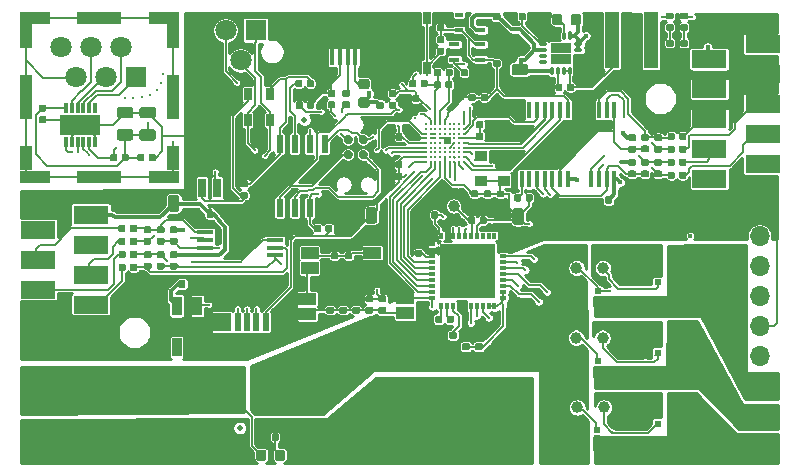
<source format=gbr>
G04 #@! TF.GenerationSoftware,KiCad,Pcbnew,5.1.5-52549c5~84~ubuntu18.04.1*
G04 #@! TF.CreationDate,2020-04-20T12:22:35+02:00*
G04 #@! TF.ProjectId,board,626f6172-642e-46b6-9963-61645f706362,rev?*
G04 #@! TF.SameCoordinates,Original*
G04 #@! TF.FileFunction,Copper,L1,Top*
G04 #@! TF.FilePolarity,Positive*
%FSLAX46Y46*%
G04 Gerber Fmt 4.6, Leading zero omitted, Abs format (unit mm)*
G04 Created by KiCad (PCBNEW 5.1.5-52549c5~84~ubuntu18.04.1) date 2020-04-20 12:22:35*
%MOMM*%
%LPD*%
G04 APERTURE LIST*
%ADD10R,0.700000X0.400000*%
%ADD11C,0.100000*%
%ADD12R,0.450000X1.450000*%
%ADD13R,1.180000X4.700000*%
%ADD14R,1.000000X1.000000*%
%ADD15R,1.650000X1.000000*%
%ADD16R,3.800000X1.000000*%
%ADD17R,1.000000X2.130000*%
%ADD18R,1.000000X3.800000*%
%ADD19R,3.000000X1.500000*%
%ADD20R,1.150000X1.150000*%
%ADD21R,0.500000X0.300000*%
%ADD22R,0.300000X0.500000*%
%ADD23R,0.950000X1.230000*%
%ADD24R,0.630000X0.500000*%
%ADD25R,0.304800X0.812800*%
%ADD26R,3.403600X1.803400*%
%ADD27O,0.300000X0.750000*%
%ADD28O,0.750000X0.300000*%
%ADD29R,0.900000X0.900000*%
%ADD30O,1.700000X1.700000*%
%ADD31R,1.700000X1.700000*%
%ADD32R,3.500000X2.000000*%
%ADD33R,6.000000X2.000000*%
%ADD34R,0.850000X1.600000*%
%ADD35C,1.000000*%
%ADD36R,1.500000X1.600000*%
%ADD37R,0.500000X1.600000*%
%ADD38R,2.400000X3.480000*%
%ADD39R,1.800000X1.800000*%
%ADD40C,1.800000*%
%ADD41R,0.650000X1.060000*%
%ADD42R,1.450000X0.450000*%
%ADD43C,0.500000*%
%ADD44R,0.450000X1.380000*%
%ADD45R,1.475000X2.100000*%
%ADD46R,2.375000X1.900000*%
%ADD47R,1.175000X1.900000*%
%ADD48R,0.600000X1.550000*%
%ADD49R,0.650000X1.050000*%
%ADD50R,0.950000X0.450000*%
%ADD51R,1.000000X0.900000*%
%ADD52R,1.500000X1.000000*%
%ADD53R,0.760000X1.600000*%
%ADD54C,0.200000*%
%ADD55C,0.400000*%
%ADD56C,0.310000*%
%ADD57C,0.800000*%
%ADD58C,0.300000*%
%ADD59C,0.152400*%
%ADD60C,0.177800*%
%ADD61C,0.254000*%
G04 APERTURE END LIST*
D10*
X130550000Y-101900000D03*
X130550000Y-100600000D03*
X132450000Y-100600000D03*
X132450000Y-101250000D03*
X132450000Y-101900000D03*
X130550000Y-101900000D03*
X130550000Y-100600000D03*
X132450000Y-100600000D03*
X132450000Y-101250000D03*
X132450000Y-101900000D03*
X130550000Y-101900000D03*
X130550000Y-100600000D03*
X132450000Y-100600000D03*
X132450000Y-101250000D03*
X132450000Y-101900000D03*
G04 #@! TA.AperFunction,SMDPad,CuDef*
D11*
G36*
X122473590Y-110778195D02*
G01*
X122511808Y-110783864D01*
X122549286Y-110793252D01*
X122585663Y-110806268D01*
X122620590Y-110822787D01*
X122653729Y-110842649D01*
X122684762Y-110865665D01*
X122713389Y-110891611D01*
X122739335Y-110920238D01*
X122762351Y-110951271D01*
X122782213Y-110984410D01*
X122798732Y-111019337D01*
X122811748Y-111055714D01*
X122821136Y-111093192D01*
X122826805Y-111131410D01*
X122828701Y-111169999D01*
X122828701Y-111170001D01*
X122826805Y-111208590D01*
X122821136Y-111246808D01*
X122811748Y-111284286D01*
X122798732Y-111320663D01*
X122782213Y-111355590D01*
X122762351Y-111388729D01*
X122739335Y-111419762D01*
X122713389Y-111448389D01*
X122684762Y-111474335D01*
X122653729Y-111497351D01*
X122620590Y-111517213D01*
X122585663Y-111533732D01*
X122549286Y-111546748D01*
X122511808Y-111556136D01*
X122473590Y-111561805D01*
X122435001Y-111563701D01*
X122434999Y-111563701D01*
X122396410Y-111561805D01*
X122358192Y-111556136D01*
X122320714Y-111546748D01*
X122284337Y-111533732D01*
X122249410Y-111517213D01*
X122216271Y-111497351D01*
X122185238Y-111474335D01*
X122156611Y-111448389D01*
X122130665Y-111419762D01*
X122107649Y-111388729D01*
X122087787Y-111355590D01*
X122071268Y-111320663D01*
X122058252Y-111284286D01*
X122048864Y-111246808D01*
X122043195Y-111208590D01*
X122041299Y-111170001D01*
X122041299Y-111169999D01*
X122043195Y-111131410D01*
X122048864Y-111093192D01*
X122058252Y-111055714D01*
X122071268Y-111019337D01*
X122087787Y-110984410D01*
X122107649Y-110951271D01*
X122130665Y-110920238D01*
X122156611Y-110891611D01*
X122185238Y-110865665D01*
X122216271Y-110842649D01*
X122249410Y-110822787D01*
X122284337Y-110806268D01*
X122320714Y-110793252D01*
X122358192Y-110783864D01*
X122396410Y-110778195D01*
X122434999Y-110776299D01*
X122435001Y-110776299D01*
X122473590Y-110778195D01*
G37*
G04 #@! TD.AperFunction*
G04 #@! TA.AperFunction,SMDPad,CuDef*
G36*
X122473590Y-112048195D02*
G01*
X122511808Y-112053864D01*
X122549286Y-112063252D01*
X122585663Y-112076268D01*
X122620590Y-112092787D01*
X122653729Y-112112649D01*
X122684762Y-112135665D01*
X122713389Y-112161611D01*
X122739335Y-112190238D01*
X122762351Y-112221271D01*
X122782213Y-112254410D01*
X122798732Y-112289337D01*
X122811748Y-112325714D01*
X122821136Y-112363192D01*
X122826805Y-112401410D01*
X122828701Y-112439999D01*
X122828701Y-112440001D01*
X122826805Y-112478590D01*
X122821136Y-112516808D01*
X122811748Y-112554286D01*
X122798732Y-112590663D01*
X122782213Y-112625590D01*
X122762351Y-112658729D01*
X122739335Y-112689762D01*
X122713389Y-112718389D01*
X122684762Y-112744335D01*
X122653729Y-112767351D01*
X122620590Y-112787213D01*
X122585663Y-112803732D01*
X122549286Y-112816748D01*
X122511808Y-112826136D01*
X122473590Y-112831805D01*
X122435001Y-112833701D01*
X122434999Y-112833701D01*
X122396410Y-112831805D01*
X122358192Y-112826136D01*
X122320714Y-112816748D01*
X122284337Y-112803732D01*
X122249410Y-112787213D01*
X122216271Y-112767351D01*
X122185238Y-112744335D01*
X122156611Y-112718389D01*
X122130665Y-112689762D01*
X122107649Y-112658729D01*
X122087787Y-112625590D01*
X122071268Y-112590663D01*
X122058252Y-112554286D01*
X122048864Y-112516808D01*
X122043195Y-112478590D01*
X122041299Y-112440001D01*
X122041299Y-112439999D01*
X122043195Y-112401410D01*
X122048864Y-112363192D01*
X122058252Y-112325714D01*
X122071268Y-112289337D01*
X122087787Y-112254410D01*
X122107649Y-112221271D01*
X122130665Y-112190238D01*
X122156611Y-112161611D01*
X122185238Y-112135665D01*
X122216271Y-112112649D01*
X122249410Y-112092787D01*
X122284337Y-112076268D01*
X122320714Y-112063252D01*
X122358192Y-112053864D01*
X122396410Y-112048195D01*
X122434999Y-112046299D01*
X122435001Y-112046299D01*
X122473590Y-112048195D01*
G37*
G04 #@! TD.AperFunction*
G04 #@! TA.AperFunction,SMDPad,CuDef*
G36*
X122473590Y-113318195D02*
G01*
X122511808Y-113323864D01*
X122549286Y-113333252D01*
X122585663Y-113346268D01*
X122620590Y-113362787D01*
X122653729Y-113382649D01*
X122684762Y-113405665D01*
X122713389Y-113431611D01*
X122739335Y-113460238D01*
X122762351Y-113491271D01*
X122782213Y-113524410D01*
X122798732Y-113559337D01*
X122811748Y-113595714D01*
X122821136Y-113633192D01*
X122826805Y-113671410D01*
X122828701Y-113709999D01*
X122828701Y-113710001D01*
X122826805Y-113748590D01*
X122821136Y-113786808D01*
X122811748Y-113824286D01*
X122798732Y-113860663D01*
X122782213Y-113895590D01*
X122762351Y-113928729D01*
X122739335Y-113959762D01*
X122713389Y-113988389D01*
X122684762Y-114014335D01*
X122653729Y-114037351D01*
X122620590Y-114057213D01*
X122585663Y-114073732D01*
X122549286Y-114086748D01*
X122511808Y-114096136D01*
X122473590Y-114101805D01*
X122435001Y-114103701D01*
X122434999Y-114103701D01*
X122396410Y-114101805D01*
X122358192Y-114096136D01*
X122320714Y-114086748D01*
X122284337Y-114073732D01*
X122249410Y-114057213D01*
X122216271Y-114037351D01*
X122185238Y-114014335D01*
X122156611Y-113988389D01*
X122130665Y-113959762D01*
X122107649Y-113928729D01*
X122087787Y-113895590D01*
X122071268Y-113860663D01*
X122058252Y-113824286D01*
X122048864Y-113786808D01*
X122043195Y-113748590D01*
X122041299Y-113710001D01*
X122041299Y-113709999D01*
X122043195Y-113671410D01*
X122048864Y-113633192D01*
X122058252Y-113595714D01*
X122071268Y-113559337D01*
X122087787Y-113524410D01*
X122107649Y-113491271D01*
X122130665Y-113460238D01*
X122156611Y-113431611D01*
X122185238Y-113405665D01*
X122216271Y-113382649D01*
X122249410Y-113362787D01*
X122284337Y-113346268D01*
X122320714Y-113333252D01*
X122358192Y-113323864D01*
X122396410Y-113318195D01*
X122434999Y-113316299D01*
X122435001Y-113316299D01*
X122473590Y-113318195D01*
G37*
G04 #@! TD.AperFunction*
G04 #@! TA.AperFunction,SMDPad,CuDef*
G36*
X121203590Y-113318195D02*
G01*
X121241808Y-113323864D01*
X121279286Y-113333252D01*
X121315663Y-113346268D01*
X121350590Y-113362787D01*
X121383729Y-113382649D01*
X121414762Y-113405665D01*
X121443389Y-113431611D01*
X121469335Y-113460238D01*
X121492351Y-113491271D01*
X121512213Y-113524410D01*
X121528732Y-113559337D01*
X121541748Y-113595714D01*
X121551136Y-113633192D01*
X121556805Y-113671410D01*
X121558701Y-113709999D01*
X121558701Y-113710001D01*
X121556805Y-113748590D01*
X121551136Y-113786808D01*
X121541748Y-113824286D01*
X121528732Y-113860663D01*
X121512213Y-113895590D01*
X121492351Y-113928729D01*
X121469335Y-113959762D01*
X121443389Y-113988389D01*
X121414762Y-114014335D01*
X121383729Y-114037351D01*
X121350590Y-114057213D01*
X121315663Y-114073732D01*
X121279286Y-114086748D01*
X121241808Y-114096136D01*
X121203590Y-114101805D01*
X121165001Y-114103701D01*
X121164999Y-114103701D01*
X121126410Y-114101805D01*
X121088192Y-114096136D01*
X121050714Y-114086748D01*
X121014337Y-114073732D01*
X120979410Y-114057213D01*
X120946271Y-114037351D01*
X120915238Y-114014335D01*
X120886611Y-113988389D01*
X120860665Y-113959762D01*
X120837649Y-113928729D01*
X120817787Y-113895590D01*
X120801268Y-113860663D01*
X120788252Y-113824286D01*
X120778864Y-113786808D01*
X120773195Y-113748590D01*
X120771299Y-113710001D01*
X120771299Y-113709999D01*
X120773195Y-113671410D01*
X120778864Y-113633192D01*
X120788252Y-113595714D01*
X120801268Y-113559337D01*
X120817787Y-113524410D01*
X120837649Y-113491271D01*
X120860665Y-113460238D01*
X120886611Y-113431611D01*
X120915238Y-113405665D01*
X120946271Y-113382649D01*
X120979410Y-113362787D01*
X121014337Y-113346268D01*
X121050714Y-113333252D01*
X121088192Y-113323864D01*
X121126410Y-113318195D01*
X121164999Y-113316299D01*
X121165001Y-113316299D01*
X121203590Y-113318195D01*
G37*
G04 #@! TD.AperFunction*
G04 #@! TA.AperFunction,SMDPad,CuDef*
G36*
X121203590Y-112048195D02*
G01*
X121241808Y-112053864D01*
X121279286Y-112063252D01*
X121315663Y-112076268D01*
X121350590Y-112092787D01*
X121383729Y-112112649D01*
X121414762Y-112135665D01*
X121443389Y-112161611D01*
X121469335Y-112190238D01*
X121492351Y-112221271D01*
X121512213Y-112254410D01*
X121528732Y-112289337D01*
X121541748Y-112325714D01*
X121551136Y-112363192D01*
X121556805Y-112401410D01*
X121558701Y-112439999D01*
X121558701Y-112440001D01*
X121556805Y-112478590D01*
X121551136Y-112516808D01*
X121541748Y-112554286D01*
X121528732Y-112590663D01*
X121512213Y-112625590D01*
X121492351Y-112658729D01*
X121469335Y-112689762D01*
X121443389Y-112718389D01*
X121414762Y-112744335D01*
X121383729Y-112767351D01*
X121350590Y-112787213D01*
X121315663Y-112803732D01*
X121279286Y-112816748D01*
X121241808Y-112826136D01*
X121203590Y-112831805D01*
X121165001Y-112833701D01*
X121164999Y-112833701D01*
X121126410Y-112831805D01*
X121088192Y-112826136D01*
X121050714Y-112816748D01*
X121014337Y-112803732D01*
X120979410Y-112787213D01*
X120946271Y-112767351D01*
X120915238Y-112744335D01*
X120886611Y-112718389D01*
X120860665Y-112689762D01*
X120837649Y-112658729D01*
X120817787Y-112625590D01*
X120801268Y-112590663D01*
X120788252Y-112554286D01*
X120778864Y-112516808D01*
X120773195Y-112478590D01*
X120771299Y-112440001D01*
X120771299Y-112439999D01*
X120773195Y-112401410D01*
X120778864Y-112363192D01*
X120788252Y-112325714D01*
X120801268Y-112289337D01*
X120817787Y-112254410D01*
X120837649Y-112221271D01*
X120860665Y-112190238D01*
X120886611Y-112161611D01*
X120915238Y-112135665D01*
X120946271Y-112112649D01*
X120979410Y-112092787D01*
X121014337Y-112076268D01*
X121050714Y-112063252D01*
X121088192Y-112053864D01*
X121126410Y-112048195D01*
X121164999Y-112046299D01*
X121165001Y-112046299D01*
X121203590Y-112048195D01*
G37*
G04 #@! TD.AperFunction*
G04 #@! TA.AperFunction,SMDPad,CuDef*
G36*
X121203590Y-110778195D02*
G01*
X121241808Y-110783864D01*
X121279286Y-110793252D01*
X121315663Y-110806268D01*
X121350590Y-110822787D01*
X121383729Y-110842649D01*
X121414762Y-110865665D01*
X121443389Y-110891611D01*
X121469335Y-110920238D01*
X121492351Y-110951271D01*
X121512213Y-110984410D01*
X121528732Y-111019337D01*
X121541748Y-111055714D01*
X121551136Y-111093192D01*
X121556805Y-111131410D01*
X121558701Y-111169999D01*
X121558701Y-111170001D01*
X121556805Y-111208590D01*
X121551136Y-111246808D01*
X121541748Y-111284286D01*
X121528732Y-111320663D01*
X121512213Y-111355590D01*
X121492351Y-111388729D01*
X121469335Y-111419762D01*
X121443389Y-111448389D01*
X121414762Y-111474335D01*
X121383729Y-111497351D01*
X121350590Y-111517213D01*
X121315663Y-111533732D01*
X121279286Y-111546748D01*
X121241808Y-111556136D01*
X121203590Y-111561805D01*
X121165001Y-111563701D01*
X121164999Y-111563701D01*
X121126410Y-111561805D01*
X121088192Y-111556136D01*
X121050714Y-111546748D01*
X121014337Y-111533732D01*
X120979410Y-111517213D01*
X120946271Y-111497351D01*
X120915238Y-111474335D01*
X120886611Y-111448389D01*
X120860665Y-111419762D01*
X120837649Y-111388729D01*
X120817787Y-111355590D01*
X120801268Y-111320663D01*
X120788252Y-111284286D01*
X120778864Y-111246808D01*
X120773195Y-111208590D01*
X120771299Y-111170001D01*
X120771299Y-111169999D01*
X120773195Y-111131410D01*
X120778864Y-111093192D01*
X120788252Y-111055714D01*
X120801268Y-111019337D01*
X120817787Y-110984410D01*
X120837649Y-110951271D01*
X120860665Y-110920238D01*
X120886611Y-110891611D01*
X120915238Y-110865665D01*
X120946271Y-110842649D01*
X120979410Y-110822787D01*
X121014337Y-110806268D01*
X121050714Y-110793252D01*
X121088192Y-110783864D01*
X121126410Y-110778195D01*
X121164999Y-110776299D01*
X121165001Y-110776299D01*
X121203590Y-110778195D01*
G37*
G04 #@! TD.AperFunction*
G04 #@! TA.AperFunction,SMDPad,CuDef*
G36*
X102767142Y-108416174D02*
G01*
X102790803Y-108419684D01*
X102814007Y-108425496D01*
X102836529Y-108433554D01*
X102858153Y-108443782D01*
X102878670Y-108456079D01*
X102897883Y-108470329D01*
X102915607Y-108486393D01*
X102931671Y-108504117D01*
X102945921Y-108523330D01*
X102958218Y-108543847D01*
X102968446Y-108565471D01*
X102976504Y-108587993D01*
X102982316Y-108611197D01*
X102985826Y-108634858D01*
X102987000Y-108658750D01*
X102987000Y-109146250D01*
X102985826Y-109170142D01*
X102982316Y-109193803D01*
X102976504Y-109217007D01*
X102968446Y-109239529D01*
X102958218Y-109261153D01*
X102945921Y-109281670D01*
X102931671Y-109300883D01*
X102915607Y-109318607D01*
X102897883Y-109334671D01*
X102878670Y-109348921D01*
X102858153Y-109361218D01*
X102836529Y-109371446D01*
X102814007Y-109379504D01*
X102790803Y-109385316D01*
X102767142Y-109388826D01*
X102743250Y-109390000D01*
X101830750Y-109390000D01*
X101806858Y-109388826D01*
X101783197Y-109385316D01*
X101759993Y-109379504D01*
X101737471Y-109371446D01*
X101715847Y-109361218D01*
X101695330Y-109348921D01*
X101676117Y-109334671D01*
X101658393Y-109318607D01*
X101642329Y-109300883D01*
X101628079Y-109281670D01*
X101615782Y-109261153D01*
X101605554Y-109239529D01*
X101597496Y-109217007D01*
X101591684Y-109193803D01*
X101588174Y-109170142D01*
X101587000Y-109146250D01*
X101587000Y-108658750D01*
X101588174Y-108634858D01*
X101591684Y-108611197D01*
X101597496Y-108587993D01*
X101605554Y-108565471D01*
X101615782Y-108543847D01*
X101628079Y-108523330D01*
X101642329Y-108504117D01*
X101658393Y-108486393D01*
X101676117Y-108470329D01*
X101695330Y-108456079D01*
X101715847Y-108443782D01*
X101737471Y-108433554D01*
X101759993Y-108425496D01*
X101783197Y-108419684D01*
X101806858Y-108416174D01*
X101830750Y-108415000D01*
X102743250Y-108415000D01*
X102767142Y-108416174D01*
G37*
G04 #@! TD.AperFunction*
G04 #@! TA.AperFunction,SMDPad,CuDef*
G36*
X102767142Y-110291174D02*
G01*
X102790803Y-110294684D01*
X102814007Y-110300496D01*
X102836529Y-110308554D01*
X102858153Y-110318782D01*
X102878670Y-110331079D01*
X102897883Y-110345329D01*
X102915607Y-110361393D01*
X102931671Y-110379117D01*
X102945921Y-110398330D01*
X102958218Y-110418847D01*
X102968446Y-110440471D01*
X102976504Y-110462993D01*
X102982316Y-110486197D01*
X102985826Y-110509858D01*
X102987000Y-110533750D01*
X102987000Y-111021250D01*
X102985826Y-111045142D01*
X102982316Y-111068803D01*
X102976504Y-111092007D01*
X102968446Y-111114529D01*
X102958218Y-111136153D01*
X102945921Y-111156670D01*
X102931671Y-111175883D01*
X102915607Y-111193607D01*
X102897883Y-111209671D01*
X102878670Y-111223921D01*
X102858153Y-111236218D01*
X102836529Y-111246446D01*
X102814007Y-111254504D01*
X102790803Y-111260316D01*
X102767142Y-111263826D01*
X102743250Y-111265000D01*
X101830750Y-111265000D01*
X101806858Y-111263826D01*
X101783197Y-111260316D01*
X101759993Y-111254504D01*
X101737471Y-111246446D01*
X101715847Y-111236218D01*
X101695330Y-111223921D01*
X101676117Y-111209671D01*
X101658393Y-111193607D01*
X101642329Y-111175883D01*
X101628079Y-111156670D01*
X101615782Y-111136153D01*
X101605554Y-111114529D01*
X101597496Y-111092007D01*
X101591684Y-111068803D01*
X101588174Y-111045142D01*
X101587000Y-111021250D01*
X101587000Y-110533750D01*
X101588174Y-110509858D01*
X101591684Y-110486197D01*
X101597496Y-110462993D01*
X101605554Y-110440471D01*
X101615782Y-110418847D01*
X101628079Y-110398330D01*
X101642329Y-110379117D01*
X101658393Y-110361393D01*
X101676117Y-110345329D01*
X101695330Y-110331079D01*
X101715847Y-110318782D01*
X101737471Y-110308554D01*
X101759993Y-110300496D01*
X101783197Y-110294684D01*
X101806858Y-110291174D01*
X101830750Y-110290000D01*
X102743250Y-110290000D01*
X102767142Y-110291174D01*
G37*
G04 #@! TD.AperFunction*
D12*
X139750000Y-108650000D03*
X139100000Y-108650000D03*
X138450000Y-108650000D03*
X137800000Y-108650000D03*
X137150000Y-108650000D03*
X136500000Y-108650000D03*
X135850000Y-108650000D03*
X135850000Y-114550000D03*
X136500000Y-114550000D03*
X137150000Y-114550000D03*
X137800000Y-114550000D03*
X138450000Y-114550000D03*
X139100000Y-114550000D03*
X139750000Y-114550000D03*
D13*
X146805000Y-102770000D03*
X143495000Y-102770000D03*
D14*
X93850000Y-100870000D03*
X106350000Y-100870000D03*
X106350000Y-114330000D03*
X93850000Y-114330000D03*
D15*
X95175000Y-100870000D03*
X95175000Y-114330000D03*
D16*
X100100000Y-100870000D03*
X100100000Y-114330000D03*
D15*
X105025000Y-100870000D03*
X105025000Y-114330000D03*
D17*
X93850000Y-102435000D03*
X106350000Y-102435000D03*
D18*
X93850000Y-107600000D03*
X106350000Y-107600000D03*
D17*
X93850000Y-112765000D03*
X106350000Y-112765000D03*
D19*
X99380000Y-117525000D03*
X99380000Y-120065000D03*
X99380000Y-122605000D03*
X99380000Y-125145000D03*
X94880000Y-118795000D03*
X94880000Y-121335000D03*
X94880000Y-123875000D03*
X94880000Y-126415000D03*
G04 #@! TA.AperFunction,SMDPad,CuDef*
D11*
G36*
X104672142Y-108416174D02*
G01*
X104695803Y-108419684D01*
X104719007Y-108425496D01*
X104741529Y-108433554D01*
X104763153Y-108443782D01*
X104783670Y-108456079D01*
X104802883Y-108470329D01*
X104820607Y-108486393D01*
X104836671Y-108504117D01*
X104850921Y-108523330D01*
X104863218Y-108543847D01*
X104873446Y-108565471D01*
X104881504Y-108587993D01*
X104887316Y-108611197D01*
X104890826Y-108634858D01*
X104892000Y-108658750D01*
X104892000Y-109146250D01*
X104890826Y-109170142D01*
X104887316Y-109193803D01*
X104881504Y-109217007D01*
X104873446Y-109239529D01*
X104863218Y-109261153D01*
X104850921Y-109281670D01*
X104836671Y-109300883D01*
X104820607Y-109318607D01*
X104802883Y-109334671D01*
X104783670Y-109348921D01*
X104763153Y-109361218D01*
X104741529Y-109371446D01*
X104719007Y-109379504D01*
X104695803Y-109385316D01*
X104672142Y-109388826D01*
X104648250Y-109390000D01*
X103735750Y-109390000D01*
X103711858Y-109388826D01*
X103688197Y-109385316D01*
X103664993Y-109379504D01*
X103642471Y-109371446D01*
X103620847Y-109361218D01*
X103600330Y-109348921D01*
X103581117Y-109334671D01*
X103563393Y-109318607D01*
X103547329Y-109300883D01*
X103533079Y-109281670D01*
X103520782Y-109261153D01*
X103510554Y-109239529D01*
X103502496Y-109217007D01*
X103496684Y-109193803D01*
X103493174Y-109170142D01*
X103492000Y-109146250D01*
X103492000Y-108658750D01*
X103493174Y-108634858D01*
X103496684Y-108611197D01*
X103502496Y-108587993D01*
X103510554Y-108565471D01*
X103520782Y-108543847D01*
X103533079Y-108523330D01*
X103547329Y-108504117D01*
X103563393Y-108486393D01*
X103581117Y-108470329D01*
X103600330Y-108456079D01*
X103620847Y-108443782D01*
X103642471Y-108433554D01*
X103664993Y-108425496D01*
X103688197Y-108419684D01*
X103711858Y-108416174D01*
X103735750Y-108415000D01*
X104648250Y-108415000D01*
X104672142Y-108416174D01*
G37*
G04 #@! TD.AperFunction*
G04 #@! TA.AperFunction,SMDPad,CuDef*
G36*
X104672142Y-110291174D02*
G01*
X104695803Y-110294684D01*
X104719007Y-110300496D01*
X104741529Y-110308554D01*
X104763153Y-110318782D01*
X104783670Y-110331079D01*
X104802883Y-110345329D01*
X104820607Y-110361393D01*
X104836671Y-110379117D01*
X104850921Y-110398330D01*
X104863218Y-110418847D01*
X104873446Y-110440471D01*
X104881504Y-110462993D01*
X104887316Y-110486197D01*
X104890826Y-110509858D01*
X104892000Y-110533750D01*
X104892000Y-111021250D01*
X104890826Y-111045142D01*
X104887316Y-111068803D01*
X104881504Y-111092007D01*
X104873446Y-111114529D01*
X104863218Y-111136153D01*
X104850921Y-111156670D01*
X104836671Y-111175883D01*
X104820607Y-111193607D01*
X104802883Y-111209671D01*
X104783670Y-111223921D01*
X104763153Y-111236218D01*
X104741529Y-111246446D01*
X104719007Y-111254504D01*
X104695803Y-111260316D01*
X104672142Y-111263826D01*
X104648250Y-111265000D01*
X103735750Y-111265000D01*
X103711858Y-111263826D01*
X103688197Y-111260316D01*
X103664993Y-111254504D01*
X103642471Y-111246446D01*
X103620847Y-111236218D01*
X103600330Y-111223921D01*
X103581117Y-111209671D01*
X103563393Y-111193607D01*
X103547329Y-111175883D01*
X103533079Y-111156670D01*
X103520782Y-111136153D01*
X103510554Y-111114529D01*
X103502496Y-111092007D01*
X103496684Y-111068803D01*
X103493174Y-111045142D01*
X103492000Y-111021250D01*
X103492000Y-110533750D01*
X103493174Y-110509858D01*
X103496684Y-110486197D01*
X103502496Y-110462993D01*
X103510554Y-110440471D01*
X103520782Y-110418847D01*
X103533079Y-110398330D01*
X103547329Y-110379117D01*
X103563393Y-110361393D01*
X103581117Y-110345329D01*
X103600330Y-110331079D01*
X103620847Y-110318782D01*
X103642471Y-110308554D01*
X103664993Y-110300496D01*
X103688197Y-110294684D01*
X103711858Y-110291174D01*
X103735750Y-110290000D01*
X104648250Y-110290000D01*
X104672142Y-110291174D01*
G37*
G04 #@! TD.AperFunction*
G04 #@! TA.AperFunction,SMDPad,CuDef*
G36*
X137705142Y-117001174D02*
G01*
X137728803Y-117004684D01*
X137752007Y-117010496D01*
X137774529Y-117018554D01*
X137796153Y-117028782D01*
X137816670Y-117041079D01*
X137835883Y-117055329D01*
X137853607Y-117071393D01*
X137869671Y-117089117D01*
X137883921Y-117108330D01*
X137896218Y-117128847D01*
X137906446Y-117150471D01*
X137914504Y-117172993D01*
X137920316Y-117196197D01*
X137923826Y-117219858D01*
X137925000Y-117243750D01*
X137925000Y-118156250D01*
X137923826Y-118180142D01*
X137920316Y-118203803D01*
X137914504Y-118227007D01*
X137906446Y-118249529D01*
X137896218Y-118271153D01*
X137883921Y-118291670D01*
X137869671Y-118310883D01*
X137853607Y-118328607D01*
X137835883Y-118344671D01*
X137816670Y-118358921D01*
X137796153Y-118371218D01*
X137774529Y-118381446D01*
X137752007Y-118389504D01*
X137728803Y-118395316D01*
X137705142Y-118398826D01*
X137681250Y-118400000D01*
X137193750Y-118400000D01*
X137169858Y-118398826D01*
X137146197Y-118395316D01*
X137122993Y-118389504D01*
X137100471Y-118381446D01*
X137078847Y-118371218D01*
X137058330Y-118358921D01*
X137039117Y-118344671D01*
X137021393Y-118328607D01*
X137005329Y-118310883D01*
X136991079Y-118291670D01*
X136978782Y-118271153D01*
X136968554Y-118249529D01*
X136960496Y-118227007D01*
X136954684Y-118203803D01*
X136951174Y-118180142D01*
X136950000Y-118156250D01*
X136950000Y-117243750D01*
X136951174Y-117219858D01*
X136954684Y-117196197D01*
X136960496Y-117172993D01*
X136968554Y-117150471D01*
X136978782Y-117128847D01*
X136991079Y-117108330D01*
X137005329Y-117089117D01*
X137021393Y-117071393D01*
X137039117Y-117055329D01*
X137058330Y-117041079D01*
X137078847Y-117028782D01*
X137100471Y-117018554D01*
X137122993Y-117010496D01*
X137146197Y-117004684D01*
X137169858Y-117001174D01*
X137193750Y-117000000D01*
X137681250Y-117000000D01*
X137705142Y-117001174D01*
G37*
G04 #@! TD.AperFunction*
G04 #@! TA.AperFunction,SMDPad,CuDef*
G36*
X135830142Y-117001174D02*
G01*
X135853803Y-117004684D01*
X135877007Y-117010496D01*
X135899529Y-117018554D01*
X135921153Y-117028782D01*
X135941670Y-117041079D01*
X135960883Y-117055329D01*
X135978607Y-117071393D01*
X135994671Y-117089117D01*
X136008921Y-117108330D01*
X136021218Y-117128847D01*
X136031446Y-117150471D01*
X136039504Y-117172993D01*
X136045316Y-117196197D01*
X136048826Y-117219858D01*
X136050000Y-117243750D01*
X136050000Y-118156250D01*
X136048826Y-118180142D01*
X136045316Y-118203803D01*
X136039504Y-118227007D01*
X136031446Y-118249529D01*
X136021218Y-118271153D01*
X136008921Y-118291670D01*
X135994671Y-118310883D01*
X135978607Y-118328607D01*
X135960883Y-118344671D01*
X135941670Y-118358921D01*
X135921153Y-118371218D01*
X135899529Y-118381446D01*
X135877007Y-118389504D01*
X135853803Y-118395316D01*
X135830142Y-118398826D01*
X135806250Y-118400000D01*
X135318750Y-118400000D01*
X135294858Y-118398826D01*
X135271197Y-118395316D01*
X135247993Y-118389504D01*
X135225471Y-118381446D01*
X135203847Y-118371218D01*
X135183330Y-118358921D01*
X135164117Y-118344671D01*
X135146393Y-118328607D01*
X135130329Y-118310883D01*
X135116079Y-118291670D01*
X135103782Y-118271153D01*
X135093554Y-118249529D01*
X135085496Y-118227007D01*
X135079684Y-118203803D01*
X135076174Y-118180142D01*
X135075000Y-118156250D01*
X135075000Y-117243750D01*
X135076174Y-117219858D01*
X135079684Y-117196197D01*
X135085496Y-117172993D01*
X135093554Y-117150471D01*
X135103782Y-117128847D01*
X135116079Y-117108330D01*
X135130329Y-117089117D01*
X135146393Y-117071393D01*
X135164117Y-117055329D01*
X135183330Y-117041079D01*
X135203847Y-117028782D01*
X135225471Y-117018554D01*
X135247993Y-117010496D01*
X135271197Y-117004684D01*
X135294858Y-117001174D01*
X135318750Y-117000000D01*
X135806250Y-117000000D01*
X135830142Y-117001174D01*
G37*
G04 #@! TD.AperFunction*
D20*
X129575000Y-124025000D03*
X130725000Y-124025000D03*
X131875000Y-124025000D03*
X133025000Y-124025000D03*
X129575000Y-122875000D03*
X130725000Y-122875000D03*
X131875000Y-122875000D03*
X133025000Y-122875000D03*
X129575000Y-121725000D03*
X130725000Y-121725000D03*
X131875000Y-121725000D03*
X133025000Y-121725000D03*
X129575000Y-120575000D03*
X130725000Y-120575000D03*
X131875000Y-120575000D03*
X133025000Y-120575000D03*
D21*
X128300000Y-124550000D03*
X128300000Y-124050000D03*
X128300000Y-123550000D03*
X128300000Y-123050000D03*
X128300000Y-122550000D03*
X128300000Y-122050000D03*
X128300000Y-121550000D03*
X128300000Y-121050000D03*
X128300000Y-120550000D03*
X128300000Y-120050000D03*
D22*
X129050000Y-119300000D03*
X129550000Y-119300000D03*
X130050000Y-119300000D03*
X130550000Y-119300000D03*
X131050000Y-119300000D03*
X131550000Y-119300000D03*
X132050000Y-119300000D03*
X132550000Y-119300000D03*
X133050000Y-119300000D03*
X133550000Y-119300000D03*
D21*
X134300000Y-120050000D03*
X134300000Y-120550000D03*
X134300000Y-121050000D03*
X134300000Y-121550000D03*
X134300000Y-122050000D03*
X134300000Y-122550000D03*
X134300000Y-123050000D03*
X134300000Y-123550000D03*
X134300000Y-124050000D03*
X134300000Y-124550000D03*
D22*
X133550000Y-125300000D03*
X133050000Y-125300000D03*
X132550000Y-125300000D03*
X132050000Y-125300000D03*
X131550000Y-125300000D03*
X131050000Y-125300000D03*
X130550000Y-125300000D03*
X130050000Y-125300000D03*
X129550000Y-125300000D03*
X129050000Y-125300000D03*
G04 #@! TA.AperFunction,SMDPad,CuDef*
D11*
G36*
X121530142Y-116901174D02*
G01*
X121553803Y-116904684D01*
X121577007Y-116910496D01*
X121599529Y-116918554D01*
X121621153Y-116928782D01*
X121641670Y-116941079D01*
X121660883Y-116955329D01*
X121678607Y-116971393D01*
X121694671Y-116989117D01*
X121708921Y-117008330D01*
X121721218Y-117028847D01*
X121731446Y-117050471D01*
X121739504Y-117072993D01*
X121745316Y-117096197D01*
X121748826Y-117119858D01*
X121750000Y-117143750D01*
X121750000Y-118056250D01*
X121748826Y-118080142D01*
X121745316Y-118103803D01*
X121739504Y-118127007D01*
X121731446Y-118149529D01*
X121721218Y-118171153D01*
X121708921Y-118191670D01*
X121694671Y-118210883D01*
X121678607Y-118228607D01*
X121660883Y-118244671D01*
X121641670Y-118258921D01*
X121621153Y-118271218D01*
X121599529Y-118281446D01*
X121577007Y-118289504D01*
X121553803Y-118295316D01*
X121530142Y-118298826D01*
X121506250Y-118300000D01*
X121018750Y-118300000D01*
X120994858Y-118298826D01*
X120971197Y-118295316D01*
X120947993Y-118289504D01*
X120925471Y-118281446D01*
X120903847Y-118271218D01*
X120883330Y-118258921D01*
X120864117Y-118244671D01*
X120846393Y-118228607D01*
X120830329Y-118210883D01*
X120816079Y-118191670D01*
X120803782Y-118171153D01*
X120793554Y-118149529D01*
X120785496Y-118127007D01*
X120779684Y-118103803D01*
X120776174Y-118080142D01*
X120775000Y-118056250D01*
X120775000Y-117143750D01*
X120776174Y-117119858D01*
X120779684Y-117096197D01*
X120785496Y-117072993D01*
X120793554Y-117050471D01*
X120803782Y-117028847D01*
X120816079Y-117008330D01*
X120830329Y-116989117D01*
X120846393Y-116971393D01*
X120864117Y-116955329D01*
X120883330Y-116941079D01*
X120903847Y-116928782D01*
X120925471Y-116918554D01*
X120947993Y-116910496D01*
X120971197Y-116904684D01*
X120994858Y-116901174D01*
X121018750Y-116900000D01*
X121506250Y-116900000D01*
X121530142Y-116901174D01*
G37*
G04 #@! TD.AperFunction*
G04 #@! TA.AperFunction,SMDPad,CuDef*
G36*
X123405142Y-116901174D02*
G01*
X123428803Y-116904684D01*
X123452007Y-116910496D01*
X123474529Y-116918554D01*
X123496153Y-116928782D01*
X123516670Y-116941079D01*
X123535883Y-116955329D01*
X123553607Y-116971393D01*
X123569671Y-116989117D01*
X123583921Y-117008330D01*
X123596218Y-117028847D01*
X123606446Y-117050471D01*
X123614504Y-117072993D01*
X123620316Y-117096197D01*
X123623826Y-117119858D01*
X123625000Y-117143750D01*
X123625000Y-118056250D01*
X123623826Y-118080142D01*
X123620316Y-118103803D01*
X123614504Y-118127007D01*
X123606446Y-118149529D01*
X123596218Y-118171153D01*
X123583921Y-118191670D01*
X123569671Y-118210883D01*
X123553607Y-118228607D01*
X123535883Y-118244671D01*
X123516670Y-118258921D01*
X123496153Y-118271218D01*
X123474529Y-118281446D01*
X123452007Y-118289504D01*
X123428803Y-118295316D01*
X123405142Y-118298826D01*
X123381250Y-118300000D01*
X122893750Y-118300000D01*
X122869858Y-118298826D01*
X122846197Y-118295316D01*
X122822993Y-118289504D01*
X122800471Y-118281446D01*
X122778847Y-118271218D01*
X122758330Y-118258921D01*
X122739117Y-118244671D01*
X122721393Y-118228607D01*
X122705329Y-118210883D01*
X122691079Y-118191670D01*
X122678782Y-118171153D01*
X122668554Y-118149529D01*
X122660496Y-118127007D01*
X122654684Y-118103803D01*
X122651174Y-118080142D01*
X122650000Y-118056250D01*
X122650000Y-117143750D01*
X122651174Y-117119858D01*
X122654684Y-117096197D01*
X122660496Y-117072993D01*
X122668554Y-117050471D01*
X122678782Y-117028847D01*
X122691079Y-117008330D01*
X122705329Y-116989117D01*
X122721393Y-116971393D01*
X122739117Y-116955329D01*
X122758330Y-116941079D01*
X122778847Y-116928782D01*
X122800471Y-116918554D01*
X122822993Y-116910496D01*
X122846197Y-116904684D01*
X122869858Y-116901174D01*
X122893750Y-116900000D01*
X123381250Y-116900000D01*
X123405142Y-116901174D01*
G37*
G04 #@! TD.AperFunction*
D12*
X143695000Y-108640000D03*
X143045000Y-108640000D03*
X142395000Y-108640000D03*
X141745000Y-108640000D03*
X141745000Y-114540000D03*
X142395000Y-114540000D03*
X143045000Y-114540000D03*
X143695000Y-114540000D03*
D23*
X140940000Y-131510000D03*
X140940000Y-130290000D03*
X139990000Y-131510000D03*
X139990000Y-130290000D03*
D24*
X139410000Y-131870000D03*
X139410000Y-131230000D03*
X139410000Y-130570000D03*
X139410000Y-129930000D03*
X142290000Y-129930000D03*
X142290000Y-130570000D03*
X142290000Y-131230000D03*
X142290000Y-131870000D03*
D25*
X97250000Y-111417800D03*
X97750000Y-111417800D03*
X98250000Y-111417800D03*
X98750000Y-111417800D03*
X99250000Y-111417800D03*
X99750000Y-111417800D03*
X99750000Y-108522200D03*
X99250000Y-108522200D03*
X98750000Y-108522200D03*
X98250000Y-108522200D03*
X97750000Y-108522200D03*
X97250000Y-108522200D03*
D26*
X98500000Y-109970000D03*
G04 #@! TA.AperFunction,SMDPad,CuDef*
D11*
G36*
X120186958Y-120720710D02*
G01*
X120201276Y-120722834D01*
X120215317Y-120726351D01*
X120228946Y-120731228D01*
X120242031Y-120737417D01*
X120254447Y-120744858D01*
X120266073Y-120753481D01*
X120276798Y-120763202D01*
X120286519Y-120773927D01*
X120295142Y-120785553D01*
X120302583Y-120797969D01*
X120308772Y-120811054D01*
X120313649Y-120824683D01*
X120317166Y-120838724D01*
X120319290Y-120853042D01*
X120320000Y-120867500D01*
X120320000Y-121162500D01*
X120319290Y-121176958D01*
X120317166Y-121191276D01*
X120313649Y-121205317D01*
X120308772Y-121218946D01*
X120302583Y-121232031D01*
X120295142Y-121244447D01*
X120286519Y-121256073D01*
X120276798Y-121266798D01*
X120266073Y-121276519D01*
X120254447Y-121285142D01*
X120242031Y-121292583D01*
X120228946Y-121298772D01*
X120215317Y-121303649D01*
X120201276Y-121307166D01*
X120186958Y-121309290D01*
X120172500Y-121310000D01*
X119827500Y-121310000D01*
X119813042Y-121309290D01*
X119798724Y-121307166D01*
X119784683Y-121303649D01*
X119771054Y-121298772D01*
X119757969Y-121292583D01*
X119745553Y-121285142D01*
X119733927Y-121276519D01*
X119723202Y-121266798D01*
X119713481Y-121256073D01*
X119704858Y-121244447D01*
X119697417Y-121232031D01*
X119691228Y-121218946D01*
X119686351Y-121205317D01*
X119682834Y-121191276D01*
X119680710Y-121176958D01*
X119680000Y-121162500D01*
X119680000Y-120867500D01*
X119680710Y-120853042D01*
X119682834Y-120838724D01*
X119686351Y-120824683D01*
X119691228Y-120811054D01*
X119697417Y-120797969D01*
X119704858Y-120785553D01*
X119713481Y-120773927D01*
X119723202Y-120763202D01*
X119733927Y-120753481D01*
X119745553Y-120744858D01*
X119757969Y-120737417D01*
X119771054Y-120731228D01*
X119784683Y-120726351D01*
X119798724Y-120722834D01*
X119813042Y-120720710D01*
X119827500Y-120720000D01*
X120172500Y-120720000D01*
X120186958Y-120720710D01*
G37*
G04 #@! TD.AperFunction*
G04 #@! TA.AperFunction,SMDPad,CuDef*
G36*
X120186958Y-121690710D02*
G01*
X120201276Y-121692834D01*
X120215317Y-121696351D01*
X120228946Y-121701228D01*
X120242031Y-121707417D01*
X120254447Y-121714858D01*
X120266073Y-121723481D01*
X120276798Y-121733202D01*
X120286519Y-121743927D01*
X120295142Y-121755553D01*
X120302583Y-121767969D01*
X120308772Y-121781054D01*
X120313649Y-121794683D01*
X120317166Y-121808724D01*
X120319290Y-121823042D01*
X120320000Y-121837500D01*
X120320000Y-122132500D01*
X120319290Y-122146958D01*
X120317166Y-122161276D01*
X120313649Y-122175317D01*
X120308772Y-122188946D01*
X120302583Y-122202031D01*
X120295142Y-122214447D01*
X120286519Y-122226073D01*
X120276798Y-122236798D01*
X120266073Y-122246519D01*
X120254447Y-122255142D01*
X120242031Y-122262583D01*
X120228946Y-122268772D01*
X120215317Y-122273649D01*
X120201276Y-122277166D01*
X120186958Y-122279290D01*
X120172500Y-122280000D01*
X119827500Y-122280000D01*
X119813042Y-122279290D01*
X119798724Y-122277166D01*
X119784683Y-122273649D01*
X119771054Y-122268772D01*
X119757969Y-122262583D01*
X119745553Y-122255142D01*
X119733927Y-122246519D01*
X119723202Y-122236798D01*
X119713481Y-122226073D01*
X119704858Y-122214447D01*
X119697417Y-122202031D01*
X119691228Y-122188946D01*
X119686351Y-122175317D01*
X119682834Y-122161276D01*
X119680710Y-122146958D01*
X119680000Y-122132500D01*
X119680000Y-121837500D01*
X119680710Y-121823042D01*
X119682834Y-121808724D01*
X119686351Y-121794683D01*
X119691228Y-121781054D01*
X119697417Y-121767969D01*
X119704858Y-121755553D01*
X119713481Y-121743927D01*
X119723202Y-121733202D01*
X119733927Y-121723481D01*
X119745553Y-121714858D01*
X119757969Y-121707417D01*
X119771054Y-121701228D01*
X119784683Y-121696351D01*
X119798724Y-121692834D01*
X119813042Y-121690710D01*
X119827500Y-121690000D01*
X120172500Y-121690000D01*
X120186958Y-121690710D01*
G37*
G04 #@! TD.AperFunction*
G04 #@! TA.AperFunction,SMDPad,CuDef*
G36*
X102446958Y-112380710D02*
G01*
X102461276Y-112382834D01*
X102475317Y-112386351D01*
X102488946Y-112391228D01*
X102502031Y-112397417D01*
X102514447Y-112404858D01*
X102526073Y-112413481D01*
X102536798Y-112423202D01*
X102546519Y-112433927D01*
X102555142Y-112445553D01*
X102562583Y-112457969D01*
X102568772Y-112471054D01*
X102573649Y-112484683D01*
X102577166Y-112498724D01*
X102579290Y-112513042D01*
X102580000Y-112527500D01*
X102580000Y-112872500D01*
X102579290Y-112886958D01*
X102577166Y-112901276D01*
X102573649Y-112915317D01*
X102568772Y-112928946D01*
X102562583Y-112942031D01*
X102555142Y-112954447D01*
X102546519Y-112966073D01*
X102536798Y-112976798D01*
X102526073Y-112986519D01*
X102514447Y-112995142D01*
X102502031Y-113002583D01*
X102488946Y-113008772D01*
X102475317Y-113013649D01*
X102461276Y-113017166D01*
X102446958Y-113019290D01*
X102432500Y-113020000D01*
X102137500Y-113020000D01*
X102123042Y-113019290D01*
X102108724Y-113017166D01*
X102094683Y-113013649D01*
X102081054Y-113008772D01*
X102067969Y-113002583D01*
X102055553Y-112995142D01*
X102043927Y-112986519D01*
X102033202Y-112976798D01*
X102023481Y-112966073D01*
X102014858Y-112954447D01*
X102007417Y-112942031D01*
X102001228Y-112928946D01*
X101996351Y-112915317D01*
X101992834Y-112901276D01*
X101990710Y-112886958D01*
X101990000Y-112872500D01*
X101990000Y-112527500D01*
X101990710Y-112513042D01*
X101992834Y-112498724D01*
X101996351Y-112484683D01*
X102001228Y-112471054D01*
X102007417Y-112457969D01*
X102014858Y-112445553D01*
X102023481Y-112433927D01*
X102033202Y-112423202D01*
X102043927Y-112413481D01*
X102055553Y-112404858D01*
X102067969Y-112397417D01*
X102081054Y-112391228D01*
X102094683Y-112386351D01*
X102108724Y-112382834D01*
X102123042Y-112380710D01*
X102137500Y-112380000D01*
X102432500Y-112380000D01*
X102446958Y-112380710D01*
G37*
G04 #@! TD.AperFunction*
G04 #@! TA.AperFunction,SMDPad,CuDef*
G36*
X101476958Y-112380710D02*
G01*
X101491276Y-112382834D01*
X101505317Y-112386351D01*
X101518946Y-112391228D01*
X101532031Y-112397417D01*
X101544447Y-112404858D01*
X101556073Y-112413481D01*
X101566798Y-112423202D01*
X101576519Y-112433927D01*
X101585142Y-112445553D01*
X101592583Y-112457969D01*
X101598772Y-112471054D01*
X101603649Y-112484683D01*
X101607166Y-112498724D01*
X101609290Y-112513042D01*
X101610000Y-112527500D01*
X101610000Y-112872500D01*
X101609290Y-112886958D01*
X101607166Y-112901276D01*
X101603649Y-112915317D01*
X101598772Y-112928946D01*
X101592583Y-112942031D01*
X101585142Y-112954447D01*
X101576519Y-112966073D01*
X101566798Y-112976798D01*
X101556073Y-112986519D01*
X101544447Y-112995142D01*
X101532031Y-113002583D01*
X101518946Y-113008772D01*
X101505317Y-113013649D01*
X101491276Y-113017166D01*
X101476958Y-113019290D01*
X101462500Y-113020000D01*
X101167500Y-113020000D01*
X101153042Y-113019290D01*
X101138724Y-113017166D01*
X101124683Y-113013649D01*
X101111054Y-113008772D01*
X101097969Y-113002583D01*
X101085553Y-112995142D01*
X101073927Y-112986519D01*
X101063202Y-112976798D01*
X101053481Y-112966073D01*
X101044858Y-112954447D01*
X101037417Y-112942031D01*
X101031228Y-112928946D01*
X101026351Y-112915317D01*
X101022834Y-112901276D01*
X101020710Y-112886958D01*
X101020000Y-112872500D01*
X101020000Y-112527500D01*
X101020710Y-112513042D01*
X101022834Y-112498724D01*
X101026351Y-112484683D01*
X101031228Y-112471054D01*
X101037417Y-112457969D01*
X101044858Y-112445553D01*
X101053481Y-112433927D01*
X101063202Y-112423202D01*
X101073927Y-112413481D01*
X101085553Y-112404858D01*
X101097969Y-112397417D01*
X101111054Y-112391228D01*
X101124683Y-112386351D01*
X101138724Y-112382834D01*
X101153042Y-112380710D01*
X101167500Y-112380000D01*
X101462500Y-112380000D01*
X101476958Y-112380710D01*
G37*
G04 #@! TD.AperFunction*
G04 #@! TA.AperFunction,SMDPad,CuDef*
G36*
X95486958Y-109190710D02*
G01*
X95501276Y-109192834D01*
X95515317Y-109196351D01*
X95528946Y-109201228D01*
X95542031Y-109207417D01*
X95554447Y-109214858D01*
X95566073Y-109223481D01*
X95576798Y-109233202D01*
X95586519Y-109243927D01*
X95595142Y-109255553D01*
X95602583Y-109267969D01*
X95608772Y-109281054D01*
X95613649Y-109294683D01*
X95617166Y-109308724D01*
X95619290Y-109323042D01*
X95620000Y-109337500D01*
X95620000Y-109632500D01*
X95619290Y-109646958D01*
X95617166Y-109661276D01*
X95613649Y-109675317D01*
X95608772Y-109688946D01*
X95602583Y-109702031D01*
X95595142Y-109714447D01*
X95586519Y-109726073D01*
X95576798Y-109736798D01*
X95566073Y-109746519D01*
X95554447Y-109755142D01*
X95542031Y-109762583D01*
X95528946Y-109768772D01*
X95515317Y-109773649D01*
X95501276Y-109777166D01*
X95486958Y-109779290D01*
X95472500Y-109780000D01*
X95127500Y-109780000D01*
X95113042Y-109779290D01*
X95098724Y-109777166D01*
X95084683Y-109773649D01*
X95071054Y-109768772D01*
X95057969Y-109762583D01*
X95045553Y-109755142D01*
X95033927Y-109746519D01*
X95023202Y-109736798D01*
X95013481Y-109726073D01*
X95004858Y-109714447D01*
X94997417Y-109702031D01*
X94991228Y-109688946D01*
X94986351Y-109675317D01*
X94982834Y-109661276D01*
X94980710Y-109646958D01*
X94980000Y-109632500D01*
X94980000Y-109337500D01*
X94980710Y-109323042D01*
X94982834Y-109308724D01*
X94986351Y-109294683D01*
X94991228Y-109281054D01*
X94997417Y-109267969D01*
X95004858Y-109255553D01*
X95013481Y-109243927D01*
X95023202Y-109233202D01*
X95033927Y-109223481D01*
X95045553Y-109214858D01*
X95057969Y-109207417D01*
X95071054Y-109201228D01*
X95084683Y-109196351D01*
X95098724Y-109192834D01*
X95113042Y-109190710D01*
X95127500Y-109190000D01*
X95472500Y-109190000D01*
X95486958Y-109190710D01*
G37*
G04 #@! TD.AperFunction*
G04 #@! TA.AperFunction,SMDPad,CuDef*
G36*
X95486958Y-108220710D02*
G01*
X95501276Y-108222834D01*
X95515317Y-108226351D01*
X95528946Y-108231228D01*
X95542031Y-108237417D01*
X95554447Y-108244858D01*
X95566073Y-108253481D01*
X95576798Y-108263202D01*
X95586519Y-108273927D01*
X95595142Y-108285553D01*
X95602583Y-108297969D01*
X95608772Y-108311054D01*
X95613649Y-108324683D01*
X95617166Y-108338724D01*
X95619290Y-108353042D01*
X95620000Y-108367500D01*
X95620000Y-108662500D01*
X95619290Y-108676958D01*
X95617166Y-108691276D01*
X95613649Y-108705317D01*
X95608772Y-108718946D01*
X95602583Y-108732031D01*
X95595142Y-108744447D01*
X95586519Y-108756073D01*
X95576798Y-108766798D01*
X95566073Y-108776519D01*
X95554447Y-108785142D01*
X95542031Y-108792583D01*
X95528946Y-108798772D01*
X95515317Y-108803649D01*
X95501276Y-108807166D01*
X95486958Y-108809290D01*
X95472500Y-108810000D01*
X95127500Y-108810000D01*
X95113042Y-108809290D01*
X95098724Y-108807166D01*
X95084683Y-108803649D01*
X95071054Y-108798772D01*
X95057969Y-108792583D01*
X95045553Y-108785142D01*
X95033927Y-108776519D01*
X95023202Y-108766798D01*
X95013481Y-108756073D01*
X95004858Y-108744447D01*
X94997417Y-108732031D01*
X94991228Y-108718946D01*
X94986351Y-108705317D01*
X94982834Y-108691276D01*
X94980710Y-108676958D01*
X94980000Y-108662500D01*
X94980000Y-108367500D01*
X94980710Y-108353042D01*
X94982834Y-108338724D01*
X94986351Y-108324683D01*
X94991228Y-108311054D01*
X94997417Y-108297969D01*
X95004858Y-108285553D01*
X95013481Y-108273927D01*
X95023202Y-108263202D01*
X95033927Y-108253481D01*
X95045553Y-108244858D01*
X95057969Y-108237417D01*
X95071054Y-108231228D01*
X95084683Y-108226351D01*
X95098724Y-108222834D01*
X95113042Y-108220710D01*
X95127500Y-108220000D01*
X95472500Y-108220000D01*
X95486958Y-108220710D01*
G37*
G04 #@! TD.AperFunction*
G04 #@! TA.AperFunction,SMDPad,CuDef*
G36*
X128780142Y-129676174D02*
G01*
X128803803Y-129679684D01*
X128827007Y-129685496D01*
X128849529Y-129693554D01*
X128871153Y-129703782D01*
X128891670Y-129716079D01*
X128910883Y-129730329D01*
X128928607Y-129746393D01*
X128944671Y-129764117D01*
X128958921Y-129783330D01*
X128971218Y-129803847D01*
X128981446Y-129825471D01*
X128989504Y-129847993D01*
X128995316Y-129871197D01*
X128998826Y-129894858D01*
X129000000Y-129918750D01*
X129000000Y-130406250D01*
X128998826Y-130430142D01*
X128995316Y-130453803D01*
X128989504Y-130477007D01*
X128981446Y-130499529D01*
X128971218Y-130521153D01*
X128958921Y-130541670D01*
X128944671Y-130560883D01*
X128928607Y-130578607D01*
X128910883Y-130594671D01*
X128891670Y-130608921D01*
X128871153Y-130621218D01*
X128849529Y-130631446D01*
X128827007Y-130639504D01*
X128803803Y-130645316D01*
X128780142Y-130648826D01*
X128756250Y-130650000D01*
X127843750Y-130650000D01*
X127819858Y-130648826D01*
X127796197Y-130645316D01*
X127772993Y-130639504D01*
X127750471Y-130631446D01*
X127728847Y-130621218D01*
X127708330Y-130608921D01*
X127689117Y-130594671D01*
X127671393Y-130578607D01*
X127655329Y-130560883D01*
X127641079Y-130541670D01*
X127628782Y-130521153D01*
X127618554Y-130499529D01*
X127610496Y-130477007D01*
X127604684Y-130453803D01*
X127601174Y-130430142D01*
X127600000Y-130406250D01*
X127600000Y-129918750D01*
X127601174Y-129894858D01*
X127604684Y-129871197D01*
X127610496Y-129847993D01*
X127618554Y-129825471D01*
X127628782Y-129803847D01*
X127641079Y-129783330D01*
X127655329Y-129764117D01*
X127671393Y-129746393D01*
X127689117Y-129730329D01*
X127708330Y-129716079D01*
X127728847Y-129703782D01*
X127750471Y-129693554D01*
X127772993Y-129685496D01*
X127796197Y-129679684D01*
X127819858Y-129676174D01*
X127843750Y-129675000D01*
X128756250Y-129675000D01*
X128780142Y-129676174D01*
G37*
G04 #@! TD.AperFunction*
G04 #@! TA.AperFunction,SMDPad,CuDef*
G36*
X128780142Y-131551174D02*
G01*
X128803803Y-131554684D01*
X128827007Y-131560496D01*
X128849529Y-131568554D01*
X128871153Y-131578782D01*
X128891670Y-131591079D01*
X128910883Y-131605329D01*
X128928607Y-131621393D01*
X128944671Y-131639117D01*
X128958921Y-131658330D01*
X128971218Y-131678847D01*
X128981446Y-131700471D01*
X128989504Y-131722993D01*
X128995316Y-131746197D01*
X128998826Y-131769858D01*
X129000000Y-131793750D01*
X129000000Y-132281250D01*
X128998826Y-132305142D01*
X128995316Y-132328803D01*
X128989504Y-132352007D01*
X128981446Y-132374529D01*
X128971218Y-132396153D01*
X128958921Y-132416670D01*
X128944671Y-132435883D01*
X128928607Y-132453607D01*
X128910883Y-132469671D01*
X128891670Y-132483921D01*
X128871153Y-132496218D01*
X128849529Y-132506446D01*
X128827007Y-132514504D01*
X128803803Y-132520316D01*
X128780142Y-132523826D01*
X128756250Y-132525000D01*
X127843750Y-132525000D01*
X127819858Y-132523826D01*
X127796197Y-132520316D01*
X127772993Y-132514504D01*
X127750471Y-132506446D01*
X127728847Y-132496218D01*
X127708330Y-132483921D01*
X127689117Y-132469671D01*
X127671393Y-132453607D01*
X127655329Y-132435883D01*
X127641079Y-132416670D01*
X127628782Y-132396153D01*
X127618554Y-132374529D01*
X127610496Y-132352007D01*
X127604684Y-132328803D01*
X127601174Y-132305142D01*
X127600000Y-132281250D01*
X127600000Y-131793750D01*
X127601174Y-131769858D01*
X127604684Y-131746197D01*
X127610496Y-131722993D01*
X127618554Y-131700471D01*
X127628782Y-131678847D01*
X127641079Y-131658330D01*
X127655329Y-131639117D01*
X127671393Y-131621393D01*
X127689117Y-131605329D01*
X127708330Y-131591079D01*
X127728847Y-131578782D01*
X127750471Y-131568554D01*
X127772993Y-131560496D01*
X127796197Y-131554684D01*
X127819858Y-131551174D01*
X127843750Y-131550000D01*
X128756250Y-131550000D01*
X128780142Y-131551174D01*
G37*
G04 #@! TD.AperFunction*
G04 #@! TA.AperFunction,SMDPad,CuDef*
G36*
X104746958Y-112380710D02*
G01*
X104761276Y-112382834D01*
X104775317Y-112386351D01*
X104788946Y-112391228D01*
X104802031Y-112397417D01*
X104814447Y-112404858D01*
X104826073Y-112413481D01*
X104836798Y-112423202D01*
X104846519Y-112433927D01*
X104855142Y-112445553D01*
X104862583Y-112457969D01*
X104868772Y-112471054D01*
X104873649Y-112484683D01*
X104877166Y-112498724D01*
X104879290Y-112513042D01*
X104880000Y-112527500D01*
X104880000Y-112872500D01*
X104879290Y-112886958D01*
X104877166Y-112901276D01*
X104873649Y-112915317D01*
X104868772Y-112928946D01*
X104862583Y-112942031D01*
X104855142Y-112954447D01*
X104846519Y-112966073D01*
X104836798Y-112976798D01*
X104826073Y-112986519D01*
X104814447Y-112995142D01*
X104802031Y-113002583D01*
X104788946Y-113008772D01*
X104775317Y-113013649D01*
X104761276Y-113017166D01*
X104746958Y-113019290D01*
X104732500Y-113020000D01*
X104437500Y-113020000D01*
X104423042Y-113019290D01*
X104408724Y-113017166D01*
X104394683Y-113013649D01*
X104381054Y-113008772D01*
X104367969Y-113002583D01*
X104355553Y-112995142D01*
X104343927Y-112986519D01*
X104333202Y-112976798D01*
X104323481Y-112966073D01*
X104314858Y-112954447D01*
X104307417Y-112942031D01*
X104301228Y-112928946D01*
X104296351Y-112915317D01*
X104292834Y-112901276D01*
X104290710Y-112886958D01*
X104290000Y-112872500D01*
X104290000Y-112527500D01*
X104290710Y-112513042D01*
X104292834Y-112498724D01*
X104296351Y-112484683D01*
X104301228Y-112471054D01*
X104307417Y-112457969D01*
X104314858Y-112445553D01*
X104323481Y-112433927D01*
X104333202Y-112423202D01*
X104343927Y-112413481D01*
X104355553Y-112404858D01*
X104367969Y-112397417D01*
X104381054Y-112391228D01*
X104394683Y-112386351D01*
X104408724Y-112382834D01*
X104423042Y-112380710D01*
X104437500Y-112380000D01*
X104732500Y-112380000D01*
X104746958Y-112380710D01*
G37*
G04 #@! TD.AperFunction*
G04 #@! TA.AperFunction,SMDPad,CuDef*
G36*
X103776958Y-112380710D02*
G01*
X103791276Y-112382834D01*
X103805317Y-112386351D01*
X103818946Y-112391228D01*
X103832031Y-112397417D01*
X103844447Y-112404858D01*
X103856073Y-112413481D01*
X103866798Y-112423202D01*
X103876519Y-112433927D01*
X103885142Y-112445553D01*
X103892583Y-112457969D01*
X103898772Y-112471054D01*
X103903649Y-112484683D01*
X103907166Y-112498724D01*
X103909290Y-112513042D01*
X103910000Y-112527500D01*
X103910000Y-112872500D01*
X103909290Y-112886958D01*
X103907166Y-112901276D01*
X103903649Y-112915317D01*
X103898772Y-112928946D01*
X103892583Y-112942031D01*
X103885142Y-112954447D01*
X103876519Y-112966073D01*
X103866798Y-112976798D01*
X103856073Y-112986519D01*
X103844447Y-112995142D01*
X103832031Y-113002583D01*
X103818946Y-113008772D01*
X103805317Y-113013649D01*
X103791276Y-113017166D01*
X103776958Y-113019290D01*
X103762500Y-113020000D01*
X103467500Y-113020000D01*
X103453042Y-113019290D01*
X103438724Y-113017166D01*
X103424683Y-113013649D01*
X103411054Y-113008772D01*
X103397969Y-113002583D01*
X103385553Y-112995142D01*
X103373927Y-112986519D01*
X103363202Y-112976798D01*
X103353481Y-112966073D01*
X103344858Y-112954447D01*
X103337417Y-112942031D01*
X103331228Y-112928946D01*
X103326351Y-112915317D01*
X103322834Y-112901276D01*
X103320710Y-112886958D01*
X103320000Y-112872500D01*
X103320000Y-112527500D01*
X103320710Y-112513042D01*
X103322834Y-112498724D01*
X103326351Y-112484683D01*
X103331228Y-112471054D01*
X103337417Y-112457969D01*
X103344858Y-112445553D01*
X103353481Y-112433927D01*
X103363202Y-112423202D01*
X103373927Y-112413481D01*
X103385553Y-112404858D01*
X103397969Y-112397417D01*
X103411054Y-112391228D01*
X103424683Y-112386351D01*
X103438724Y-112382834D01*
X103453042Y-112380710D01*
X103467500Y-112380000D01*
X103762500Y-112380000D01*
X103776958Y-112380710D01*
G37*
G04 #@! TD.AperFunction*
G04 #@! TA.AperFunction,SMDPad,CuDef*
G36*
X134480142Y-131551174D02*
G01*
X134503803Y-131554684D01*
X134527007Y-131560496D01*
X134549529Y-131568554D01*
X134571153Y-131578782D01*
X134591670Y-131591079D01*
X134610883Y-131605329D01*
X134628607Y-131621393D01*
X134644671Y-131639117D01*
X134658921Y-131658330D01*
X134671218Y-131678847D01*
X134681446Y-131700471D01*
X134689504Y-131722993D01*
X134695316Y-131746197D01*
X134698826Y-131769858D01*
X134700000Y-131793750D01*
X134700000Y-132281250D01*
X134698826Y-132305142D01*
X134695316Y-132328803D01*
X134689504Y-132352007D01*
X134681446Y-132374529D01*
X134671218Y-132396153D01*
X134658921Y-132416670D01*
X134644671Y-132435883D01*
X134628607Y-132453607D01*
X134610883Y-132469671D01*
X134591670Y-132483921D01*
X134571153Y-132496218D01*
X134549529Y-132506446D01*
X134527007Y-132514504D01*
X134503803Y-132520316D01*
X134480142Y-132523826D01*
X134456250Y-132525000D01*
X133543750Y-132525000D01*
X133519858Y-132523826D01*
X133496197Y-132520316D01*
X133472993Y-132514504D01*
X133450471Y-132506446D01*
X133428847Y-132496218D01*
X133408330Y-132483921D01*
X133389117Y-132469671D01*
X133371393Y-132453607D01*
X133355329Y-132435883D01*
X133341079Y-132416670D01*
X133328782Y-132396153D01*
X133318554Y-132374529D01*
X133310496Y-132352007D01*
X133304684Y-132328803D01*
X133301174Y-132305142D01*
X133300000Y-132281250D01*
X133300000Y-131793750D01*
X133301174Y-131769858D01*
X133304684Y-131746197D01*
X133310496Y-131722993D01*
X133318554Y-131700471D01*
X133328782Y-131678847D01*
X133341079Y-131658330D01*
X133355329Y-131639117D01*
X133371393Y-131621393D01*
X133389117Y-131605329D01*
X133408330Y-131591079D01*
X133428847Y-131578782D01*
X133450471Y-131568554D01*
X133472993Y-131560496D01*
X133496197Y-131554684D01*
X133519858Y-131551174D01*
X133543750Y-131550000D01*
X134456250Y-131550000D01*
X134480142Y-131551174D01*
G37*
G04 #@! TD.AperFunction*
G04 #@! TA.AperFunction,SMDPad,CuDef*
G36*
X134480142Y-129676174D02*
G01*
X134503803Y-129679684D01*
X134527007Y-129685496D01*
X134549529Y-129693554D01*
X134571153Y-129703782D01*
X134591670Y-129716079D01*
X134610883Y-129730329D01*
X134628607Y-129746393D01*
X134644671Y-129764117D01*
X134658921Y-129783330D01*
X134671218Y-129803847D01*
X134681446Y-129825471D01*
X134689504Y-129847993D01*
X134695316Y-129871197D01*
X134698826Y-129894858D01*
X134700000Y-129918750D01*
X134700000Y-130406250D01*
X134698826Y-130430142D01*
X134695316Y-130453803D01*
X134689504Y-130477007D01*
X134681446Y-130499529D01*
X134671218Y-130521153D01*
X134658921Y-130541670D01*
X134644671Y-130560883D01*
X134628607Y-130578607D01*
X134610883Y-130594671D01*
X134591670Y-130608921D01*
X134571153Y-130621218D01*
X134549529Y-130631446D01*
X134527007Y-130639504D01*
X134503803Y-130645316D01*
X134480142Y-130648826D01*
X134456250Y-130650000D01*
X133543750Y-130650000D01*
X133519858Y-130648826D01*
X133496197Y-130645316D01*
X133472993Y-130639504D01*
X133450471Y-130631446D01*
X133428847Y-130621218D01*
X133408330Y-130608921D01*
X133389117Y-130594671D01*
X133371393Y-130578607D01*
X133355329Y-130560883D01*
X133341079Y-130541670D01*
X133328782Y-130521153D01*
X133318554Y-130499529D01*
X133310496Y-130477007D01*
X133304684Y-130453803D01*
X133301174Y-130430142D01*
X133300000Y-130406250D01*
X133300000Y-129918750D01*
X133301174Y-129894858D01*
X133304684Y-129871197D01*
X133310496Y-129847993D01*
X133318554Y-129825471D01*
X133328782Y-129803847D01*
X133341079Y-129783330D01*
X133355329Y-129764117D01*
X133371393Y-129746393D01*
X133389117Y-129730329D01*
X133408330Y-129716079D01*
X133428847Y-129703782D01*
X133450471Y-129693554D01*
X133472993Y-129685496D01*
X133496197Y-129679684D01*
X133519858Y-129676174D01*
X133543750Y-129675000D01*
X134456250Y-129675000D01*
X134480142Y-129676174D01*
G37*
G04 #@! TD.AperFunction*
G04 #@! TA.AperFunction,SMDPad,CuDef*
G36*
X132580142Y-129676174D02*
G01*
X132603803Y-129679684D01*
X132627007Y-129685496D01*
X132649529Y-129693554D01*
X132671153Y-129703782D01*
X132691670Y-129716079D01*
X132710883Y-129730329D01*
X132728607Y-129746393D01*
X132744671Y-129764117D01*
X132758921Y-129783330D01*
X132771218Y-129803847D01*
X132781446Y-129825471D01*
X132789504Y-129847993D01*
X132795316Y-129871197D01*
X132798826Y-129894858D01*
X132800000Y-129918750D01*
X132800000Y-130406250D01*
X132798826Y-130430142D01*
X132795316Y-130453803D01*
X132789504Y-130477007D01*
X132781446Y-130499529D01*
X132771218Y-130521153D01*
X132758921Y-130541670D01*
X132744671Y-130560883D01*
X132728607Y-130578607D01*
X132710883Y-130594671D01*
X132691670Y-130608921D01*
X132671153Y-130621218D01*
X132649529Y-130631446D01*
X132627007Y-130639504D01*
X132603803Y-130645316D01*
X132580142Y-130648826D01*
X132556250Y-130650000D01*
X131643750Y-130650000D01*
X131619858Y-130648826D01*
X131596197Y-130645316D01*
X131572993Y-130639504D01*
X131550471Y-130631446D01*
X131528847Y-130621218D01*
X131508330Y-130608921D01*
X131489117Y-130594671D01*
X131471393Y-130578607D01*
X131455329Y-130560883D01*
X131441079Y-130541670D01*
X131428782Y-130521153D01*
X131418554Y-130499529D01*
X131410496Y-130477007D01*
X131404684Y-130453803D01*
X131401174Y-130430142D01*
X131400000Y-130406250D01*
X131400000Y-129918750D01*
X131401174Y-129894858D01*
X131404684Y-129871197D01*
X131410496Y-129847993D01*
X131418554Y-129825471D01*
X131428782Y-129803847D01*
X131441079Y-129783330D01*
X131455329Y-129764117D01*
X131471393Y-129746393D01*
X131489117Y-129730329D01*
X131508330Y-129716079D01*
X131528847Y-129703782D01*
X131550471Y-129693554D01*
X131572993Y-129685496D01*
X131596197Y-129679684D01*
X131619858Y-129676174D01*
X131643750Y-129675000D01*
X132556250Y-129675000D01*
X132580142Y-129676174D01*
G37*
G04 #@! TD.AperFunction*
G04 #@! TA.AperFunction,SMDPad,CuDef*
G36*
X132580142Y-131551174D02*
G01*
X132603803Y-131554684D01*
X132627007Y-131560496D01*
X132649529Y-131568554D01*
X132671153Y-131578782D01*
X132691670Y-131591079D01*
X132710883Y-131605329D01*
X132728607Y-131621393D01*
X132744671Y-131639117D01*
X132758921Y-131658330D01*
X132771218Y-131678847D01*
X132781446Y-131700471D01*
X132789504Y-131722993D01*
X132795316Y-131746197D01*
X132798826Y-131769858D01*
X132800000Y-131793750D01*
X132800000Y-132281250D01*
X132798826Y-132305142D01*
X132795316Y-132328803D01*
X132789504Y-132352007D01*
X132781446Y-132374529D01*
X132771218Y-132396153D01*
X132758921Y-132416670D01*
X132744671Y-132435883D01*
X132728607Y-132453607D01*
X132710883Y-132469671D01*
X132691670Y-132483921D01*
X132671153Y-132496218D01*
X132649529Y-132506446D01*
X132627007Y-132514504D01*
X132603803Y-132520316D01*
X132580142Y-132523826D01*
X132556250Y-132525000D01*
X131643750Y-132525000D01*
X131619858Y-132523826D01*
X131596197Y-132520316D01*
X131572993Y-132514504D01*
X131550471Y-132506446D01*
X131528847Y-132496218D01*
X131508330Y-132483921D01*
X131489117Y-132469671D01*
X131471393Y-132453607D01*
X131455329Y-132435883D01*
X131441079Y-132416670D01*
X131428782Y-132396153D01*
X131418554Y-132374529D01*
X131410496Y-132352007D01*
X131404684Y-132328803D01*
X131401174Y-132305142D01*
X131400000Y-132281250D01*
X131400000Y-131793750D01*
X131401174Y-131769858D01*
X131404684Y-131746197D01*
X131410496Y-131722993D01*
X131418554Y-131700471D01*
X131428782Y-131678847D01*
X131441079Y-131658330D01*
X131455329Y-131639117D01*
X131471393Y-131621393D01*
X131489117Y-131605329D01*
X131508330Y-131591079D01*
X131528847Y-131578782D01*
X131550471Y-131568554D01*
X131572993Y-131560496D01*
X131596197Y-131554684D01*
X131619858Y-131551174D01*
X131643750Y-131550000D01*
X132556250Y-131550000D01*
X132580142Y-131551174D01*
G37*
G04 #@! TD.AperFunction*
G04 #@! TA.AperFunction,SMDPad,CuDef*
G36*
X121386958Y-121690710D02*
G01*
X121401276Y-121692834D01*
X121415317Y-121696351D01*
X121428946Y-121701228D01*
X121442031Y-121707417D01*
X121454447Y-121714858D01*
X121466073Y-121723481D01*
X121476798Y-121733202D01*
X121486519Y-121743927D01*
X121495142Y-121755553D01*
X121502583Y-121767969D01*
X121508772Y-121781054D01*
X121513649Y-121794683D01*
X121517166Y-121808724D01*
X121519290Y-121823042D01*
X121520000Y-121837500D01*
X121520000Y-122132500D01*
X121519290Y-122146958D01*
X121517166Y-122161276D01*
X121513649Y-122175317D01*
X121508772Y-122188946D01*
X121502583Y-122202031D01*
X121495142Y-122214447D01*
X121486519Y-122226073D01*
X121476798Y-122236798D01*
X121466073Y-122246519D01*
X121454447Y-122255142D01*
X121442031Y-122262583D01*
X121428946Y-122268772D01*
X121415317Y-122273649D01*
X121401276Y-122277166D01*
X121386958Y-122279290D01*
X121372500Y-122280000D01*
X121027500Y-122280000D01*
X121013042Y-122279290D01*
X120998724Y-122277166D01*
X120984683Y-122273649D01*
X120971054Y-122268772D01*
X120957969Y-122262583D01*
X120945553Y-122255142D01*
X120933927Y-122246519D01*
X120923202Y-122236798D01*
X120913481Y-122226073D01*
X120904858Y-122214447D01*
X120897417Y-122202031D01*
X120891228Y-122188946D01*
X120886351Y-122175317D01*
X120882834Y-122161276D01*
X120880710Y-122146958D01*
X120880000Y-122132500D01*
X120880000Y-121837500D01*
X120880710Y-121823042D01*
X120882834Y-121808724D01*
X120886351Y-121794683D01*
X120891228Y-121781054D01*
X120897417Y-121767969D01*
X120904858Y-121755553D01*
X120913481Y-121743927D01*
X120923202Y-121733202D01*
X120933927Y-121723481D01*
X120945553Y-121714858D01*
X120957969Y-121707417D01*
X120971054Y-121701228D01*
X120984683Y-121696351D01*
X120998724Y-121692834D01*
X121013042Y-121690710D01*
X121027500Y-121690000D01*
X121372500Y-121690000D01*
X121386958Y-121690710D01*
G37*
G04 #@! TD.AperFunction*
G04 #@! TA.AperFunction,SMDPad,CuDef*
G36*
X121386958Y-120720710D02*
G01*
X121401276Y-120722834D01*
X121415317Y-120726351D01*
X121428946Y-120731228D01*
X121442031Y-120737417D01*
X121454447Y-120744858D01*
X121466073Y-120753481D01*
X121476798Y-120763202D01*
X121486519Y-120773927D01*
X121495142Y-120785553D01*
X121502583Y-120797969D01*
X121508772Y-120811054D01*
X121513649Y-120824683D01*
X121517166Y-120838724D01*
X121519290Y-120853042D01*
X121520000Y-120867500D01*
X121520000Y-121162500D01*
X121519290Y-121176958D01*
X121517166Y-121191276D01*
X121513649Y-121205317D01*
X121508772Y-121218946D01*
X121502583Y-121232031D01*
X121495142Y-121244447D01*
X121486519Y-121256073D01*
X121476798Y-121266798D01*
X121466073Y-121276519D01*
X121454447Y-121285142D01*
X121442031Y-121292583D01*
X121428946Y-121298772D01*
X121415317Y-121303649D01*
X121401276Y-121307166D01*
X121386958Y-121309290D01*
X121372500Y-121310000D01*
X121027500Y-121310000D01*
X121013042Y-121309290D01*
X120998724Y-121307166D01*
X120984683Y-121303649D01*
X120971054Y-121298772D01*
X120957969Y-121292583D01*
X120945553Y-121285142D01*
X120933927Y-121276519D01*
X120923202Y-121266798D01*
X120913481Y-121256073D01*
X120904858Y-121244447D01*
X120897417Y-121232031D01*
X120891228Y-121218946D01*
X120886351Y-121205317D01*
X120882834Y-121191276D01*
X120880710Y-121176958D01*
X120880000Y-121162500D01*
X120880000Y-120867500D01*
X120880710Y-120853042D01*
X120882834Y-120838724D01*
X120886351Y-120824683D01*
X120891228Y-120811054D01*
X120897417Y-120797969D01*
X120904858Y-120785553D01*
X120913481Y-120773927D01*
X120923202Y-120763202D01*
X120933927Y-120753481D01*
X120945553Y-120744858D01*
X120957969Y-120737417D01*
X120971054Y-120731228D01*
X120984683Y-120726351D01*
X120998724Y-120722834D01*
X121013042Y-120720710D01*
X121027500Y-120720000D01*
X121372500Y-120720000D01*
X121386958Y-120720710D01*
G37*
G04 #@! TD.AperFunction*
G04 #@! TA.AperFunction,SMDPad,CuDef*
G36*
X140146958Y-106430710D02*
G01*
X140161276Y-106432834D01*
X140175317Y-106436351D01*
X140188946Y-106441228D01*
X140202031Y-106447417D01*
X140214447Y-106454858D01*
X140226073Y-106463481D01*
X140236798Y-106473202D01*
X140246519Y-106483927D01*
X140255142Y-106495553D01*
X140262583Y-106507969D01*
X140268772Y-106521054D01*
X140273649Y-106534683D01*
X140277166Y-106548724D01*
X140279290Y-106563042D01*
X140280000Y-106577500D01*
X140280000Y-106922500D01*
X140279290Y-106936958D01*
X140277166Y-106951276D01*
X140273649Y-106965317D01*
X140268772Y-106978946D01*
X140262583Y-106992031D01*
X140255142Y-107004447D01*
X140246519Y-107016073D01*
X140236798Y-107026798D01*
X140226073Y-107036519D01*
X140214447Y-107045142D01*
X140202031Y-107052583D01*
X140188946Y-107058772D01*
X140175317Y-107063649D01*
X140161276Y-107067166D01*
X140146958Y-107069290D01*
X140132500Y-107070000D01*
X139837500Y-107070000D01*
X139823042Y-107069290D01*
X139808724Y-107067166D01*
X139794683Y-107063649D01*
X139781054Y-107058772D01*
X139767969Y-107052583D01*
X139755553Y-107045142D01*
X139743927Y-107036519D01*
X139733202Y-107026798D01*
X139723481Y-107016073D01*
X139714858Y-107004447D01*
X139707417Y-106992031D01*
X139701228Y-106978946D01*
X139696351Y-106965317D01*
X139692834Y-106951276D01*
X139690710Y-106936958D01*
X139690000Y-106922500D01*
X139690000Y-106577500D01*
X139690710Y-106563042D01*
X139692834Y-106548724D01*
X139696351Y-106534683D01*
X139701228Y-106521054D01*
X139707417Y-106507969D01*
X139714858Y-106495553D01*
X139723481Y-106483927D01*
X139733202Y-106473202D01*
X139743927Y-106463481D01*
X139755553Y-106454858D01*
X139767969Y-106447417D01*
X139781054Y-106441228D01*
X139794683Y-106436351D01*
X139808724Y-106432834D01*
X139823042Y-106430710D01*
X139837500Y-106430000D01*
X140132500Y-106430000D01*
X140146958Y-106430710D01*
G37*
G04 #@! TD.AperFunction*
G04 #@! TA.AperFunction,SMDPad,CuDef*
G36*
X139176958Y-106430710D02*
G01*
X139191276Y-106432834D01*
X139205317Y-106436351D01*
X139218946Y-106441228D01*
X139232031Y-106447417D01*
X139244447Y-106454858D01*
X139256073Y-106463481D01*
X139266798Y-106473202D01*
X139276519Y-106483927D01*
X139285142Y-106495553D01*
X139292583Y-106507969D01*
X139298772Y-106521054D01*
X139303649Y-106534683D01*
X139307166Y-106548724D01*
X139309290Y-106563042D01*
X139310000Y-106577500D01*
X139310000Y-106922500D01*
X139309290Y-106936958D01*
X139307166Y-106951276D01*
X139303649Y-106965317D01*
X139298772Y-106978946D01*
X139292583Y-106992031D01*
X139285142Y-107004447D01*
X139276519Y-107016073D01*
X139266798Y-107026798D01*
X139256073Y-107036519D01*
X139244447Y-107045142D01*
X139232031Y-107052583D01*
X139218946Y-107058772D01*
X139205317Y-107063649D01*
X139191276Y-107067166D01*
X139176958Y-107069290D01*
X139162500Y-107070000D01*
X138867500Y-107070000D01*
X138853042Y-107069290D01*
X138838724Y-107067166D01*
X138824683Y-107063649D01*
X138811054Y-107058772D01*
X138797969Y-107052583D01*
X138785553Y-107045142D01*
X138773927Y-107036519D01*
X138763202Y-107026798D01*
X138753481Y-107016073D01*
X138744858Y-107004447D01*
X138737417Y-106992031D01*
X138731228Y-106978946D01*
X138726351Y-106965317D01*
X138722834Y-106951276D01*
X138720710Y-106936958D01*
X138720000Y-106922500D01*
X138720000Y-106577500D01*
X138720710Y-106563042D01*
X138722834Y-106548724D01*
X138726351Y-106534683D01*
X138731228Y-106521054D01*
X138737417Y-106507969D01*
X138744858Y-106495553D01*
X138753481Y-106483927D01*
X138763202Y-106473202D01*
X138773927Y-106463481D01*
X138785553Y-106454858D01*
X138797969Y-106447417D01*
X138811054Y-106441228D01*
X138824683Y-106436351D01*
X138838724Y-106432834D01*
X138853042Y-106430710D01*
X138867500Y-106430000D01*
X139162500Y-106430000D01*
X139176958Y-106430710D01*
G37*
G04 #@! TD.AperFunction*
G04 #@! TA.AperFunction,SMDPad,CuDef*
G36*
X136180142Y-102876174D02*
G01*
X136203803Y-102879684D01*
X136227007Y-102885496D01*
X136249529Y-102893554D01*
X136271153Y-102903782D01*
X136291670Y-102916079D01*
X136310883Y-102930329D01*
X136328607Y-102946393D01*
X136344671Y-102964117D01*
X136358921Y-102983330D01*
X136371218Y-103003847D01*
X136381446Y-103025471D01*
X136389504Y-103047993D01*
X136395316Y-103071197D01*
X136398826Y-103094858D01*
X136400000Y-103118750D01*
X136400000Y-103606250D01*
X136398826Y-103630142D01*
X136395316Y-103653803D01*
X136389504Y-103677007D01*
X136381446Y-103699529D01*
X136371218Y-103721153D01*
X136358921Y-103741670D01*
X136344671Y-103760883D01*
X136328607Y-103778607D01*
X136310883Y-103794671D01*
X136291670Y-103808921D01*
X136271153Y-103821218D01*
X136249529Y-103831446D01*
X136227007Y-103839504D01*
X136203803Y-103845316D01*
X136180142Y-103848826D01*
X136156250Y-103850000D01*
X135243750Y-103850000D01*
X135219858Y-103848826D01*
X135196197Y-103845316D01*
X135172993Y-103839504D01*
X135150471Y-103831446D01*
X135128847Y-103821218D01*
X135108330Y-103808921D01*
X135089117Y-103794671D01*
X135071393Y-103778607D01*
X135055329Y-103760883D01*
X135041079Y-103741670D01*
X135028782Y-103721153D01*
X135018554Y-103699529D01*
X135010496Y-103677007D01*
X135004684Y-103653803D01*
X135001174Y-103630142D01*
X135000000Y-103606250D01*
X135000000Y-103118750D01*
X135001174Y-103094858D01*
X135004684Y-103071197D01*
X135010496Y-103047993D01*
X135018554Y-103025471D01*
X135028782Y-103003847D01*
X135041079Y-102983330D01*
X135055329Y-102964117D01*
X135071393Y-102946393D01*
X135089117Y-102930329D01*
X135108330Y-102916079D01*
X135128847Y-102903782D01*
X135150471Y-102893554D01*
X135172993Y-102885496D01*
X135196197Y-102879684D01*
X135219858Y-102876174D01*
X135243750Y-102875000D01*
X136156250Y-102875000D01*
X136180142Y-102876174D01*
G37*
G04 #@! TD.AperFunction*
G04 #@! TA.AperFunction,SMDPad,CuDef*
G36*
X136180142Y-104751174D02*
G01*
X136203803Y-104754684D01*
X136227007Y-104760496D01*
X136249529Y-104768554D01*
X136271153Y-104778782D01*
X136291670Y-104791079D01*
X136310883Y-104805329D01*
X136328607Y-104821393D01*
X136344671Y-104839117D01*
X136358921Y-104858330D01*
X136371218Y-104878847D01*
X136381446Y-104900471D01*
X136389504Y-104922993D01*
X136395316Y-104946197D01*
X136398826Y-104969858D01*
X136400000Y-104993750D01*
X136400000Y-105481250D01*
X136398826Y-105505142D01*
X136395316Y-105528803D01*
X136389504Y-105552007D01*
X136381446Y-105574529D01*
X136371218Y-105596153D01*
X136358921Y-105616670D01*
X136344671Y-105635883D01*
X136328607Y-105653607D01*
X136310883Y-105669671D01*
X136291670Y-105683921D01*
X136271153Y-105696218D01*
X136249529Y-105706446D01*
X136227007Y-105714504D01*
X136203803Y-105720316D01*
X136180142Y-105723826D01*
X136156250Y-105725000D01*
X135243750Y-105725000D01*
X135219858Y-105723826D01*
X135196197Y-105720316D01*
X135172993Y-105714504D01*
X135150471Y-105706446D01*
X135128847Y-105696218D01*
X135108330Y-105683921D01*
X135089117Y-105669671D01*
X135071393Y-105653607D01*
X135055329Y-105635883D01*
X135041079Y-105616670D01*
X135028782Y-105596153D01*
X135018554Y-105574529D01*
X135010496Y-105552007D01*
X135004684Y-105528803D01*
X135001174Y-105505142D01*
X135000000Y-105481250D01*
X135000000Y-104993750D01*
X135001174Y-104969858D01*
X135004684Y-104946197D01*
X135010496Y-104922993D01*
X135018554Y-104900471D01*
X135028782Y-104878847D01*
X135041079Y-104858330D01*
X135055329Y-104839117D01*
X135071393Y-104821393D01*
X135089117Y-104805329D01*
X135108330Y-104791079D01*
X135128847Y-104778782D01*
X135150471Y-104768554D01*
X135172993Y-104760496D01*
X135196197Y-104754684D01*
X135219858Y-104751174D01*
X135243750Y-104750000D01*
X136156250Y-104750000D01*
X136180142Y-104751174D01*
G37*
G04 #@! TD.AperFunction*
D27*
X139924999Y-102400001D03*
X139424999Y-102400001D03*
X138924999Y-102400001D03*
X138424999Y-102400001D03*
D28*
X137699999Y-103125001D03*
X137699999Y-103625001D03*
X137699999Y-104125001D03*
X137699999Y-104625001D03*
D27*
X138424999Y-105350001D03*
X138924999Y-105350001D03*
X139424999Y-105350001D03*
X139924999Y-105350001D03*
D28*
X140649999Y-104625001D03*
X140649999Y-104125001D03*
X140649999Y-103625001D03*
X140649999Y-103125001D03*
D29*
X138724999Y-104325001D03*
X139624999Y-104325001D03*
X138724999Y-103425001D03*
X139624999Y-103425001D03*
G04 #@! TA.AperFunction,SMDPad,CuDef*
D11*
G36*
X135096958Y-100440710D02*
G01*
X135111276Y-100442834D01*
X135125317Y-100446351D01*
X135138946Y-100451228D01*
X135152031Y-100457417D01*
X135164447Y-100464858D01*
X135176073Y-100473481D01*
X135186798Y-100483202D01*
X135196519Y-100493927D01*
X135205142Y-100505553D01*
X135212583Y-100517969D01*
X135218772Y-100531054D01*
X135223649Y-100544683D01*
X135227166Y-100558724D01*
X135229290Y-100573042D01*
X135230000Y-100587500D01*
X135230000Y-100932500D01*
X135229290Y-100946958D01*
X135227166Y-100961276D01*
X135223649Y-100975317D01*
X135218772Y-100988946D01*
X135212583Y-101002031D01*
X135205142Y-101014447D01*
X135196519Y-101026073D01*
X135186798Y-101036798D01*
X135176073Y-101046519D01*
X135164447Y-101055142D01*
X135152031Y-101062583D01*
X135138946Y-101068772D01*
X135125317Y-101073649D01*
X135111276Y-101077166D01*
X135096958Y-101079290D01*
X135082500Y-101080000D01*
X134787500Y-101080000D01*
X134773042Y-101079290D01*
X134758724Y-101077166D01*
X134744683Y-101073649D01*
X134731054Y-101068772D01*
X134717969Y-101062583D01*
X134705553Y-101055142D01*
X134693927Y-101046519D01*
X134683202Y-101036798D01*
X134673481Y-101026073D01*
X134664858Y-101014447D01*
X134657417Y-101002031D01*
X134651228Y-100988946D01*
X134646351Y-100975317D01*
X134642834Y-100961276D01*
X134640710Y-100946958D01*
X134640000Y-100932500D01*
X134640000Y-100587500D01*
X134640710Y-100573042D01*
X134642834Y-100558724D01*
X134646351Y-100544683D01*
X134651228Y-100531054D01*
X134657417Y-100517969D01*
X134664858Y-100505553D01*
X134673481Y-100493927D01*
X134683202Y-100483202D01*
X134693927Y-100473481D01*
X134705553Y-100464858D01*
X134717969Y-100457417D01*
X134731054Y-100451228D01*
X134744683Y-100446351D01*
X134758724Y-100442834D01*
X134773042Y-100440710D01*
X134787500Y-100440000D01*
X135082500Y-100440000D01*
X135096958Y-100440710D01*
G37*
G04 #@! TD.AperFunction*
G04 #@! TA.AperFunction,SMDPad,CuDef*
G36*
X136066958Y-100440710D02*
G01*
X136081276Y-100442834D01*
X136095317Y-100446351D01*
X136108946Y-100451228D01*
X136122031Y-100457417D01*
X136134447Y-100464858D01*
X136146073Y-100473481D01*
X136156798Y-100483202D01*
X136166519Y-100493927D01*
X136175142Y-100505553D01*
X136182583Y-100517969D01*
X136188772Y-100531054D01*
X136193649Y-100544683D01*
X136197166Y-100558724D01*
X136199290Y-100573042D01*
X136200000Y-100587500D01*
X136200000Y-100932500D01*
X136199290Y-100946958D01*
X136197166Y-100961276D01*
X136193649Y-100975317D01*
X136188772Y-100988946D01*
X136182583Y-101002031D01*
X136175142Y-101014447D01*
X136166519Y-101026073D01*
X136156798Y-101036798D01*
X136146073Y-101046519D01*
X136134447Y-101055142D01*
X136122031Y-101062583D01*
X136108946Y-101068772D01*
X136095317Y-101073649D01*
X136081276Y-101077166D01*
X136066958Y-101079290D01*
X136052500Y-101080000D01*
X135757500Y-101080000D01*
X135743042Y-101079290D01*
X135728724Y-101077166D01*
X135714683Y-101073649D01*
X135701054Y-101068772D01*
X135687969Y-101062583D01*
X135675553Y-101055142D01*
X135663927Y-101046519D01*
X135653202Y-101036798D01*
X135643481Y-101026073D01*
X135634858Y-101014447D01*
X135627417Y-101002031D01*
X135621228Y-100988946D01*
X135616351Y-100975317D01*
X135612834Y-100961276D01*
X135610710Y-100946958D01*
X135610000Y-100932500D01*
X135610000Y-100587500D01*
X135610710Y-100573042D01*
X135612834Y-100558724D01*
X135616351Y-100544683D01*
X135621228Y-100531054D01*
X135627417Y-100517969D01*
X135634858Y-100505553D01*
X135643481Y-100493927D01*
X135653202Y-100483202D01*
X135663927Y-100473481D01*
X135675553Y-100464858D01*
X135687969Y-100457417D01*
X135701054Y-100451228D01*
X135714683Y-100446351D01*
X135728724Y-100442834D01*
X135743042Y-100440710D01*
X135757500Y-100440000D01*
X136052500Y-100440000D01*
X136066958Y-100440710D01*
G37*
G04 #@! TD.AperFunction*
G04 #@! TA.AperFunction,SMDPad,CuDef*
G36*
X145386958Y-112820710D02*
G01*
X145401276Y-112822834D01*
X145415317Y-112826351D01*
X145428946Y-112831228D01*
X145442031Y-112837417D01*
X145454447Y-112844858D01*
X145466073Y-112853481D01*
X145476798Y-112863202D01*
X145486519Y-112873927D01*
X145495142Y-112885553D01*
X145502583Y-112897969D01*
X145508772Y-112911054D01*
X145513649Y-112924683D01*
X145517166Y-112938724D01*
X145519290Y-112953042D01*
X145520000Y-112967500D01*
X145520000Y-113262500D01*
X145519290Y-113276958D01*
X145517166Y-113291276D01*
X145513649Y-113305317D01*
X145508772Y-113318946D01*
X145502583Y-113332031D01*
X145495142Y-113344447D01*
X145486519Y-113356073D01*
X145476798Y-113366798D01*
X145466073Y-113376519D01*
X145454447Y-113385142D01*
X145442031Y-113392583D01*
X145428946Y-113398772D01*
X145415317Y-113403649D01*
X145401276Y-113407166D01*
X145386958Y-113409290D01*
X145372500Y-113410000D01*
X145027500Y-113410000D01*
X145013042Y-113409290D01*
X144998724Y-113407166D01*
X144984683Y-113403649D01*
X144971054Y-113398772D01*
X144957969Y-113392583D01*
X144945553Y-113385142D01*
X144933927Y-113376519D01*
X144923202Y-113366798D01*
X144913481Y-113356073D01*
X144904858Y-113344447D01*
X144897417Y-113332031D01*
X144891228Y-113318946D01*
X144886351Y-113305317D01*
X144882834Y-113291276D01*
X144880710Y-113276958D01*
X144880000Y-113262500D01*
X144880000Y-112967500D01*
X144880710Y-112953042D01*
X144882834Y-112938724D01*
X144886351Y-112924683D01*
X144891228Y-112911054D01*
X144897417Y-112897969D01*
X144904858Y-112885553D01*
X144913481Y-112873927D01*
X144923202Y-112863202D01*
X144933927Y-112853481D01*
X144945553Y-112844858D01*
X144957969Y-112837417D01*
X144971054Y-112831228D01*
X144984683Y-112826351D01*
X144998724Y-112822834D01*
X145013042Y-112820710D01*
X145027500Y-112820000D01*
X145372500Y-112820000D01*
X145386958Y-112820710D01*
G37*
G04 #@! TD.AperFunction*
G04 #@! TA.AperFunction,SMDPad,CuDef*
G36*
X145386958Y-113790710D02*
G01*
X145401276Y-113792834D01*
X145415317Y-113796351D01*
X145428946Y-113801228D01*
X145442031Y-113807417D01*
X145454447Y-113814858D01*
X145466073Y-113823481D01*
X145476798Y-113833202D01*
X145486519Y-113843927D01*
X145495142Y-113855553D01*
X145502583Y-113867969D01*
X145508772Y-113881054D01*
X145513649Y-113894683D01*
X145517166Y-113908724D01*
X145519290Y-113923042D01*
X145520000Y-113937500D01*
X145520000Y-114232500D01*
X145519290Y-114246958D01*
X145517166Y-114261276D01*
X145513649Y-114275317D01*
X145508772Y-114288946D01*
X145502583Y-114302031D01*
X145495142Y-114314447D01*
X145486519Y-114326073D01*
X145476798Y-114336798D01*
X145466073Y-114346519D01*
X145454447Y-114355142D01*
X145442031Y-114362583D01*
X145428946Y-114368772D01*
X145415317Y-114373649D01*
X145401276Y-114377166D01*
X145386958Y-114379290D01*
X145372500Y-114380000D01*
X145027500Y-114380000D01*
X145013042Y-114379290D01*
X144998724Y-114377166D01*
X144984683Y-114373649D01*
X144971054Y-114368772D01*
X144957969Y-114362583D01*
X144945553Y-114355142D01*
X144933927Y-114346519D01*
X144923202Y-114336798D01*
X144913481Y-114326073D01*
X144904858Y-114314447D01*
X144897417Y-114302031D01*
X144891228Y-114288946D01*
X144886351Y-114275317D01*
X144882834Y-114261276D01*
X144880710Y-114246958D01*
X144880000Y-114232500D01*
X144880000Y-113937500D01*
X144880710Y-113923042D01*
X144882834Y-113908724D01*
X144886351Y-113894683D01*
X144891228Y-113881054D01*
X144897417Y-113867969D01*
X144904858Y-113855553D01*
X144913481Y-113843927D01*
X144923202Y-113833202D01*
X144933927Y-113823481D01*
X144945553Y-113814858D01*
X144957969Y-113807417D01*
X144971054Y-113801228D01*
X144984683Y-113796351D01*
X144998724Y-113792834D01*
X145013042Y-113790710D01*
X145027500Y-113790000D01*
X145372500Y-113790000D01*
X145386958Y-113790710D01*
G37*
G04 #@! TD.AperFunction*
G04 #@! TA.AperFunction,SMDPad,CuDef*
G36*
X145386958Y-110720710D02*
G01*
X145401276Y-110722834D01*
X145415317Y-110726351D01*
X145428946Y-110731228D01*
X145442031Y-110737417D01*
X145454447Y-110744858D01*
X145466073Y-110753481D01*
X145476798Y-110763202D01*
X145486519Y-110773927D01*
X145495142Y-110785553D01*
X145502583Y-110797969D01*
X145508772Y-110811054D01*
X145513649Y-110824683D01*
X145517166Y-110838724D01*
X145519290Y-110853042D01*
X145520000Y-110867500D01*
X145520000Y-111162500D01*
X145519290Y-111176958D01*
X145517166Y-111191276D01*
X145513649Y-111205317D01*
X145508772Y-111218946D01*
X145502583Y-111232031D01*
X145495142Y-111244447D01*
X145486519Y-111256073D01*
X145476798Y-111266798D01*
X145466073Y-111276519D01*
X145454447Y-111285142D01*
X145442031Y-111292583D01*
X145428946Y-111298772D01*
X145415317Y-111303649D01*
X145401276Y-111307166D01*
X145386958Y-111309290D01*
X145372500Y-111310000D01*
X145027500Y-111310000D01*
X145013042Y-111309290D01*
X144998724Y-111307166D01*
X144984683Y-111303649D01*
X144971054Y-111298772D01*
X144957969Y-111292583D01*
X144945553Y-111285142D01*
X144933927Y-111276519D01*
X144923202Y-111266798D01*
X144913481Y-111256073D01*
X144904858Y-111244447D01*
X144897417Y-111232031D01*
X144891228Y-111218946D01*
X144886351Y-111205317D01*
X144882834Y-111191276D01*
X144880710Y-111176958D01*
X144880000Y-111162500D01*
X144880000Y-110867500D01*
X144880710Y-110853042D01*
X144882834Y-110838724D01*
X144886351Y-110824683D01*
X144891228Y-110811054D01*
X144897417Y-110797969D01*
X144904858Y-110785553D01*
X144913481Y-110773927D01*
X144923202Y-110763202D01*
X144933927Y-110753481D01*
X144945553Y-110744858D01*
X144957969Y-110737417D01*
X144971054Y-110731228D01*
X144984683Y-110726351D01*
X144998724Y-110722834D01*
X145013042Y-110720710D01*
X145027500Y-110720000D01*
X145372500Y-110720000D01*
X145386958Y-110720710D01*
G37*
G04 #@! TD.AperFunction*
G04 #@! TA.AperFunction,SMDPad,CuDef*
G36*
X145386958Y-111690710D02*
G01*
X145401276Y-111692834D01*
X145415317Y-111696351D01*
X145428946Y-111701228D01*
X145442031Y-111707417D01*
X145454447Y-111714858D01*
X145466073Y-111723481D01*
X145476798Y-111733202D01*
X145486519Y-111743927D01*
X145495142Y-111755553D01*
X145502583Y-111767969D01*
X145508772Y-111781054D01*
X145513649Y-111794683D01*
X145517166Y-111808724D01*
X145519290Y-111823042D01*
X145520000Y-111837500D01*
X145520000Y-112132500D01*
X145519290Y-112146958D01*
X145517166Y-112161276D01*
X145513649Y-112175317D01*
X145508772Y-112188946D01*
X145502583Y-112202031D01*
X145495142Y-112214447D01*
X145486519Y-112226073D01*
X145476798Y-112236798D01*
X145466073Y-112246519D01*
X145454447Y-112255142D01*
X145442031Y-112262583D01*
X145428946Y-112268772D01*
X145415317Y-112273649D01*
X145401276Y-112277166D01*
X145386958Y-112279290D01*
X145372500Y-112280000D01*
X145027500Y-112280000D01*
X145013042Y-112279290D01*
X144998724Y-112277166D01*
X144984683Y-112273649D01*
X144971054Y-112268772D01*
X144957969Y-112262583D01*
X144945553Y-112255142D01*
X144933927Y-112246519D01*
X144923202Y-112236798D01*
X144913481Y-112226073D01*
X144904858Y-112214447D01*
X144897417Y-112202031D01*
X144891228Y-112188946D01*
X144886351Y-112175317D01*
X144882834Y-112161276D01*
X144880710Y-112146958D01*
X144880000Y-112132500D01*
X144880000Y-111837500D01*
X144880710Y-111823042D01*
X144882834Y-111808724D01*
X144886351Y-111794683D01*
X144891228Y-111781054D01*
X144897417Y-111767969D01*
X144904858Y-111755553D01*
X144913481Y-111743927D01*
X144923202Y-111733202D01*
X144933927Y-111723481D01*
X144945553Y-111714858D01*
X144957969Y-111707417D01*
X144971054Y-111701228D01*
X144984683Y-111696351D01*
X144998724Y-111692834D01*
X145013042Y-111690710D01*
X145027500Y-111690000D01*
X145372500Y-111690000D01*
X145386958Y-111690710D01*
G37*
G04 #@! TD.AperFunction*
G04 #@! TA.AperFunction,SMDPad,CuDef*
G36*
X146486958Y-113790710D02*
G01*
X146501276Y-113792834D01*
X146515317Y-113796351D01*
X146528946Y-113801228D01*
X146542031Y-113807417D01*
X146554447Y-113814858D01*
X146566073Y-113823481D01*
X146576798Y-113833202D01*
X146586519Y-113843927D01*
X146595142Y-113855553D01*
X146602583Y-113867969D01*
X146608772Y-113881054D01*
X146613649Y-113894683D01*
X146617166Y-113908724D01*
X146619290Y-113923042D01*
X146620000Y-113937500D01*
X146620000Y-114232500D01*
X146619290Y-114246958D01*
X146617166Y-114261276D01*
X146613649Y-114275317D01*
X146608772Y-114288946D01*
X146602583Y-114302031D01*
X146595142Y-114314447D01*
X146586519Y-114326073D01*
X146576798Y-114336798D01*
X146566073Y-114346519D01*
X146554447Y-114355142D01*
X146542031Y-114362583D01*
X146528946Y-114368772D01*
X146515317Y-114373649D01*
X146501276Y-114377166D01*
X146486958Y-114379290D01*
X146472500Y-114380000D01*
X146127500Y-114380000D01*
X146113042Y-114379290D01*
X146098724Y-114377166D01*
X146084683Y-114373649D01*
X146071054Y-114368772D01*
X146057969Y-114362583D01*
X146045553Y-114355142D01*
X146033927Y-114346519D01*
X146023202Y-114336798D01*
X146013481Y-114326073D01*
X146004858Y-114314447D01*
X145997417Y-114302031D01*
X145991228Y-114288946D01*
X145986351Y-114275317D01*
X145982834Y-114261276D01*
X145980710Y-114246958D01*
X145980000Y-114232500D01*
X145980000Y-113937500D01*
X145980710Y-113923042D01*
X145982834Y-113908724D01*
X145986351Y-113894683D01*
X145991228Y-113881054D01*
X145997417Y-113867969D01*
X146004858Y-113855553D01*
X146013481Y-113843927D01*
X146023202Y-113833202D01*
X146033927Y-113823481D01*
X146045553Y-113814858D01*
X146057969Y-113807417D01*
X146071054Y-113801228D01*
X146084683Y-113796351D01*
X146098724Y-113792834D01*
X146113042Y-113790710D01*
X146127500Y-113790000D01*
X146472500Y-113790000D01*
X146486958Y-113790710D01*
G37*
G04 #@! TD.AperFunction*
G04 #@! TA.AperFunction,SMDPad,CuDef*
G36*
X146486958Y-112820710D02*
G01*
X146501276Y-112822834D01*
X146515317Y-112826351D01*
X146528946Y-112831228D01*
X146542031Y-112837417D01*
X146554447Y-112844858D01*
X146566073Y-112853481D01*
X146576798Y-112863202D01*
X146586519Y-112873927D01*
X146595142Y-112885553D01*
X146602583Y-112897969D01*
X146608772Y-112911054D01*
X146613649Y-112924683D01*
X146617166Y-112938724D01*
X146619290Y-112953042D01*
X146620000Y-112967500D01*
X146620000Y-113262500D01*
X146619290Y-113276958D01*
X146617166Y-113291276D01*
X146613649Y-113305317D01*
X146608772Y-113318946D01*
X146602583Y-113332031D01*
X146595142Y-113344447D01*
X146586519Y-113356073D01*
X146576798Y-113366798D01*
X146566073Y-113376519D01*
X146554447Y-113385142D01*
X146542031Y-113392583D01*
X146528946Y-113398772D01*
X146515317Y-113403649D01*
X146501276Y-113407166D01*
X146486958Y-113409290D01*
X146472500Y-113410000D01*
X146127500Y-113410000D01*
X146113042Y-113409290D01*
X146098724Y-113407166D01*
X146084683Y-113403649D01*
X146071054Y-113398772D01*
X146057969Y-113392583D01*
X146045553Y-113385142D01*
X146033927Y-113376519D01*
X146023202Y-113366798D01*
X146013481Y-113356073D01*
X146004858Y-113344447D01*
X145997417Y-113332031D01*
X145991228Y-113318946D01*
X145986351Y-113305317D01*
X145982834Y-113291276D01*
X145980710Y-113276958D01*
X145980000Y-113262500D01*
X145980000Y-112967500D01*
X145980710Y-112953042D01*
X145982834Y-112938724D01*
X145986351Y-112924683D01*
X145991228Y-112911054D01*
X145997417Y-112897969D01*
X146004858Y-112885553D01*
X146013481Y-112873927D01*
X146023202Y-112863202D01*
X146033927Y-112853481D01*
X146045553Y-112844858D01*
X146057969Y-112837417D01*
X146071054Y-112831228D01*
X146084683Y-112826351D01*
X146098724Y-112822834D01*
X146113042Y-112820710D01*
X146127500Y-112820000D01*
X146472500Y-112820000D01*
X146486958Y-112820710D01*
G37*
G04 #@! TD.AperFunction*
G04 #@! TA.AperFunction,SMDPad,CuDef*
G36*
X146486958Y-111674725D02*
G01*
X146501276Y-111676849D01*
X146515317Y-111680366D01*
X146528946Y-111685243D01*
X146542031Y-111691432D01*
X146554447Y-111698873D01*
X146566073Y-111707496D01*
X146576798Y-111717217D01*
X146586519Y-111727942D01*
X146595142Y-111739568D01*
X146602583Y-111751984D01*
X146608772Y-111765069D01*
X146613649Y-111778698D01*
X146617166Y-111792739D01*
X146619290Y-111807057D01*
X146620000Y-111821515D01*
X146620000Y-112116515D01*
X146619290Y-112130973D01*
X146617166Y-112145291D01*
X146613649Y-112159332D01*
X146608772Y-112172961D01*
X146602583Y-112186046D01*
X146595142Y-112198462D01*
X146586519Y-112210088D01*
X146576798Y-112220813D01*
X146566073Y-112230534D01*
X146554447Y-112239157D01*
X146542031Y-112246598D01*
X146528946Y-112252787D01*
X146515317Y-112257664D01*
X146501276Y-112261181D01*
X146486958Y-112263305D01*
X146472500Y-112264015D01*
X146127500Y-112264015D01*
X146113042Y-112263305D01*
X146098724Y-112261181D01*
X146084683Y-112257664D01*
X146071054Y-112252787D01*
X146057969Y-112246598D01*
X146045553Y-112239157D01*
X146033927Y-112230534D01*
X146023202Y-112220813D01*
X146013481Y-112210088D01*
X146004858Y-112198462D01*
X145997417Y-112186046D01*
X145991228Y-112172961D01*
X145986351Y-112159332D01*
X145982834Y-112145291D01*
X145980710Y-112130973D01*
X145980000Y-112116515D01*
X145980000Y-111821515D01*
X145980710Y-111807057D01*
X145982834Y-111792739D01*
X145986351Y-111778698D01*
X145991228Y-111765069D01*
X145997417Y-111751984D01*
X146004858Y-111739568D01*
X146013481Y-111727942D01*
X146023202Y-111717217D01*
X146033927Y-111707496D01*
X146045553Y-111698873D01*
X146057969Y-111691432D01*
X146071054Y-111685243D01*
X146084683Y-111680366D01*
X146098724Y-111676849D01*
X146113042Y-111674725D01*
X146127500Y-111674015D01*
X146472500Y-111674015D01*
X146486958Y-111674725D01*
G37*
G04 #@! TD.AperFunction*
G04 #@! TA.AperFunction,SMDPad,CuDef*
G36*
X146486958Y-110704725D02*
G01*
X146501276Y-110706849D01*
X146515317Y-110710366D01*
X146528946Y-110715243D01*
X146542031Y-110721432D01*
X146554447Y-110728873D01*
X146566073Y-110737496D01*
X146576798Y-110747217D01*
X146586519Y-110757942D01*
X146595142Y-110769568D01*
X146602583Y-110781984D01*
X146608772Y-110795069D01*
X146613649Y-110808698D01*
X146617166Y-110822739D01*
X146619290Y-110837057D01*
X146620000Y-110851515D01*
X146620000Y-111146515D01*
X146619290Y-111160973D01*
X146617166Y-111175291D01*
X146613649Y-111189332D01*
X146608772Y-111202961D01*
X146602583Y-111216046D01*
X146595142Y-111228462D01*
X146586519Y-111240088D01*
X146576798Y-111250813D01*
X146566073Y-111260534D01*
X146554447Y-111269157D01*
X146542031Y-111276598D01*
X146528946Y-111282787D01*
X146515317Y-111287664D01*
X146501276Y-111291181D01*
X146486958Y-111293305D01*
X146472500Y-111294015D01*
X146127500Y-111294015D01*
X146113042Y-111293305D01*
X146098724Y-111291181D01*
X146084683Y-111287664D01*
X146071054Y-111282787D01*
X146057969Y-111276598D01*
X146045553Y-111269157D01*
X146033927Y-111260534D01*
X146023202Y-111250813D01*
X146013481Y-111240088D01*
X146004858Y-111228462D01*
X145997417Y-111216046D01*
X145991228Y-111202961D01*
X145986351Y-111189332D01*
X145982834Y-111175291D01*
X145980710Y-111160973D01*
X145980000Y-111146515D01*
X145980000Y-110851515D01*
X145980710Y-110837057D01*
X145982834Y-110822739D01*
X145986351Y-110808698D01*
X145991228Y-110795069D01*
X145997417Y-110781984D01*
X146004858Y-110769568D01*
X146013481Y-110757942D01*
X146023202Y-110747217D01*
X146033927Y-110737496D01*
X146045553Y-110728873D01*
X146057969Y-110721432D01*
X146071054Y-110715243D01*
X146084683Y-110710366D01*
X146098724Y-110706849D01*
X146113042Y-110704725D01*
X146127500Y-110704015D01*
X146472500Y-110704015D01*
X146486958Y-110704725D01*
G37*
G04 #@! TD.AperFunction*
G04 #@! TA.AperFunction,SMDPad,CuDef*
G36*
X147586958Y-113790710D02*
G01*
X147601276Y-113792834D01*
X147615317Y-113796351D01*
X147628946Y-113801228D01*
X147642031Y-113807417D01*
X147654447Y-113814858D01*
X147666073Y-113823481D01*
X147676798Y-113833202D01*
X147686519Y-113843927D01*
X147695142Y-113855553D01*
X147702583Y-113867969D01*
X147708772Y-113881054D01*
X147713649Y-113894683D01*
X147717166Y-113908724D01*
X147719290Y-113923042D01*
X147720000Y-113937500D01*
X147720000Y-114232500D01*
X147719290Y-114246958D01*
X147717166Y-114261276D01*
X147713649Y-114275317D01*
X147708772Y-114288946D01*
X147702583Y-114302031D01*
X147695142Y-114314447D01*
X147686519Y-114326073D01*
X147676798Y-114336798D01*
X147666073Y-114346519D01*
X147654447Y-114355142D01*
X147642031Y-114362583D01*
X147628946Y-114368772D01*
X147615317Y-114373649D01*
X147601276Y-114377166D01*
X147586958Y-114379290D01*
X147572500Y-114380000D01*
X147227500Y-114380000D01*
X147213042Y-114379290D01*
X147198724Y-114377166D01*
X147184683Y-114373649D01*
X147171054Y-114368772D01*
X147157969Y-114362583D01*
X147145553Y-114355142D01*
X147133927Y-114346519D01*
X147123202Y-114336798D01*
X147113481Y-114326073D01*
X147104858Y-114314447D01*
X147097417Y-114302031D01*
X147091228Y-114288946D01*
X147086351Y-114275317D01*
X147082834Y-114261276D01*
X147080710Y-114246958D01*
X147080000Y-114232500D01*
X147080000Y-113937500D01*
X147080710Y-113923042D01*
X147082834Y-113908724D01*
X147086351Y-113894683D01*
X147091228Y-113881054D01*
X147097417Y-113867969D01*
X147104858Y-113855553D01*
X147113481Y-113843927D01*
X147123202Y-113833202D01*
X147133927Y-113823481D01*
X147145553Y-113814858D01*
X147157969Y-113807417D01*
X147171054Y-113801228D01*
X147184683Y-113796351D01*
X147198724Y-113792834D01*
X147213042Y-113790710D01*
X147227500Y-113790000D01*
X147572500Y-113790000D01*
X147586958Y-113790710D01*
G37*
G04 #@! TD.AperFunction*
G04 #@! TA.AperFunction,SMDPad,CuDef*
G36*
X147586958Y-112820710D02*
G01*
X147601276Y-112822834D01*
X147615317Y-112826351D01*
X147628946Y-112831228D01*
X147642031Y-112837417D01*
X147654447Y-112844858D01*
X147666073Y-112853481D01*
X147676798Y-112863202D01*
X147686519Y-112873927D01*
X147695142Y-112885553D01*
X147702583Y-112897969D01*
X147708772Y-112911054D01*
X147713649Y-112924683D01*
X147717166Y-112938724D01*
X147719290Y-112953042D01*
X147720000Y-112967500D01*
X147720000Y-113262500D01*
X147719290Y-113276958D01*
X147717166Y-113291276D01*
X147713649Y-113305317D01*
X147708772Y-113318946D01*
X147702583Y-113332031D01*
X147695142Y-113344447D01*
X147686519Y-113356073D01*
X147676798Y-113366798D01*
X147666073Y-113376519D01*
X147654447Y-113385142D01*
X147642031Y-113392583D01*
X147628946Y-113398772D01*
X147615317Y-113403649D01*
X147601276Y-113407166D01*
X147586958Y-113409290D01*
X147572500Y-113410000D01*
X147227500Y-113410000D01*
X147213042Y-113409290D01*
X147198724Y-113407166D01*
X147184683Y-113403649D01*
X147171054Y-113398772D01*
X147157969Y-113392583D01*
X147145553Y-113385142D01*
X147133927Y-113376519D01*
X147123202Y-113366798D01*
X147113481Y-113356073D01*
X147104858Y-113344447D01*
X147097417Y-113332031D01*
X147091228Y-113318946D01*
X147086351Y-113305317D01*
X147082834Y-113291276D01*
X147080710Y-113276958D01*
X147080000Y-113262500D01*
X147080000Y-112967500D01*
X147080710Y-112953042D01*
X147082834Y-112938724D01*
X147086351Y-112924683D01*
X147091228Y-112911054D01*
X147097417Y-112897969D01*
X147104858Y-112885553D01*
X147113481Y-112873927D01*
X147123202Y-112863202D01*
X147133927Y-112853481D01*
X147145553Y-112844858D01*
X147157969Y-112837417D01*
X147171054Y-112831228D01*
X147184683Y-112826351D01*
X147198724Y-112822834D01*
X147213042Y-112820710D01*
X147227500Y-112820000D01*
X147572500Y-112820000D01*
X147586958Y-112820710D01*
G37*
G04 #@! TD.AperFunction*
G04 #@! TA.AperFunction,SMDPad,CuDef*
G36*
X147586958Y-111690710D02*
G01*
X147601276Y-111692834D01*
X147615317Y-111696351D01*
X147628946Y-111701228D01*
X147642031Y-111707417D01*
X147654447Y-111714858D01*
X147666073Y-111723481D01*
X147676798Y-111733202D01*
X147686519Y-111743927D01*
X147695142Y-111755553D01*
X147702583Y-111767969D01*
X147708772Y-111781054D01*
X147713649Y-111794683D01*
X147717166Y-111808724D01*
X147719290Y-111823042D01*
X147720000Y-111837500D01*
X147720000Y-112132500D01*
X147719290Y-112146958D01*
X147717166Y-112161276D01*
X147713649Y-112175317D01*
X147708772Y-112188946D01*
X147702583Y-112202031D01*
X147695142Y-112214447D01*
X147686519Y-112226073D01*
X147676798Y-112236798D01*
X147666073Y-112246519D01*
X147654447Y-112255142D01*
X147642031Y-112262583D01*
X147628946Y-112268772D01*
X147615317Y-112273649D01*
X147601276Y-112277166D01*
X147586958Y-112279290D01*
X147572500Y-112280000D01*
X147227500Y-112280000D01*
X147213042Y-112279290D01*
X147198724Y-112277166D01*
X147184683Y-112273649D01*
X147171054Y-112268772D01*
X147157969Y-112262583D01*
X147145553Y-112255142D01*
X147133927Y-112246519D01*
X147123202Y-112236798D01*
X147113481Y-112226073D01*
X147104858Y-112214447D01*
X147097417Y-112202031D01*
X147091228Y-112188946D01*
X147086351Y-112175317D01*
X147082834Y-112161276D01*
X147080710Y-112146958D01*
X147080000Y-112132500D01*
X147080000Y-111837500D01*
X147080710Y-111823042D01*
X147082834Y-111808724D01*
X147086351Y-111794683D01*
X147091228Y-111781054D01*
X147097417Y-111767969D01*
X147104858Y-111755553D01*
X147113481Y-111743927D01*
X147123202Y-111733202D01*
X147133927Y-111723481D01*
X147145553Y-111714858D01*
X147157969Y-111707417D01*
X147171054Y-111701228D01*
X147184683Y-111696351D01*
X147198724Y-111692834D01*
X147213042Y-111690710D01*
X147227500Y-111690000D01*
X147572500Y-111690000D01*
X147586958Y-111690710D01*
G37*
G04 #@! TD.AperFunction*
G04 #@! TA.AperFunction,SMDPad,CuDef*
G36*
X147586958Y-110720710D02*
G01*
X147601276Y-110722834D01*
X147615317Y-110726351D01*
X147628946Y-110731228D01*
X147642031Y-110737417D01*
X147654447Y-110744858D01*
X147666073Y-110753481D01*
X147676798Y-110763202D01*
X147686519Y-110773927D01*
X147695142Y-110785553D01*
X147702583Y-110797969D01*
X147708772Y-110811054D01*
X147713649Y-110824683D01*
X147717166Y-110838724D01*
X147719290Y-110853042D01*
X147720000Y-110867500D01*
X147720000Y-111162500D01*
X147719290Y-111176958D01*
X147717166Y-111191276D01*
X147713649Y-111205317D01*
X147708772Y-111218946D01*
X147702583Y-111232031D01*
X147695142Y-111244447D01*
X147686519Y-111256073D01*
X147676798Y-111266798D01*
X147666073Y-111276519D01*
X147654447Y-111285142D01*
X147642031Y-111292583D01*
X147628946Y-111298772D01*
X147615317Y-111303649D01*
X147601276Y-111307166D01*
X147586958Y-111309290D01*
X147572500Y-111310000D01*
X147227500Y-111310000D01*
X147213042Y-111309290D01*
X147198724Y-111307166D01*
X147184683Y-111303649D01*
X147171054Y-111298772D01*
X147157969Y-111292583D01*
X147145553Y-111285142D01*
X147133927Y-111276519D01*
X147123202Y-111266798D01*
X147113481Y-111256073D01*
X147104858Y-111244447D01*
X147097417Y-111232031D01*
X147091228Y-111218946D01*
X147086351Y-111205317D01*
X147082834Y-111191276D01*
X147080710Y-111176958D01*
X147080000Y-111162500D01*
X147080000Y-110867500D01*
X147080710Y-110853042D01*
X147082834Y-110838724D01*
X147086351Y-110824683D01*
X147091228Y-110811054D01*
X147097417Y-110797969D01*
X147104858Y-110785553D01*
X147113481Y-110773927D01*
X147123202Y-110763202D01*
X147133927Y-110753481D01*
X147145553Y-110744858D01*
X147157969Y-110737417D01*
X147171054Y-110731228D01*
X147184683Y-110726351D01*
X147198724Y-110722834D01*
X147213042Y-110720710D01*
X147227500Y-110720000D01*
X147572500Y-110720000D01*
X147586958Y-110720710D01*
G37*
G04 #@! TD.AperFunction*
G04 #@! TA.AperFunction,SMDPad,CuDef*
G36*
X148676958Y-111680710D02*
G01*
X148691276Y-111682834D01*
X148705317Y-111686351D01*
X148718946Y-111691228D01*
X148732031Y-111697417D01*
X148744447Y-111704858D01*
X148756073Y-111713481D01*
X148766798Y-111723202D01*
X148776519Y-111733927D01*
X148785142Y-111745553D01*
X148792583Y-111757969D01*
X148798772Y-111771054D01*
X148803649Y-111784683D01*
X148807166Y-111798724D01*
X148809290Y-111813042D01*
X148810000Y-111827500D01*
X148810000Y-112172500D01*
X148809290Y-112186958D01*
X148807166Y-112201276D01*
X148803649Y-112215317D01*
X148798772Y-112228946D01*
X148792583Y-112242031D01*
X148785142Y-112254447D01*
X148776519Y-112266073D01*
X148766798Y-112276798D01*
X148756073Y-112286519D01*
X148744447Y-112295142D01*
X148732031Y-112302583D01*
X148718946Y-112308772D01*
X148705317Y-112313649D01*
X148691276Y-112317166D01*
X148676958Y-112319290D01*
X148662500Y-112320000D01*
X148367500Y-112320000D01*
X148353042Y-112319290D01*
X148338724Y-112317166D01*
X148324683Y-112313649D01*
X148311054Y-112308772D01*
X148297969Y-112302583D01*
X148285553Y-112295142D01*
X148273927Y-112286519D01*
X148263202Y-112276798D01*
X148253481Y-112266073D01*
X148244858Y-112254447D01*
X148237417Y-112242031D01*
X148231228Y-112228946D01*
X148226351Y-112215317D01*
X148222834Y-112201276D01*
X148220710Y-112186958D01*
X148220000Y-112172500D01*
X148220000Y-111827500D01*
X148220710Y-111813042D01*
X148222834Y-111798724D01*
X148226351Y-111784683D01*
X148231228Y-111771054D01*
X148237417Y-111757969D01*
X148244858Y-111745553D01*
X148253481Y-111733927D01*
X148263202Y-111723202D01*
X148273927Y-111713481D01*
X148285553Y-111704858D01*
X148297969Y-111697417D01*
X148311054Y-111691228D01*
X148324683Y-111686351D01*
X148338724Y-111682834D01*
X148353042Y-111680710D01*
X148367500Y-111680000D01*
X148662500Y-111680000D01*
X148676958Y-111680710D01*
G37*
G04 #@! TD.AperFunction*
G04 #@! TA.AperFunction,SMDPad,CuDef*
G36*
X149646958Y-111680710D02*
G01*
X149661276Y-111682834D01*
X149675317Y-111686351D01*
X149688946Y-111691228D01*
X149702031Y-111697417D01*
X149714447Y-111704858D01*
X149726073Y-111713481D01*
X149736798Y-111723202D01*
X149746519Y-111733927D01*
X149755142Y-111745553D01*
X149762583Y-111757969D01*
X149768772Y-111771054D01*
X149773649Y-111784683D01*
X149777166Y-111798724D01*
X149779290Y-111813042D01*
X149780000Y-111827500D01*
X149780000Y-112172500D01*
X149779290Y-112186958D01*
X149777166Y-112201276D01*
X149773649Y-112215317D01*
X149768772Y-112228946D01*
X149762583Y-112242031D01*
X149755142Y-112254447D01*
X149746519Y-112266073D01*
X149736798Y-112276798D01*
X149726073Y-112286519D01*
X149714447Y-112295142D01*
X149702031Y-112302583D01*
X149688946Y-112308772D01*
X149675317Y-112313649D01*
X149661276Y-112317166D01*
X149646958Y-112319290D01*
X149632500Y-112320000D01*
X149337500Y-112320000D01*
X149323042Y-112319290D01*
X149308724Y-112317166D01*
X149294683Y-112313649D01*
X149281054Y-112308772D01*
X149267969Y-112302583D01*
X149255553Y-112295142D01*
X149243927Y-112286519D01*
X149233202Y-112276798D01*
X149223481Y-112266073D01*
X149214858Y-112254447D01*
X149207417Y-112242031D01*
X149201228Y-112228946D01*
X149196351Y-112215317D01*
X149192834Y-112201276D01*
X149190710Y-112186958D01*
X149190000Y-112172500D01*
X149190000Y-111827500D01*
X149190710Y-111813042D01*
X149192834Y-111798724D01*
X149196351Y-111784683D01*
X149201228Y-111771054D01*
X149207417Y-111757969D01*
X149214858Y-111745553D01*
X149223481Y-111733927D01*
X149233202Y-111723202D01*
X149243927Y-111713481D01*
X149255553Y-111704858D01*
X149267969Y-111697417D01*
X149281054Y-111691228D01*
X149294683Y-111686351D01*
X149308724Y-111682834D01*
X149323042Y-111680710D01*
X149337500Y-111680000D01*
X149632500Y-111680000D01*
X149646958Y-111680710D01*
G37*
G04 #@! TD.AperFunction*
G04 #@! TA.AperFunction,SMDPad,CuDef*
G36*
X103156958Y-120580710D02*
G01*
X103171276Y-120582834D01*
X103185317Y-120586351D01*
X103198946Y-120591228D01*
X103212031Y-120597417D01*
X103224447Y-120604858D01*
X103236073Y-120613481D01*
X103246798Y-120623202D01*
X103256519Y-120633927D01*
X103265142Y-120645553D01*
X103272583Y-120657969D01*
X103278772Y-120671054D01*
X103283649Y-120684683D01*
X103287166Y-120698724D01*
X103289290Y-120713042D01*
X103290000Y-120727500D01*
X103290000Y-121072500D01*
X103289290Y-121086958D01*
X103287166Y-121101276D01*
X103283649Y-121115317D01*
X103278772Y-121128946D01*
X103272583Y-121142031D01*
X103265142Y-121154447D01*
X103256519Y-121166073D01*
X103246798Y-121176798D01*
X103236073Y-121186519D01*
X103224447Y-121195142D01*
X103212031Y-121202583D01*
X103198946Y-121208772D01*
X103185317Y-121213649D01*
X103171276Y-121217166D01*
X103156958Y-121219290D01*
X103142500Y-121220000D01*
X102847500Y-121220000D01*
X102833042Y-121219290D01*
X102818724Y-121217166D01*
X102804683Y-121213649D01*
X102791054Y-121208772D01*
X102777969Y-121202583D01*
X102765553Y-121195142D01*
X102753927Y-121186519D01*
X102743202Y-121176798D01*
X102733481Y-121166073D01*
X102724858Y-121154447D01*
X102717417Y-121142031D01*
X102711228Y-121128946D01*
X102706351Y-121115317D01*
X102702834Y-121101276D01*
X102700710Y-121086958D01*
X102700000Y-121072500D01*
X102700000Y-120727500D01*
X102700710Y-120713042D01*
X102702834Y-120698724D01*
X102706351Y-120684683D01*
X102711228Y-120671054D01*
X102717417Y-120657969D01*
X102724858Y-120645553D01*
X102733481Y-120633927D01*
X102743202Y-120623202D01*
X102753927Y-120613481D01*
X102765553Y-120604858D01*
X102777969Y-120597417D01*
X102791054Y-120591228D01*
X102804683Y-120586351D01*
X102818724Y-120582834D01*
X102833042Y-120580710D01*
X102847500Y-120580000D01*
X103142500Y-120580000D01*
X103156958Y-120580710D01*
G37*
G04 #@! TD.AperFunction*
G04 #@! TA.AperFunction,SMDPad,CuDef*
G36*
X102186958Y-120580710D02*
G01*
X102201276Y-120582834D01*
X102215317Y-120586351D01*
X102228946Y-120591228D01*
X102242031Y-120597417D01*
X102254447Y-120604858D01*
X102266073Y-120613481D01*
X102276798Y-120623202D01*
X102286519Y-120633927D01*
X102295142Y-120645553D01*
X102302583Y-120657969D01*
X102308772Y-120671054D01*
X102313649Y-120684683D01*
X102317166Y-120698724D01*
X102319290Y-120713042D01*
X102320000Y-120727500D01*
X102320000Y-121072500D01*
X102319290Y-121086958D01*
X102317166Y-121101276D01*
X102313649Y-121115317D01*
X102308772Y-121128946D01*
X102302583Y-121142031D01*
X102295142Y-121154447D01*
X102286519Y-121166073D01*
X102276798Y-121176798D01*
X102266073Y-121186519D01*
X102254447Y-121195142D01*
X102242031Y-121202583D01*
X102228946Y-121208772D01*
X102215317Y-121213649D01*
X102201276Y-121217166D01*
X102186958Y-121219290D01*
X102172500Y-121220000D01*
X101877500Y-121220000D01*
X101863042Y-121219290D01*
X101848724Y-121217166D01*
X101834683Y-121213649D01*
X101821054Y-121208772D01*
X101807969Y-121202583D01*
X101795553Y-121195142D01*
X101783927Y-121186519D01*
X101773202Y-121176798D01*
X101763481Y-121166073D01*
X101754858Y-121154447D01*
X101747417Y-121142031D01*
X101741228Y-121128946D01*
X101736351Y-121115317D01*
X101732834Y-121101276D01*
X101730710Y-121086958D01*
X101730000Y-121072500D01*
X101730000Y-120727500D01*
X101730710Y-120713042D01*
X101732834Y-120698724D01*
X101736351Y-120684683D01*
X101741228Y-120671054D01*
X101747417Y-120657969D01*
X101754858Y-120645553D01*
X101763481Y-120633927D01*
X101773202Y-120623202D01*
X101783927Y-120613481D01*
X101795553Y-120604858D01*
X101807969Y-120597417D01*
X101821054Y-120591228D01*
X101834683Y-120586351D01*
X101848724Y-120582834D01*
X101863042Y-120580710D01*
X101877500Y-120580000D01*
X102172500Y-120580000D01*
X102186958Y-120580710D01*
G37*
G04 #@! TD.AperFunction*
G04 #@! TA.AperFunction,SMDPad,CuDef*
G36*
X148676958Y-113880710D02*
G01*
X148691276Y-113882834D01*
X148705317Y-113886351D01*
X148718946Y-113891228D01*
X148732031Y-113897417D01*
X148744447Y-113904858D01*
X148756073Y-113913481D01*
X148766798Y-113923202D01*
X148776519Y-113933927D01*
X148785142Y-113945553D01*
X148792583Y-113957969D01*
X148798772Y-113971054D01*
X148803649Y-113984683D01*
X148807166Y-113998724D01*
X148809290Y-114013042D01*
X148810000Y-114027500D01*
X148810000Y-114372500D01*
X148809290Y-114386958D01*
X148807166Y-114401276D01*
X148803649Y-114415317D01*
X148798772Y-114428946D01*
X148792583Y-114442031D01*
X148785142Y-114454447D01*
X148776519Y-114466073D01*
X148766798Y-114476798D01*
X148756073Y-114486519D01*
X148744447Y-114495142D01*
X148732031Y-114502583D01*
X148718946Y-114508772D01*
X148705317Y-114513649D01*
X148691276Y-114517166D01*
X148676958Y-114519290D01*
X148662500Y-114520000D01*
X148367500Y-114520000D01*
X148353042Y-114519290D01*
X148338724Y-114517166D01*
X148324683Y-114513649D01*
X148311054Y-114508772D01*
X148297969Y-114502583D01*
X148285553Y-114495142D01*
X148273927Y-114486519D01*
X148263202Y-114476798D01*
X148253481Y-114466073D01*
X148244858Y-114454447D01*
X148237417Y-114442031D01*
X148231228Y-114428946D01*
X148226351Y-114415317D01*
X148222834Y-114401276D01*
X148220710Y-114386958D01*
X148220000Y-114372500D01*
X148220000Y-114027500D01*
X148220710Y-114013042D01*
X148222834Y-113998724D01*
X148226351Y-113984683D01*
X148231228Y-113971054D01*
X148237417Y-113957969D01*
X148244858Y-113945553D01*
X148253481Y-113933927D01*
X148263202Y-113923202D01*
X148273927Y-113913481D01*
X148285553Y-113904858D01*
X148297969Y-113897417D01*
X148311054Y-113891228D01*
X148324683Y-113886351D01*
X148338724Y-113882834D01*
X148353042Y-113880710D01*
X148367500Y-113880000D01*
X148662500Y-113880000D01*
X148676958Y-113880710D01*
G37*
G04 #@! TD.AperFunction*
G04 #@! TA.AperFunction,SMDPad,CuDef*
G36*
X149646958Y-113880710D02*
G01*
X149661276Y-113882834D01*
X149675317Y-113886351D01*
X149688946Y-113891228D01*
X149702031Y-113897417D01*
X149714447Y-113904858D01*
X149726073Y-113913481D01*
X149736798Y-113923202D01*
X149746519Y-113933927D01*
X149755142Y-113945553D01*
X149762583Y-113957969D01*
X149768772Y-113971054D01*
X149773649Y-113984683D01*
X149777166Y-113998724D01*
X149779290Y-114013042D01*
X149780000Y-114027500D01*
X149780000Y-114372500D01*
X149779290Y-114386958D01*
X149777166Y-114401276D01*
X149773649Y-114415317D01*
X149768772Y-114428946D01*
X149762583Y-114442031D01*
X149755142Y-114454447D01*
X149746519Y-114466073D01*
X149736798Y-114476798D01*
X149726073Y-114486519D01*
X149714447Y-114495142D01*
X149702031Y-114502583D01*
X149688946Y-114508772D01*
X149675317Y-114513649D01*
X149661276Y-114517166D01*
X149646958Y-114519290D01*
X149632500Y-114520000D01*
X149337500Y-114520000D01*
X149323042Y-114519290D01*
X149308724Y-114517166D01*
X149294683Y-114513649D01*
X149281054Y-114508772D01*
X149267969Y-114502583D01*
X149255553Y-114495142D01*
X149243927Y-114486519D01*
X149233202Y-114476798D01*
X149223481Y-114466073D01*
X149214858Y-114454447D01*
X149207417Y-114442031D01*
X149201228Y-114428946D01*
X149196351Y-114415317D01*
X149192834Y-114401276D01*
X149190710Y-114386958D01*
X149190000Y-114372500D01*
X149190000Y-114027500D01*
X149190710Y-114013042D01*
X149192834Y-113998724D01*
X149196351Y-113984683D01*
X149201228Y-113971054D01*
X149207417Y-113957969D01*
X149214858Y-113945553D01*
X149223481Y-113933927D01*
X149233202Y-113923202D01*
X149243927Y-113913481D01*
X149255553Y-113904858D01*
X149267969Y-113897417D01*
X149281054Y-113891228D01*
X149294683Y-113886351D01*
X149308724Y-113882834D01*
X149323042Y-113880710D01*
X149337500Y-113880000D01*
X149632500Y-113880000D01*
X149646958Y-113880710D01*
G37*
G04 #@! TD.AperFunction*
G04 #@! TA.AperFunction,SMDPad,CuDef*
G36*
X148676958Y-112780710D02*
G01*
X148691276Y-112782834D01*
X148705317Y-112786351D01*
X148718946Y-112791228D01*
X148732031Y-112797417D01*
X148744447Y-112804858D01*
X148756073Y-112813481D01*
X148766798Y-112823202D01*
X148776519Y-112833927D01*
X148785142Y-112845553D01*
X148792583Y-112857969D01*
X148798772Y-112871054D01*
X148803649Y-112884683D01*
X148807166Y-112898724D01*
X148809290Y-112913042D01*
X148810000Y-112927500D01*
X148810000Y-113272500D01*
X148809290Y-113286958D01*
X148807166Y-113301276D01*
X148803649Y-113315317D01*
X148798772Y-113328946D01*
X148792583Y-113342031D01*
X148785142Y-113354447D01*
X148776519Y-113366073D01*
X148766798Y-113376798D01*
X148756073Y-113386519D01*
X148744447Y-113395142D01*
X148732031Y-113402583D01*
X148718946Y-113408772D01*
X148705317Y-113413649D01*
X148691276Y-113417166D01*
X148676958Y-113419290D01*
X148662500Y-113420000D01*
X148367500Y-113420000D01*
X148353042Y-113419290D01*
X148338724Y-113417166D01*
X148324683Y-113413649D01*
X148311054Y-113408772D01*
X148297969Y-113402583D01*
X148285553Y-113395142D01*
X148273927Y-113386519D01*
X148263202Y-113376798D01*
X148253481Y-113366073D01*
X148244858Y-113354447D01*
X148237417Y-113342031D01*
X148231228Y-113328946D01*
X148226351Y-113315317D01*
X148222834Y-113301276D01*
X148220710Y-113286958D01*
X148220000Y-113272500D01*
X148220000Y-112927500D01*
X148220710Y-112913042D01*
X148222834Y-112898724D01*
X148226351Y-112884683D01*
X148231228Y-112871054D01*
X148237417Y-112857969D01*
X148244858Y-112845553D01*
X148253481Y-112833927D01*
X148263202Y-112823202D01*
X148273927Y-112813481D01*
X148285553Y-112804858D01*
X148297969Y-112797417D01*
X148311054Y-112791228D01*
X148324683Y-112786351D01*
X148338724Y-112782834D01*
X148353042Y-112780710D01*
X148367500Y-112780000D01*
X148662500Y-112780000D01*
X148676958Y-112780710D01*
G37*
G04 #@! TD.AperFunction*
G04 #@! TA.AperFunction,SMDPad,CuDef*
G36*
X149646958Y-112780710D02*
G01*
X149661276Y-112782834D01*
X149675317Y-112786351D01*
X149688946Y-112791228D01*
X149702031Y-112797417D01*
X149714447Y-112804858D01*
X149726073Y-112813481D01*
X149736798Y-112823202D01*
X149746519Y-112833927D01*
X149755142Y-112845553D01*
X149762583Y-112857969D01*
X149768772Y-112871054D01*
X149773649Y-112884683D01*
X149777166Y-112898724D01*
X149779290Y-112913042D01*
X149780000Y-112927500D01*
X149780000Y-113272500D01*
X149779290Y-113286958D01*
X149777166Y-113301276D01*
X149773649Y-113315317D01*
X149768772Y-113328946D01*
X149762583Y-113342031D01*
X149755142Y-113354447D01*
X149746519Y-113366073D01*
X149736798Y-113376798D01*
X149726073Y-113386519D01*
X149714447Y-113395142D01*
X149702031Y-113402583D01*
X149688946Y-113408772D01*
X149675317Y-113413649D01*
X149661276Y-113417166D01*
X149646958Y-113419290D01*
X149632500Y-113420000D01*
X149337500Y-113420000D01*
X149323042Y-113419290D01*
X149308724Y-113417166D01*
X149294683Y-113413649D01*
X149281054Y-113408772D01*
X149267969Y-113402583D01*
X149255553Y-113395142D01*
X149243927Y-113386519D01*
X149233202Y-113376798D01*
X149223481Y-113366073D01*
X149214858Y-113354447D01*
X149207417Y-113342031D01*
X149201228Y-113328946D01*
X149196351Y-113315317D01*
X149192834Y-113301276D01*
X149190710Y-113286958D01*
X149190000Y-113272500D01*
X149190000Y-112927500D01*
X149190710Y-112913042D01*
X149192834Y-112898724D01*
X149196351Y-112884683D01*
X149201228Y-112871054D01*
X149207417Y-112857969D01*
X149214858Y-112845553D01*
X149223481Y-112833927D01*
X149233202Y-112823202D01*
X149243927Y-112813481D01*
X149255553Y-112804858D01*
X149267969Y-112797417D01*
X149281054Y-112791228D01*
X149294683Y-112786351D01*
X149308724Y-112782834D01*
X149323042Y-112780710D01*
X149337500Y-112780000D01*
X149632500Y-112780000D01*
X149646958Y-112780710D01*
G37*
G04 #@! TD.AperFunction*
G04 #@! TA.AperFunction,SMDPad,CuDef*
G36*
X148676958Y-110580710D02*
G01*
X148691276Y-110582834D01*
X148705317Y-110586351D01*
X148718946Y-110591228D01*
X148732031Y-110597417D01*
X148744447Y-110604858D01*
X148756073Y-110613481D01*
X148766798Y-110623202D01*
X148776519Y-110633927D01*
X148785142Y-110645553D01*
X148792583Y-110657969D01*
X148798772Y-110671054D01*
X148803649Y-110684683D01*
X148807166Y-110698724D01*
X148809290Y-110713042D01*
X148810000Y-110727500D01*
X148810000Y-111072500D01*
X148809290Y-111086958D01*
X148807166Y-111101276D01*
X148803649Y-111115317D01*
X148798772Y-111128946D01*
X148792583Y-111142031D01*
X148785142Y-111154447D01*
X148776519Y-111166073D01*
X148766798Y-111176798D01*
X148756073Y-111186519D01*
X148744447Y-111195142D01*
X148732031Y-111202583D01*
X148718946Y-111208772D01*
X148705317Y-111213649D01*
X148691276Y-111217166D01*
X148676958Y-111219290D01*
X148662500Y-111220000D01*
X148367500Y-111220000D01*
X148353042Y-111219290D01*
X148338724Y-111217166D01*
X148324683Y-111213649D01*
X148311054Y-111208772D01*
X148297969Y-111202583D01*
X148285553Y-111195142D01*
X148273927Y-111186519D01*
X148263202Y-111176798D01*
X148253481Y-111166073D01*
X148244858Y-111154447D01*
X148237417Y-111142031D01*
X148231228Y-111128946D01*
X148226351Y-111115317D01*
X148222834Y-111101276D01*
X148220710Y-111086958D01*
X148220000Y-111072500D01*
X148220000Y-110727500D01*
X148220710Y-110713042D01*
X148222834Y-110698724D01*
X148226351Y-110684683D01*
X148231228Y-110671054D01*
X148237417Y-110657969D01*
X148244858Y-110645553D01*
X148253481Y-110633927D01*
X148263202Y-110623202D01*
X148273927Y-110613481D01*
X148285553Y-110604858D01*
X148297969Y-110597417D01*
X148311054Y-110591228D01*
X148324683Y-110586351D01*
X148338724Y-110582834D01*
X148353042Y-110580710D01*
X148367500Y-110580000D01*
X148662500Y-110580000D01*
X148676958Y-110580710D01*
G37*
G04 #@! TD.AperFunction*
G04 #@! TA.AperFunction,SMDPad,CuDef*
G36*
X149646958Y-110580710D02*
G01*
X149661276Y-110582834D01*
X149675317Y-110586351D01*
X149688946Y-110591228D01*
X149702031Y-110597417D01*
X149714447Y-110604858D01*
X149726073Y-110613481D01*
X149736798Y-110623202D01*
X149746519Y-110633927D01*
X149755142Y-110645553D01*
X149762583Y-110657969D01*
X149768772Y-110671054D01*
X149773649Y-110684683D01*
X149777166Y-110698724D01*
X149779290Y-110713042D01*
X149780000Y-110727500D01*
X149780000Y-111072500D01*
X149779290Y-111086958D01*
X149777166Y-111101276D01*
X149773649Y-111115317D01*
X149768772Y-111128946D01*
X149762583Y-111142031D01*
X149755142Y-111154447D01*
X149746519Y-111166073D01*
X149736798Y-111176798D01*
X149726073Y-111186519D01*
X149714447Y-111195142D01*
X149702031Y-111202583D01*
X149688946Y-111208772D01*
X149675317Y-111213649D01*
X149661276Y-111217166D01*
X149646958Y-111219290D01*
X149632500Y-111220000D01*
X149337500Y-111220000D01*
X149323042Y-111219290D01*
X149308724Y-111217166D01*
X149294683Y-111213649D01*
X149281054Y-111208772D01*
X149267969Y-111202583D01*
X149255553Y-111195142D01*
X149243927Y-111186519D01*
X149233202Y-111176798D01*
X149223481Y-111166073D01*
X149214858Y-111154447D01*
X149207417Y-111142031D01*
X149201228Y-111128946D01*
X149196351Y-111115317D01*
X149192834Y-111101276D01*
X149190710Y-111086958D01*
X149190000Y-111072500D01*
X149190000Y-110727500D01*
X149190710Y-110713042D01*
X149192834Y-110698724D01*
X149196351Y-110684683D01*
X149201228Y-110671054D01*
X149207417Y-110657969D01*
X149214858Y-110645553D01*
X149223481Y-110633927D01*
X149233202Y-110623202D01*
X149243927Y-110613481D01*
X149255553Y-110604858D01*
X149267969Y-110597417D01*
X149281054Y-110591228D01*
X149294683Y-110586351D01*
X149308724Y-110582834D01*
X149323042Y-110580710D01*
X149337500Y-110580000D01*
X149632500Y-110580000D01*
X149646958Y-110580710D01*
G37*
G04 #@! TD.AperFunction*
G04 #@! TA.AperFunction,SMDPad,CuDef*
G36*
X103146958Y-119470710D02*
G01*
X103161276Y-119472834D01*
X103175317Y-119476351D01*
X103188946Y-119481228D01*
X103202031Y-119487417D01*
X103214447Y-119494858D01*
X103226073Y-119503481D01*
X103236798Y-119513202D01*
X103246519Y-119523927D01*
X103255142Y-119535553D01*
X103262583Y-119547969D01*
X103268772Y-119561054D01*
X103273649Y-119574683D01*
X103277166Y-119588724D01*
X103279290Y-119603042D01*
X103280000Y-119617500D01*
X103280000Y-119962500D01*
X103279290Y-119976958D01*
X103277166Y-119991276D01*
X103273649Y-120005317D01*
X103268772Y-120018946D01*
X103262583Y-120032031D01*
X103255142Y-120044447D01*
X103246519Y-120056073D01*
X103236798Y-120066798D01*
X103226073Y-120076519D01*
X103214447Y-120085142D01*
X103202031Y-120092583D01*
X103188946Y-120098772D01*
X103175317Y-120103649D01*
X103161276Y-120107166D01*
X103146958Y-120109290D01*
X103132500Y-120110000D01*
X102837500Y-120110000D01*
X102823042Y-120109290D01*
X102808724Y-120107166D01*
X102794683Y-120103649D01*
X102781054Y-120098772D01*
X102767969Y-120092583D01*
X102755553Y-120085142D01*
X102743927Y-120076519D01*
X102733202Y-120066798D01*
X102723481Y-120056073D01*
X102714858Y-120044447D01*
X102707417Y-120032031D01*
X102701228Y-120018946D01*
X102696351Y-120005317D01*
X102692834Y-119991276D01*
X102690710Y-119976958D01*
X102690000Y-119962500D01*
X102690000Y-119617500D01*
X102690710Y-119603042D01*
X102692834Y-119588724D01*
X102696351Y-119574683D01*
X102701228Y-119561054D01*
X102707417Y-119547969D01*
X102714858Y-119535553D01*
X102723481Y-119523927D01*
X102733202Y-119513202D01*
X102743927Y-119503481D01*
X102755553Y-119494858D01*
X102767969Y-119487417D01*
X102781054Y-119481228D01*
X102794683Y-119476351D01*
X102808724Y-119472834D01*
X102823042Y-119470710D01*
X102837500Y-119470000D01*
X103132500Y-119470000D01*
X103146958Y-119470710D01*
G37*
G04 #@! TD.AperFunction*
G04 #@! TA.AperFunction,SMDPad,CuDef*
G36*
X102176958Y-119470710D02*
G01*
X102191276Y-119472834D01*
X102205317Y-119476351D01*
X102218946Y-119481228D01*
X102232031Y-119487417D01*
X102244447Y-119494858D01*
X102256073Y-119503481D01*
X102266798Y-119513202D01*
X102276519Y-119523927D01*
X102285142Y-119535553D01*
X102292583Y-119547969D01*
X102298772Y-119561054D01*
X102303649Y-119574683D01*
X102307166Y-119588724D01*
X102309290Y-119603042D01*
X102310000Y-119617500D01*
X102310000Y-119962500D01*
X102309290Y-119976958D01*
X102307166Y-119991276D01*
X102303649Y-120005317D01*
X102298772Y-120018946D01*
X102292583Y-120032031D01*
X102285142Y-120044447D01*
X102276519Y-120056073D01*
X102266798Y-120066798D01*
X102256073Y-120076519D01*
X102244447Y-120085142D01*
X102232031Y-120092583D01*
X102218946Y-120098772D01*
X102205317Y-120103649D01*
X102191276Y-120107166D01*
X102176958Y-120109290D01*
X102162500Y-120110000D01*
X101867500Y-120110000D01*
X101853042Y-120109290D01*
X101838724Y-120107166D01*
X101824683Y-120103649D01*
X101811054Y-120098772D01*
X101797969Y-120092583D01*
X101785553Y-120085142D01*
X101773927Y-120076519D01*
X101763202Y-120066798D01*
X101753481Y-120056073D01*
X101744858Y-120044447D01*
X101737417Y-120032031D01*
X101731228Y-120018946D01*
X101726351Y-120005317D01*
X101722834Y-119991276D01*
X101720710Y-119976958D01*
X101720000Y-119962500D01*
X101720000Y-119617500D01*
X101720710Y-119603042D01*
X101722834Y-119588724D01*
X101726351Y-119574683D01*
X101731228Y-119561054D01*
X101737417Y-119547969D01*
X101744858Y-119535553D01*
X101753481Y-119523927D01*
X101763202Y-119513202D01*
X101773927Y-119503481D01*
X101785553Y-119494858D01*
X101797969Y-119487417D01*
X101811054Y-119481228D01*
X101824683Y-119476351D01*
X101838724Y-119472834D01*
X101853042Y-119470710D01*
X101867500Y-119470000D01*
X102162500Y-119470000D01*
X102176958Y-119470710D01*
G37*
G04 #@! TD.AperFunction*
G04 #@! TA.AperFunction,SMDPad,CuDef*
G36*
X103146958Y-118370710D02*
G01*
X103161276Y-118372834D01*
X103175317Y-118376351D01*
X103188946Y-118381228D01*
X103202031Y-118387417D01*
X103214447Y-118394858D01*
X103226073Y-118403481D01*
X103236798Y-118413202D01*
X103246519Y-118423927D01*
X103255142Y-118435553D01*
X103262583Y-118447969D01*
X103268772Y-118461054D01*
X103273649Y-118474683D01*
X103277166Y-118488724D01*
X103279290Y-118503042D01*
X103280000Y-118517500D01*
X103280000Y-118862500D01*
X103279290Y-118876958D01*
X103277166Y-118891276D01*
X103273649Y-118905317D01*
X103268772Y-118918946D01*
X103262583Y-118932031D01*
X103255142Y-118944447D01*
X103246519Y-118956073D01*
X103236798Y-118966798D01*
X103226073Y-118976519D01*
X103214447Y-118985142D01*
X103202031Y-118992583D01*
X103188946Y-118998772D01*
X103175317Y-119003649D01*
X103161276Y-119007166D01*
X103146958Y-119009290D01*
X103132500Y-119010000D01*
X102837500Y-119010000D01*
X102823042Y-119009290D01*
X102808724Y-119007166D01*
X102794683Y-119003649D01*
X102781054Y-118998772D01*
X102767969Y-118992583D01*
X102755553Y-118985142D01*
X102743927Y-118976519D01*
X102733202Y-118966798D01*
X102723481Y-118956073D01*
X102714858Y-118944447D01*
X102707417Y-118932031D01*
X102701228Y-118918946D01*
X102696351Y-118905317D01*
X102692834Y-118891276D01*
X102690710Y-118876958D01*
X102690000Y-118862500D01*
X102690000Y-118517500D01*
X102690710Y-118503042D01*
X102692834Y-118488724D01*
X102696351Y-118474683D01*
X102701228Y-118461054D01*
X102707417Y-118447969D01*
X102714858Y-118435553D01*
X102723481Y-118423927D01*
X102733202Y-118413202D01*
X102743927Y-118403481D01*
X102755553Y-118394858D01*
X102767969Y-118387417D01*
X102781054Y-118381228D01*
X102794683Y-118376351D01*
X102808724Y-118372834D01*
X102823042Y-118370710D01*
X102837500Y-118370000D01*
X103132500Y-118370000D01*
X103146958Y-118370710D01*
G37*
G04 #@! TD.AperFunction*
G04 #@! TA.AperFunction,SMDPad,CuDef*
G36*
X102176958Y-118370710D02*
G01*
X102191276Y-118372834D01*
X102205317Y-118376351D01*
X102218946Y-118381228D01*
X102232031Y-118387417D01*
X102244447Y-118394858D01*
X102256073Y-118403481D01*
X102266798Y-118413202D01*
X102276519Y-118423927D01*
X102285142Y-118435553D01*
X102292583Y-118447969D01*
X102298772Y-118461054D01*
X102303649Y-118474683D01*
X102307166Y-118488724D01*
X102309290Y-118503042D01*
X102310000Y-118517500D01*
X102310000Y-118862500D01*
X102309290Y-118876958D01*
X102307166Y-118891276D01*
X102303649Y-118905317D01*
X102298772Y-118918946D01*
X102292583Y-118932031D01*
X102285142Y-118944447D01*
X102276519Y-118956073D01*
X102266798Y-118966798D01*
X102256073Y-118976519D01*
X102244447Y-118985142D01*
X102232031Y-118992583D01*
X102218946Y-118998772D01*
X102205317Y-119003649D01*
X102191276Y-119007166D01*
X102176958Y-119009290D01*
X102162500Y-119010000D01*
X101867500Y-119010000D01*
X101853042Y-119009290D01*
X101838724Y-119007166D01*
X101824683Y-119003649D01*
X101811054Y-118998772D01*
X101797969Y-118992583D01*
X101785553Y-118985142D01*
X101773927Y-118976519D01*
X101763202Y-118966798D01*
X101753481Y-118956073D01*
X101744858Y-118944447D01*
X101737417Y-118932031D01*
X101731228Y-118918946D01*
X101726351Y-118905317D01*
X101722834Y-118891276D01*
X101720710Y-118876958D01*
X101720000Y-118862500D01*
X101720000Y-118517500D01*
X101720710Y-118503042D01*
X101722834Y-118488724D01*
X101726351Y-118474683D01*
X101731228Y-118461054D01*
X101737417Y-118447969D01*
X101744858Y-118435553D01*
X101753481Y-118423927D01*
X101763202Y-118413202D01*
X101773927Y-118403481D01*
X101785553Y-118394858D01*
X101797969Y-118387417D01*
X101811054Y-118381228D01*
X101824683Y-118376351D01*
X101838724Y-118372834D01*
X101853042Y-118370710D01*
X101867500Y-118370000D01*
X102162500Y-118370000D01*
X102176958Y-118370710D01*
G37*
G04 #@! TD.AperFunction*
G04 #@! TA.AperFunction,SMDPad,CuDef*
G36*
X112536958Y-115600710D02*
G01*
X112551276Y-115602834D01*
X112565317Y-115606351D01*
X112578946Y-115611228D01*
X112592031Y-115617417D01*
X112604447Y-115624858D01*
X112616073Y-115633481D01*
X112626798Y-115643202D01*
X112636519Y-115653927D01*
X112645142Y-115665553D01*
X112652583Y-115677969D01*
X112658772Y-115691054D01*
X112663649Y-115704683D01*
X112667166Y-115718724D01*
X112669290Y-115733042D01*
X112670000Y-115747500D01*
X112670000Y-116042500D01*
X112669290Y-116056958D01*
X112667166Y-116071276D01*
X112663649Y-116085317D01*
X112658772Y-116098946D01*
X112652583Y-116112031D01*
X112645142Y-116124447D01*
X112636519Y-116136073D01*
X112626798Y-116146798D01*
X112616073Y-116156519D01*
X112604447Y-116165142D01*
X112592031Y-116172583D01*
X112578946Y-116178772D01*
X112565317Y-116183649D01*
X112551276Y-116187166D01*
X112536958Y-116189290D01*
X112522500Y-116190000D01*
X112177500Y-116190000D01*
X112163042Y-116189290D01*
X112148724Y-116187166D01*
X112134683Y-116183649D01*
X112121054Y-116178772D01*
X112107969Y-116172583D01*
X112095553Y-116165142D01*
X112083927Y-116156519D01*
X112073202Y-116146798D01*
X112063481Y-116136073D01*
X112054858Y-116124447D01*
X112047417Y-116112031D01*
X112041228Y-116098946D01*
X112036351Y-116085317D01*
X112032834Y-116071276D01*
X112030710Y-116056958D01*
X112030000Y-116042500D01*
X112030000Y-115747500D01*
X112030710Y-115733042D01*
X112032834Y-115718724D01*
X112036351Y-115704683D01*
X112041228Y-115691054D01*
X112047417Y-115677969D01*
X112054858Y-115665553D01*
X112063481Y-115653927D01*
X112073202Y-115643202D01*
X112083927Y-115633481D01*
X112095553Y-115624858D01*
X112107969Y-115617417D01*
X112121054Y-115611228D01*
X112134683Y-115606351D01*
X112148724Y-115602834D01*
X112163042Y-115600710D01*
X112177500Y-115600000D01*
X112522500Y-115600000D01*
X112536958Y-115600710D01*
G37*
G04 #@! TD.AperFunction*
G04 #@! TA.AperFunction,SMDPad,CuDef*
G36*
X112536958Y-114630710D02*
G01*
X112551276Y-114632834D01*
X112565317Y-114636351D01*
X112578946Y-114641228D01*
X112592031Y-114647417D01*
X112604447Y-114654858D01*
X112616073Y-114663481D01*
X112626798Y-114673202D01*
X112636519Y-114683927D01*
X112645142Y-114695553D01*
X112652583Y-114707969D01*
X112658772Y-114721054D01*
X112663649Y-114734683D01*
X112667166Y-114748724D01*
X112669290Y-114763042D01*
X112670000Y-114777500D01*
X112670000Y-115072500D01*
X112669290Y-115086958D01*
X112667166Y-115101276D01*
X112663649Y-115115317D01*
X112658772Y-115128946D01*
X112652583Y-115142031D01*
X112645142Y-115154447D01*
X112636519Y-115166073D01*
X112626798Y-115176798D01*
X112616073Y-115186519D01*
X112604447Y-115195142D01*
X112592031Y-115202583D01*
X112578946Y-115208772D01*
X112565317Y-115213649D01*
X112551276Y-115217166D01*
X112536958Y-115219290D01*
X112522500Y-115220000D01*
X112177500Y-115220000D01*
X112163042Y-115219290D01*
X112148724Y-115217166D01*
X112134683Y-115213649D01*
X112121054Y-115208772D01*
X112107969Y-115202583D01*
X112095553Y-115195142D01*
X112083927Y-115186519D01*
X112073202Y-115176798D01*
X112063481Y-115166073D01*
X112054858Y-115154447D01*
X112047417Y-115142031D01*
X112041228Y-115128946D01*
X112036351Y-115115317D01*
X112032834Y-115101276D01*
X112030710Y-115086958D01*
X112030000Y-115072500D01*
X112030000Y-114777500D01*
X112030710Y-114763042D01*
X112032834Y-114748724D01*
X112036351Y-114734683D01*
X112041228Y-114721054D01*
X112047417Y-114707969D01*
X112054858Y-114695553D01*
X112063481Y-114683927D01*
X112073202Y-114673202D01*
X112083927Y-114663481D01*
X112095553Y-114654858D01*
X112107969Y-114647417D01*
X112121054Y-114641228D01*
X112134683Y-114636351D01*
X112148724Y-114632834D01*
X112163042Y-114630710D01*
X112177500Y-114630000D01*
X112522500Y-114630000D01*
X112536958Y-114630710D01*
G37*
G04 #@! TD.AperFunction*
G04 #@! TA.AperFunction,SMDPad,CuDef*
G36*
X143376958Y-115980710D02*
G01*
X143391276Y-115982834D01*
X143405317Y-115986351D01*
X143418946Y-115991228D01*
X143432031Y-115997417D01*
X143444447Y-116004858D01*
X143456073Y-116013481D01*
X143466798Y-116023202D01*
X143476519Y-116033927D01*
X143485142Y-116045553D01*
X143492583Y-116057969D01*
X143498772Y-116071054D01*
X143503649Y-116084683D01*
X143507166Y-116098724D01*
X143509290Y-116113042D01*
X143510000Y-116127500D01*
X143510000Y-116472500D01*
X143509290Y-116486958D01*
X143507166Y-116501276D01*
X143503649Y-116515317D01*
X143498772Y-116528946D01*
X143492583Y-116542031D01*
X143485142Y-116554447D01*
X143476519Y-116566073D01*
X143466798Y-116576798D01*
X143456073Y-116586519D01*
X143444447Y-116595142D01*
X143432031Y-116602583D01*
X143418946Y-116608772D01*
X143405317Y-116613649D01*
X143391276Y-116617166D01*
X143376958Y-116619290D01*
X143362500Y-116620000D01*
X143067500Y-116620000D01*
X143053042Y-116619290D01*
X143038724Y-116617166D01*
X143024683Y-116613649D01*
X143011054Y-116608772D01*
X142997969Y-116602583D01*
X142985553Y-116595142D01*
X142973927Y-116586519D01*
X142963202Y-116576798D01*
X142953481Y-116566073D01*
X142944858Y-116554447D01*
X142937417Y-116542031D01*
X142931228Y-116528946D01*
X142926351Y-116515317D01*
X142922834Y-116501276D01*
X142920710Y-116486958D01*
X142920000Y-116472500D01*
X142920000Y-116127500D01*
X142920710Y-116113042D01*
X142922834Y-116098724D01*
X142926351Y-116084683D01*
X142931228Y-116071054D01*
X142937417Y-116057969D01*
X142944858Y-116045553D01*
X142953481Y-116033927D01*
X142963202Y-116023202D01*
X142973927Y-116013481D01*
X142985553Y-116004858D01*
X142997969Y-115997417D01*
X143011054Y-115991228D01*
X143024683Y-115986351D01*
X143038724Y-115982834D01*
X143053042Y-115980710D01*
X143067500Y-115980000D01*
X143362500Y-115980000D01*
X143376958Y-115980710D01*
G37*
G04 #@! TD.AperFunction*
G04 #@! TA.AperFunction,SMDPad,CuDef*
G36*
X144346958Y-115980710D02*
G01*
X144361276Y-115982834D01*
X144375317Y-115986351D01*
X144388946Y-115991228D01*
X144402031Y-115997417D01*
X144414447Y-116004858D01*
X144426073Y-116013481D01*
X144436798Y-116023202D01*
X144446519Y-116033927D01*
X144455142Y-116045553D01*
X144462583Y-116057969D01*
X144468772Y-116071054D01*
X144473649Y-116084683D01*
X144477166Y-116098724D01*
X144479290Y-116113042D01*
X144480000Y-116127500D01*
X144480000Y-116472500D01*
X144479290Y-116486958D01*
X144477166Y-116501276D01*
X144473649Y-116515317D01*
X144468772Y-116528946D01*
X144462583Y-116542031D01*
X144455142Y-116554447D01*
X144446519Y-116566073D01*
X144436798Y-116576798D01*
X144426073Y-116586519D01*
X144414447Y-116595142D01*
X144402031Y-116602583D01*
X144388946Y-116608772D01*
X144375317Y-116613649D01*
X144361276Y-116617166D01*
X144346958Y-116619290D01*
X144332500Y-116620000D01*
X144037500Y-116620000D01*
X144023042Y-116619290D01*
X144008724Y-116617166D01*
X143994683Y-116613649D01*
X143981054Y-116608772D01*
X143967969Y-116602583D01*
X143955553Y-116595142D01*
X143943927Y-116586519D01*
X143933202Y-116576798D01*
X143923481Y-116566073D01*
X143914858Y-116554447D01*
X143907417Y-116542031D01*
X143901228Y-116528946D01*
X143896351Y-116515317D01*
X143892834Y-116501276D01*
X143890710Y-116486958D01*
X143890000Y-116472500D01*
X143890000Y-116127500D01*
X143890710Y-116113042D01*
X143892834Y-116098724D01*
X143896351Y-116084683D01*
X143901228Y-116071054D01*
X143907417Y-116057969D01*
X143914858Y-116045553D01*
X143923481Y-116033927D01*
X143933202Y-116023202D01*
X143943927Y-116013481D01*
X143955553Y-116004858D01*
X143967969Y-115997417D01*
X143981054Y-115991228D01*
X143994683Y-115986351D01*
X144008724Y-115982834D01*
X144023042Y-115980710D01*
X144037500Y-115980000D01*
X144332500Y-115980000D01*
X144346958Y-115980710D01*
G37*
G04 #@! TD.AperFunction*
G04 #@! TA.AperFunction,SMDPad,CuDef*
G36*
X109377691Y-134851053D02*
G01*
X109398926Y-134854203D01*
X109419750Y-134859419D01*
X109439962Y-134866651D01*
X109459368Y-134875830D01*
X109477781Y-134886866D01*
X109495024Y-134899654D01*
X109510930Y-134914070D01*
X109525346Y-134929976D01*
X109538134Y-134947219D01*
X109549170Y-134965632D01*
X109558349Y-134985038D01*
X109565581Y-135005250D01*
X109570797Y-135026074D01*
X109573947Y-135047309D01*
X109575000Y-135068750D01*
X109575000Y-135506250D01*
X109573947Y-135527691D01*
X109570797Y-135548926D01*
X109565581Y-135569750D01*
X109558349Y-135589962D01*
X109549170Y-135609368D01*
X109538134Y-135627781D01*
X109525346Y-135645024D01*
X109510930Y-135660930D01*
X109495024Y-135675346D01*
X109477781Y-135688134D01*
X109459368Y-135699170D01*
X109439962Y-135708349D01*
X109419750Y-135715581D01*
X109398926Y-135720797D01*
X109377691Y-135723947D01*
X109356250Y-135725000D01*
X108843750Y-135725000D01*
X108822309Y-135723947D01*
X108801074Y-135720797D01*
X108780250Y-135715581D01*
X108760038Y-135708349D01*
X108740632Y-135699170D01*
X108722219Y-135688134D01*
X108704976Y-135675346D01*
X108689070Y-135660930D01*
X108674654Y-135645024D01*
X108661866Y-135627781D01*
X108650830Y-135609368D01*
X108641651Y-135589962D01*
X108634419Y-135569750D01*
X108629203Y-135548926D01*
X108626053Y-135527691D01*
X108625000Y-135506250D01*
X108625000Y-135068750D01*
X108626053Y-135047309D01*
X108629203Y-135026074D01*
X108634419Y-135005250D01*
X108641651Y-134985038D01*
X108650830Y-134965632D01*
X108661866Y-134947219D01*
X108674654Y-134929976D01*
X108689070Y-134914070D01*
X108704976Y-134899654D01*
X108722219Y-134886866D01*
X108740632Y-134875830D01*
X108760038Y-134866651D01*
X108780250Y-134859419D01*
X108801074Y-134854203D01*
X108822309Y-134851053D01*
X108843750Y-134850000D01*
X109356250Y-134850000D01*
X109377691Y-134851053D01*
G37*
G04 #@! TD.AperFunction*
G04 #@! TA.AperFunction,SMDPad,CuDef*
G36*
X109377691Y-133276053D02*
G01*
X109398926Y-133279203D01*
X109419750Y-133284419D01*
X109439962Y-133291651D01*
X109459368Y-133300830D01*
X109477781Y-133311866D01*
X109495024Y-133324654D01*
X109510930Y-133339070D01*
X109525346Y-133354976D01*
X109538134Y-133372219D01*
X109549170Y-133390632D01*
X109558349Y-133410038D01*
X109565581Y-133430250D01*
X109570797Y-133451074D01*
X109573947Y-133472309D01*
X109575000Y-133493750D01*
X109575000Y-133931250D01*
X109573947Y-133952691D01*
X109570797Y-133973926D01*
X109565581Y-133994750D01*
X109558349Y-134014962D01*
X109549170Y-134034368D01*
X109538134Y-134052781D01*
X109525346Y-134070024D01*
X109510930Y-134085930D01*
X109495024Y-134100346D01*
X109477781Y-134113134D01*
X109459368Y-134124170D01*
X109439962Y-134133349D01*
X109419750Y-134140581D01*
X109398926Y-134145797D01*
X109377691Y-134148947D01*
X109356250Y-134150000D01*
X108843750Y-134150000D01*
X108822309Y-134148947D01*
X108801074Y-134145797D01*
X108780250Y-134140581D01*
X108760038Y-134133349D01*
X108740632Y-134124170D01*
X108722219Y-134113134D01*
X108704976Y-134100346D01*
X108689070Y-134085930D01*
X108674654Y-134070024D01*
X108661866Y-134052781D01*
X108650830Y-134034368D01*
X108641651Y-134014962D01*
X108634419Y-133994750D01*
X108629203Y-133973926D01*
X108626053Y-133952691D01*
X108625000Y-133931250D01*
X108625000Y-133493750D01*
X108626053Y-133472309D01*
X108629203Y-133451074D01*
X108634419Y-133430250D01*
X108641651Y-133410038D01*
X108650830Y-133390632D01*
X108661866Y-133372219D01*
X108674654Y-133354976D01*
X108689070Y-133339070D01*
X108704976Y-133324654D01*
X108722219Y-133311866D01*
X108740632Y-133300830D01*
X108760038Y-133291651D01*
X108780250Y-133284419D01*
X108801074Y-133279203D01*
X108822309Y-133276053D01*
X108843750Y-133275000D01*
X109356250Y-133275000D01*
X109377691Y-133276053D01*
G37*
G04 #@! TD.AperFunction*
D30*
X156000000Y-119329200D03*
X156000000Y-121869200D03*
X156000000Y-124409200D03*
X156000000Y-126949200D03*
X156000000Y-129489200D03*
X156000000Y-132029200D03*
X156000000Y-134569200D03*
D31*
X156000000Y-137109200D03*
G04 #@! TA.AperFunction,SMDPad,CuDef*
D11*
G36*
X114176958Y-136050710D02*
G01*
X114191276Y-136052834D01*
X114205317Y-136056351D01*
X114218946Y-136061228D01*
X114232031Y-136067417D01*
X114244447Y-136074858D01*
X114256073Y-136083481D01*
X114266798Y-136093202D01*
X114276519Y-136103927D01*
X114285142Y-136115553D01*
X114292583Y-136127969D01*
X114298772Y-136141054D01*
X114303649Y-136154683D01*
X114307166Y-136168724D01*
X114309290Y-136183042D01*
X114310000Y-136197500D01*
X114310000Y-136542500D01*
X114309290Y-136556958D01*
X114307166Y-136571276D01*
X114303649Y-136585317D01*
X114298772Y-136598946D01*
X114292583Y-136612031D01*
X114285142Y-136624447D01*
X114276519Y-136636073D01*
X114266798Y-136646798D01*
X114256073Y-136656519D01*
X114244447Y-136665142D01*
X114232031Y-136672583D01*
X114218946Y-136678772D01*
X114205317Y-136683649D01*
X114191276Y-136687166D01*
X114176958Y-136689290D01*
X114162500Y-136690000D01*
X113867500Y-136690000D01*
X113853042Y-136689290D01*
X113838724Y-136687166D01*
X113824683Y-136683649D01*
X113811054Y-136678772D01*
X113797969Y-136672583D01*
X113785553Y-136665142D01*
X113773927Y-136656519D01*
X113763202Y-136646798D01*
X113753481Y-136636073D01*
X113744858Y-136624447D01*
X113737417Y-136612031D01*
X113731228Y-136598946D01*
X113726351Y-136585317D01*
X113722834Y-136571276D01*
X113720710Y-136556958D01*
X113720000Y-136542500D01*
X113720000Y-136197500D01*
X113720710Y-136183042D01*
X113722834Y-136168724D01*
X113726351Y-136154683D01*
X113731228Y-136141054D01*
X113737417Y-136127969D01*
X113744858Y-136115553D01*
X113753481Y-136103927D01*
X113763202Y-136093202D01*
X113773927Y-136083481D01*
X113785553Y-136074858D01*
X113797969Y-136067417D01*
X113811054Y-136061228D01*
X113824683Y-136056351D01*
X113838724Y-136052834D01*
X113853042Y-136050710D01*
X113867500Y-136050000D01*
X114162500Y-136050000D01*
X114176958Y-136050710D01*
G37*
G04 #@! TD.AperFunction*
G04 #@! TA.AperFunction,SMDPad,CuDef*
G36*
X115146958Y-136050710D02*
G01*
X115161276Y-136052834D01*
X115175317Y-136056351D01*
X115188946Y-136061228D01*
X115202031Y-136067417D01*
X115214447Y-136074858D01*
X115226073Y-136083481D01*
X115236798Y-136093202D01*
X115246519Y-136103927D01*
X115255142Y-136115553D01*
X115262583Y-136127969D01*
X115268772Y-136141054D01*
X115273649Y-136154683D01*
X115277166Y-136168724D01*
X115279290Y-136183042D01*
X115280000Y-136197500D01*
X115280000Y-136542500D01*
X115279290Y-136556958D01*
X115277166Y-136571276D01*
X115273649Y-136585317D01*
X115268772Y-136598946D01*
X115262583Y-136612031D01*
X115255142Y-136624447D01*
X115246519Y-136636073D01*
X115236798Y-136646798D01*
X115226073Y-136656519D01*
X115214447Y-136665142D01*
X115202031Y-136672583D01*
X115188946Y-136678772D01*
X115175317Y-136683649D01*
X115161276Y-136687166D01*
X115146958Y-136689290D01*
X115132500Y-136690000D01*
X114837500Y-136690000D01*
X114823042Y-136689290D01*
X114808724Y-136687166D01*
X114794683Y-136683649D01*
X114781054Y-136678772D01*
X114767969Y-136672583D01*
X114755553Y-136665142D01*
X114743927Y-136656519D01*
X114733202Y-136646798D01*
X114723481Y-136636073D01*
X114714858Y-136624447D01*
X114707417Y-136612031D01*
X114701228Y-136598946D01*
X114696351Y-136585317D01*
X114692834Y-136571276D01*
X114690710Y-136556958D01*
X114690000Y-136542500D01*
X114690000Y-136197500D01*
X114690710Y-136183042D01*
X114692834Y-136168724D01*
X114696351Y-136154683D01*
X114701228Y-136141054D01*
X114707417Y-136127969D01*
X114714858Y-136115553D01*
X114723481Y-136103927D01*
X114733202Y-136093202D01*
X114743927Y-136083481D01*
X114755553Y-136074858D01*
X114767969Y-136067417D01*
X114781054Y-136061228D01*
X114794683Y-136056351D01*
X114808724Y-136052834D01*
X114823042Y-136050710D01*
X114837500Y-136050000D01*
X115132500Y-136050000D01*
X115146958Y-136050710D01*
G37*
G04 #@! TD.AperFunction*
D32*
X105900000Y-136700000D03*
D33*
X96650000Y-136700000D03*
X96650000Y-132700000D03*
D32*
X105900000Y-132700000D03*
D23*
X140930000Y-125595000D03*
X140930000Y-124375000D03*
X139980000Y-125595000D03*
X139980000Y-124375000D03*
D24*
X139400000Y-125955000D03*
X139400000Y-125315000D03*
X139400000Y-124655000D03*
X139400000Y-124015000D03*
X142280000Y-124015000D03*
X142280000Y-124655000D03*
X142280000Y-125315000D03*
X142280000Y-125955000D03*
D23*
X148710000Y-121690000D03*
X148710000Y-122910000D03*
X149660000Y-121690000D03*
X149660000Y-122910000D03*
D24*
X150240000Y-121330000D03*
X150240000Y-121970000D03*
X150240000Y-122630000D03*
X150240000Y-123270000D03*
X147360000Y-123270000D03*
X147360000Y-122630000D03*
X147360000Y-121970000D03*
X147360000Y-121330000D03*
D23*
X148710000Y-127640000D03*
X148710000Y-128860000D03*
X149660000Y-127640000D03*
X149660000Y-128860000D03*
D24*
X150240000Y-127280000D03*
X150240000Y-127920000D03*
X150240000Y-128580000D03*
X150240000Y-129220000D03*
X147360000Y-129220000D03*
X147360000Y-128580000D03*
X147360000Y-127920000D03*
X147360000Y-127280000D03*
D23*
X140890000Y-137380000D03*
X140890000Y-136160000D03*
X139940000Y-137380000D03*
X139940000Y-136160000D03*
D24*
X139360000Y-137740000D03*
X139360000Y-137100000D03*
X139360000Y-136440000D03*
X139360000Y-135800000D03*
X142240000Y-135800000D03*
X142240000Y-136440000D03*
X142240000Y-137100000D03*
X142240000Y-137740000D03*
D23*
X148710000Y-133640000D03*
X148710000Y-134860000D03*
X149660000Y-133640000D03*
X149660000Y-134860000D03*
D24*
X150240000Y-133280000D03*
X150240000Y-133920000D03*
X150240000Y-134580000D03*
X150240000Y-135220000D03*
X147360000Y-135220000D03*
X147360000Y-134580000D03*
X147360000Y-133920000D03*
X147360000Y-133280000D03*
G04 #@! TA.AperFunction,SMDPad,CuDef*
D11*
G36*
X132746958Y-117680710D02*
G01*
X132761276Y-117682834D01*
X132775317Y-117686351D01*
X132788946Y-117691228D01*
X132802031Y-117697417D01*
X132814447Y-117704858D01*
X132826073Y-117713481D01*
X132836798Y-117723202D01*
X132846519Y-117733927D01*
X132855142Y-117745553D01*
X132862583Y-117757969D01*
X132868772Y-117771054D01*
X132873649Y-117784683D01*
X132877166Y-117798724D01*
X132879290Y-117813042D01*
X132880000Y-117827500D01*
X132880000Y-118172500D01*
X132879290Y-118186958D01*
X132877166Y-118201276D01*
X132873649Y-118215317D01*
X132868772Y-118228946D01*
X132862583Y-118242031D01*
X132855142Y-118254447D01*
X132846519Y-118266073D01*
X132836798Y-118276798D01*
X132826073Y-118286519D01*
X132814447Y-118295142D01*
X132802031Y-118302583D01*
X132788946Y-118308772D01*
X132775317Y-118313649D01*
X132761276Y-118317166D01*
X132746958Y-118319290D01*
X132732500Y-118320000D01*
X132437500Y-118320000D01*
X132423042Y-118319290D01*
X132408724Y-118317166D01*
X132394683Y-118313649D01*
X132381054Y-118308772D01*
X132367969Y-118302583D01*
X132355553Y-118295142D01*
X132343927Y-118286519D01*
X132333202Y-118276798D01*
X132323481Y-118266073D01*
X132314858Y-118254447D01*
X132307417Y-118242031D01*
X132301228Y-118228946D01*
X132296351Y-118215317D01*
X132292834Y-118201276D01*
X132290710Y-118186958D01*
X132290000Y-118172500D01*
X132290000Y-117827500D01*
X132290710Y-117813042D01*
X132292834Y-117798724D01*
X132296351Y-117784683D01*
X132301228Y-117771054D01*
X132307417Y-117757969D01*
X132314858Y-117745553D01*
X132323481Y-117733927D01*
X132333202Y-117723202D01*
X132343927Y-117713481D01*
X132355553Y-117704858D01*
X132367969Y-117697417D01*
X132381054Y-117691228D01*
X132394683Y-117686351D01*
X132408724Y-117682834D01*
X132423042Y-117680710D01*
X132437500Y-117680000D01*
X132732500Y-117680000D01*
X132746958Y-117680710D01*
G37*
G04 #@! TD.AperFunction*
G04 #@! TA.AperFunction,SMDPad,CuDef*
G36*
X131776958Y-117680710D02*
G01*
X131791276Y-117682834D01*
X131805317Y-117686351D01*
X131818946Y-117691228D01*
X131832031Y-117697417D01*
X131844447Y-117704858D01*
X131856073Y-117713481D01*
X131866798Y-117723202D01*
X131876519Y-117733927D01*
X131885142Y-117745553D01*
X131892583Y-117757969D01*
X131898772Y-117771054D01*
X131903649Y-117784683D01*
X131907166Y-117798724D01*
X131909290Y-117813042D01*
X131910000Y-117827500D01*
X131910000Y-118172500D01*
X131909290Y-118186958D01*
X131907166Y-118201276D01*
X131903649Y-118215317D01*
X131898772Y-118228946D01*
X131892583Y-118242031D01*
X131885142Y-118254447D01*
X131876519Y-118266073D01*
X131866798Y-118276798D01*
X131856073Y-118286519D01*
X131844447Y-118295142D01*
X131832031Y-118302583D01*
X131818946Y-118308772D01*
X131805317Y-118313649D01*
X131791276Y-118317166D01*
X131776958Y-118319290D01*
X131762500Y-118320000D01*
X131467500Y-118320000D01*
X131453042Y-118319290D01*
X131438724Y-118317166D01*
X131424683Y-118313649D01*
X131411054Y-118308772D01*
X131397969Y-118302583D01*
X131385553Y-118295142D01*
X131373927Y-118286519D01*
X131363202Y-118276798D01*
X131353481Y-118266073D01*
X131344858Y-118254447D01*
X131337417Y-118242031D01*
X131331228Y-118228946D01*
X131326351Y-118215317D01*
X131322834Y-118201276D01*
X131320710Y-118186958D01*
X131320000Y-118172500D01*
X131320000Y-117827500D01*
X131320710Y-117813042D01*
X131322834Y-117798724D01*
X131326351Y-117784683D01*
X131331228Y-117771054D01*
X131337417Y-117757969D01*
X131344858Y-117745553D01*
X131353481Y-117733927D01*
X131363202Y-117723202D01*
X131373927Y-117713481D01*
X131385553Y-117704858D01*
X131397969Y-117697417D01*
X131411054Y-117691228D01*
X131424683Y-117686351D01*
X131438724Y-117682834D01*
X131453042Y-117680710D01*
X131467500Y-117680000D01*
X131762500Y-117680000D01*
X131776958Y-117680710D01*
G37*
G04 #@! TD.AperFunction*
G04 #@! TA.AperFunction,SMDPad,CuDef*
G36*
X124233522Y-124368649D02*
G01*
X124247840Y-124370773D01*
X124261881Y-124374290D01*
X124275510Y-124379167D01*
X124288595Y-124385356D01*
X124301011Y-124392797D01*
X124312637Y-124401420D01*
X124323362Y-124411141D01*
X124333083Y-124421866D01*
X124341706Y-124433492D01*
X124349147Y-124445908D01*
X124355336Y-124458993D01*
X124360213Y-124472622D01*
X124363730Y-124486663D01*
X124365854Y-124500981D01*
X124366564Y-124515439D01*
X124366564Y-124810439D01*
X124365854Y-124824897D01*
X124363730Y-124839215D01*
X124360213Y-124853256D01*
X124355336Y-124866885D01*
X124349147Y-124879970D01*
X124341706Y-124892386D01*
X124333083Y-124904012D01*
X124323362Y-124914737D01*
X124312637Y-124924458D01*
X124301011Y-124933081D01*
X124288595Y-124940522D01*
X124275510Y-124946711D01*
X124261881Y-124951588D01*
X124247840Y-124955105D01*
X124233522Y-124957229D01*
X124219064Y-124957939D01*
X123874064Y-124957939D01*
X123859606Y-124957229D01*
X123845288Y-124955105D01*
X123831247Y-124951588D01*
X123817618Y-124946711D01*
X123804533Y-124940522D01*
X123792117Y-124933081D01*
X123780491Y-124924458D01*
X123769766Y-124914737D01*
X123760045Y-124904012D01*
X123751422Y-124892386D01*
X123743981Y-124879970D01*
X123737792Y-124866885D01*
X123732915Y-124853256D01*
X123729398Y-124839215D01*
X123727274Y-124824897D01*
X123726564Y-124810439D01*
X123726564Y-124515439D01*
X123727274Y-124500981D01*
X123729398Y-124486663D01*
X123732915Y-124472622D01*
X123737792Y-124458993D01*
X123743981Y-124445908D01*
X123751422Y-124433492D01*
X123760045Y-124421866D01*
X123769766Y-124411141D01*
X123780491Y-124401420D01*
X123792117Y-124392797D01*
X123804533Y-124385356D01*
X123817618Y-124379167D01*
X123831247Y-124374290D01*
X123845288Y-124370773D01*
X123859606Y-124368649D01*
X123874064Y-124367939D01*
X124219064Y-124367939D01*
X124233522Y-124368649D01*
G37*
G04 #@! TD.AperFunction*
G04 #@! TA.AperFunction,SMDPad,CuDef*
G36*
X124233522Y-125338649D02*
G01*
X124247840Y-125340773D01*
X124261881Y-125344290D01*
X124275510Y-125349167D01*
X124288595Y-125355356D01*
X124301011Y-125362797D01*
X124312637Y-125371420D01*
X124323362Y-125381141D01*
X124333083Y-125391866D01*
X124341706Y-125403492D01*
X124349147Y-125415908D01*
X124355336Y-125428993D01*
X124360213Y-125442622D01*
X124363730Y-125456663D01*
X124365854Y-125470981D01*
X124366564Y-125485439D01*
X124366564Y-125780439D01*
X124365854Y-125794897D01*
X124363730Y-125809215D01*
X124360213Y-125823256D01*
X124355336Y-125836885D01*
X124349147Y-125849970D01*
X124341706Y-125862386D01*
X124333083Y-125874012D01*
X124323362Y-125884737D01*
X124312637Y-125894458D01*
X124301011Y-125903081D01*
X124288595Y-125910522D01*
X124275510Y-125916711D01*
X124261881Y-125921588D01*
X124247840Y-125925105D01*
X124233522Y-125927229D01*
X124219064Y-125927939D01*
X123874064Y-125927939D01*
X123859606Y-125927229D01*
X123845288Y-125925105D01*
X123831247Y-125921588D01*
X123817618Y-125916711D01*
X123804533Y-125910522D01*
X123792117Y-125903081D01*
X123780491Y-125894458D01*
X123769766Y-125884737D01*
X123760045Y-125874012D01*
X123751422Y-125862386D01*
X123743981Y-125849970D01*
X123737792Y-125836885D01*
X123732915Y-125823256D01*
X123729398Y-125809215D01*
X123727274Y-125794897D01*
X123726564Y-125780439D01*
X123726564Y-125485439D01*
X123727274Y-125470981D01*
X123729398Y-125456663D01*
X123732915Y-125442622D01*
X123737792Y-125428993D01*
X123743981Y-125415908D01*
X123751422Y-125403492D01*
X123760045Y-125391866D01*
X123769766Y-125381141D01*
X123780491Y-125371420D01*
X123792117Y-125362797D01*
X123804533Y-125355356D01*
X123817618Y-125349167D01*
X123831247Y-125344290D01*
X123845288Y-125340773D01*
X123859606Y-125338649D01*
X123874064Y-125337939D01*
X124219064Y-125337939D01*
X124233522Y-125338649D01*
G37*
G04 #@! TD.AperFunction*
G04 #@! TA.AperFunction,SMDPad,CuDef*
G36*
X126880142Y-131551174D02*
G01*
X126903803Y-131554684D01*
X126927007Y-131560496D01*
X126949529Y-131568554D01*
X126971153Y-131578782D01*
X126991670Y-131591079D01*
X127010883Y-131605329D01*
X127028607Y-131621393D01*
X127044671Y-131639117D01*
X127058921Y-131658330D01*
X127071218Y-131678847D01*
X127081446Y-131700471D01*
X127089504Y-131722993D01*
X127095316Y-131746197D01*
X127098826Y-131769858D01*
X127100000Y-131793750D01*
X127100000Y-132281250D01*
X127098826Y-132305142D01*
X127095316Y-132328803D01*
X127089504Y-132352007D01*
X127081446Y-132374529D01*
X127071218Y-132396153D01*
X127058921Y-132416670D01*
X127044671Y-132435883D01*
X127028607Y-132453607D01*
X127010883Y-132469671D01*
X126991670Y-132483921D01*
X126971153Y-132496218D01*
X126949529Y-132506446D01*
X126927007Y-132514504D01*
X126903803Y-132520316D01*
X126880142Y-132523826D01*
X126856250Y-132525000D01*
X125943750Y-132525000D01*
X125919858Y-132523826D01*
X125896197Y-132520316D01*
X125872993Y-132514504D01*
X125850471Y-132506446D01*
X125828847Y-132496218D01*
X125808330Y-132483921D01*
X125789117Y-132469671D01*
X125771393Y-132453607D01*
X125755329Y-132435883D01*
X125741079Y-132416670D01*
X125728782Y-132396153D01*
X125718554Y-132374529D01*
X125710496Y-132352007D01*
X125704684Y-132328803D01*
X125701174Y-132305142D01*
X125700000Y-132281250D01*
X125700000Y-131793750D01*
X125701174Y-131769858D01*
X125704684Y-131746197D01*
X125710496Y-131722993D01*
X125718554Y-131700471D01*
X125728782Y-131678847D01*
X125741079Y-131658330D01*
X125755329Y-131639117D01*
X125771393Y-131621393D01*
X125789117Y-131605329D01*
X125808330Y-131591079D01*
X125828847Y-131578782D01*
X125850471Y-131568554D01*
X125872993Y-131560496D01*
X125896197Y-131554684D01*
X125919858Y-131551174D01*
X125943750Y-131550000D01*
X126856250Y-131550000D01*
X126880142Y-131551174D01*
G37*
G04 #@! TD.AperFunction*
G04 #@! TA.AperFunction,SMDPad,CuDef*
G36*
X126880142Y-129676174D02*
G01*
X126903803Y-129679684D01*
X126927007Y-129685496D01*
X126949529Y-129693554D01*
X126971153Y-129703782D01*
X126991670Y-129716079D01*
X127010883Y-129730329D01*
X127028607Y-129746393D01*
X127044671Y-129764117D01*
X127058921Y-129783330D01*
X127071218Y-129803847D01*
X127081446Y-129825471D01*
X127089504Y-129847993D01*
X127095316Y-129871197D01*
X127098826Y-129894858D01*
X127100000Y-129918750D01*
X127100000Y-130406250D01*
X127098826Y-130430142D01*
X127095316Y-130453803D01*
X127089504Y-130477007D01*
X127081446Y-130499529D01*
X127071218Y-130521153D01*
X127058921Y-130541670D01*
X127044671Y-130560883D01*
X127028607Y-130578607D01*
X127010883Y-130594671D01*
X126991670Y-130608921D01*
X126971153Y-130621218D01*
X126949529Y-130631446D01*
X126927007Y-130639504D01*
X126903803Y-130645316D01*
X126880142Y-130648826D01*
X126856250Y-130650000D01*
X125943750Y-130650000D01*
X125919858Y-130648826D01*
X125896197Y-130645316D01*
X125872993Y-130639504D01*
X125850471Y-130631446D01*
X125828847Y-130621218D01*
X125808330Y-130608921D01*
X125789117Y-130594671D01*
X125771393Y-130578607D01*
X125755329Y-130560883D01*
X125741079Y-130541670D01*
X125728782Y-130521153D01*
X125718554Y-130499529D01*
X125710496Y-130477007D01*
X125704684Y-130453803D01*
X125701174Y-130430142D01*
X125700000Y-130406250D01*
X125700000Y-129918750D01*
X125701174Y-129894858D01*
X125704684Y-129871197D01*
X125710496Y-129847993D01*
X125718554Y-129825471D01*
X125728782Y-129803847D01*
X125741079Y-129783330D01*
X125755329Y-129764117D01*
X125771393Y-129746393D01*
X125789117Y-129730329D01*
X125808330Y-129716079D01*
X125828847Y-129703782D01*
X125850471Y-129693554D01*
X125872993Y-129685496D01*
X125896197Y-129679684D01*
X125919858Y-129676174D01*
X125943750Y-129675000D01*
X126856250Y-129675000D01*
X126880142Y-129676174D01*
G37*
G04 #@! TD.AperFunction*
G04 #@! TA.AperFunction,SMDPad,CuDef*
G36*
X130680142Y-131551174D02*
G01*
X130703803Y-131554684D01*
X130727007Y-131560496D01*
X130749529Y-131568554D01*
X130771153Y-131578782D01*
X130791670Y-131591079D01*
X130810883Y-131605329D01*
X130828607Y-131621393D01*
X130844671Y-131639117D01*
X130858921Y-131658330D01*
X130871218Y-131678847D01*
X130881446Y-131700471D01*
X130889504Y-131722993D01*
X130895316Y-131746197D01*
X130898826Y-131769858D01*
X130900000Y-131793750D01*
X130900000Y-132281250D01*
X130898826Y-132305142D01*
X130895316Y-132328803D01*
X130889504Y-132352007D01*
X130881446Y-132374529D01*
X130871218Y-132396153D01*
X130858921Y-132416670D01*
X130844671Y-132435883D01*
X130828607Y-132453607D01*
X130810883Y-132469671D01*
X130791670Y-132483921D01*
X130771153Y-132496218D01*
X130749529Y-132506446D01*
X130727007Y-132514504D01*
X130703803Y-132520316D01*
X130680142Y-132523826D01*
X130656250Y-132525000D01*
X129743750Y-132525000D01*
X129719858Y-132523826D01*
X129696197Y-132520316D01*
X129672993Y-132514504D01*
X129650471Y-132506446D01*
X129628847Y-132496218D01*
X129608330Y-132483921D01*
X129589117Y-132469671D01*
X129571393Y-132453607D01*
X129555329Y-132435883D01*
X129541079Y-132416670D01*
X129528782Y-132396153D01*
X129518554Y-132374529D01*
X129510496Y-132352007D01*
X129504684Y-132328803D01*
X129501174Y-132305142D01*
X129500000Y-132281250D01*
X129500000Y-131793750D01*
X129501174Y-131769858D01*
X129504684Y-131746197D01*
X129510496Y-131722993D01*
X129518554Y-131700471D01*
X129528782Y-131678847D01*
X129541079Y-131658330D01*
X129555329Y-131639117D01*
X129571393Y-131621393D01*
X129589117Y-131605329D01*
X129608330Y-131591079D01*
X129628847Y-131578782D01*
X129650471Y-131568554D01*
X129672993Y-131560496D01*
X129696197Y-131554684D01*
X129719858Y-131551174D01*
X129743750Y-131550000D01*
X130656250Y-131550000D01*
X130680142Y-131551174D01*
G37*
G04 #@! TD.AperFunction*
G04 #@! TA.AperFunction,SMDPad,CuDef*
G36*
X130680142Y-129676174D02*
G01*
X130703803Y-129679684D01*
X130727007Y-129685496D01*
X130749529Y-129693554D01*
X130771153Y-129703782D01*
X130791670Y-129716079D01*
X130810883Y-129730329D01*
X130828607Y-129746393D01*
X130844671Y-129764117D01*
X130858921Y-129783330D01*
X130871218Y-129803847D01*
X130881446Y-129825471D01*
X130889504Y-129847993D01*
X130895316Y-129871197D01*
X130898826Y-129894858D01*
X130900000Y-129918750D01*
X130900000Y-130406250D01*
X130898826Y-130430142D01*
X130895316Y-130453803D01*
X130889504Y-130477007D01*
X130881446Y-130499529D01*
X130871218Y-130521153D01*
X130858921Y-130541670D01*
X130844671Y-130560883D01*
X130828607Y-130578607D01*
X130810883Y-130594671D01*
X130791670Y-130608921D01*
X130771153Y-130621218D01*
X130749529Y-130631446D01*
X130727007Y-130639504D01*
X130703803Y-130645316D01*
X130680142Y-130648826D01*
X130656250Y-130650000D01*
X129743750Y-130650000D01*
X129719858Y-130648826D01*
X129696197Y-130645316D01*
X129672993Y-130639504D01*
X129650471Y-130631446D01*
X129628847Y-130621218D01*
X129608330Y-130608921D01*
X129589117Y-130594671D01*
X129571393Y-130578607D01*
X129555329Y-130560883D01*
X129541079Y-130541670D01*
X129528782Y-130521153D01*
X129518554Y-130499529D01*
X129510496Y-130477007D01*
X129504684Y-130453803D01*
X129501174Y-130430142D01*
X129500000Y-130406250D01*
X129500000Y-129918750D01*
X129501174Y-129894858D01*
X129504684Y-129871197D01*
X129510496Y-129847993D01*
X129518554Y-129825471D01*
X129528782Y-129803847D01*
X129541079Y-129783330D01*
X129555329Y-129764117D01*
X129571393Y-129746393D01*
X129589117Y-129730329D01*
X129608330Y-129716079D01*
X129628847Y-129703782D01*
X129650471Y-129693554D01*
X129672993Y-129685496D01*
X129696197Y-129679684D01*
X129719858Y-129676174D01*
X129743750Y-129675000D01*
X130656250Y-129675000D01*
X130680142Y-129676174D01*
G37*
G04 #@! TD.AperFunction*
G04 #@! TA.AperFunction,SMDPad,CuDef*
G36*
X128648958Y-117224710D02*
G01*
X128663276Y-117226834D01*
X128677317Y-117230351D01*
X128690946Y-117235228D01*
X128704031Y-117241417D01*
X128716447Y-117248858D01*
X128728073Y-117257481D01*
X128738798Y-117267202D01*
X128748519Y-117277927D01*
X128757142Y-117289553D01*
X128764583Y-117301969D01*
X128770772Y-117315054D01*
X128775649Y-117328683D01*
X128779166Y-117342724D01*
X128781290Y-117357042D01*
X128782000Y-117371500D01*
X128782000Y-117716500D01*
X128781290Y-117730958D01*
X128779166Y-117745276D01*
X128775649Y-117759317D01*
X128770772Y-117772946D01*
X128764583Y-117786031D01*
X128757142Y-117798447D01*
X128748519Y-117810073D01*
X128738798Y-117820798D01*
X128728073Y-117830519D01*
X128716447Y-117839142D01*
X128704031Y-117846583D01*
X128690946Y-117852772D01*
X128677317Y-117857649D01*
X128663276Y-117861166D01*
X128648958Y-117863290D01*
X128634500Y-117864000D01*
X128339500Y-117864000D01*
X128325042Y-117863290D01*
X128310724Y-117861166D01*
X128296683Y-117857649D01*
X128283054Y-117852772D01*
X128269969Y-117846583D01*
X128257553Y-117839142D01*
X128245927Y-117830519D01*
X128235202Y-117820798D01*
X128225481Y-117810073D01*
X128216858Y-117798447D01*
X128209417Y-117786031D01*
X128203228Y-117772946D01*
X128198351Y-117759317D01*
X128194834Y-117745276D01*
X128192710Y-117730958D01*
X128192000Y-117716500D01*
X128192000Y-117371500D01*
X128192710Y-117357042D01*
X128194834Y-117342724D01*
X128198351Y-117328683D01*
X128203228Y-117315054D01*
X128209417Y-117301969D01*
X128216858Y-117289553D01*
X128225481Y-117277927D01*
X128235202Y-117267202D01*
X128245927Y-117257481D01*
X128257553Y-117248858D01*
X128269969Y-117241417D01*
X128283054Y-117235228D01*
X128296683Y-117230351D01*
X128310724Y-117226834D01*
X128325042Y-117224710D01*
X128339500Y-117224000D01*
X128634500Y-117224000D01*
X128648958Y-117224710D01*
G37*
G04 #@! TD.AperFunction*
G04 #@! TA.AperFunction,SMDPad,CuDef*
G36*
X127678958Y-117224710D02*
G01*
X127693276Y-117226834D01*
X127707317Y-117230351D01*
X127720946Y-117235228D01*
X127734031Y-117241417D01*
X127746447Y-117248858D01*
X127758073Y-117257481D01*
X127768798Y-117267202D01*
X127778519Y-117277927D01*
X127787142Y-117289553D01*
X127794583Y-117301969D01*
X127800772Y-117315054D01*
X127805649Y-117328683D01*
X127809166Y-117342724D01*
X127811290Y-117357042D01*
X127812000Y-117371500D01*
X127812000Y-117716500D01*
X127811290Y-117730958D01*
X127809166Y-117745276D01*
X127805649Y-117759317D01*
X127800772Y-117772946D01*
X127794583Y-117786031D01*
X127787142Y-117798447D01*
X127778519Y-117810073D01*
X127768798Y-117820798D01*
X127758073Y-117830519D01*
X127746447Y-117839142D01*
X127734031Y-117846583D01*
X127720946Y-117852772D01*
X127707317Y-117857649D01*
X127693276Y-117861166D01*
X127678958Y-117863290D01*
X127664500Y-117864000D01*
X127369500Y-117864000D01*
X127355042Y-117863290D01*
X127340724Y-117861166D01*
X127326683Y-117857649D01*
X127313054Y-117852772D01*
X127299969Y-117846583D01*
X127287553Y-117839142D01*
X127275927Y-117830519D01*
X127265202Y-117820798D01*
X127255481Y-117810073D01*
X127246858Y-117798447D01*
X127239417Y-117786031D01*
X127233228Y-117772946D01*
X127228351Y-117759317D01*
X127224834Y-117745276D01*
X127222710Y-117730958D01*
X127222000Y-117716500D01*
X127222000Y-117371500D01*
X127222710Y-117357042D01*
X127224834Y-117342724D01*
X127228351Y-117328683D01*
X127233228Y-117315054D01*
X127239417Y-117301969D01*
X127246858Y-117289553D01*
X127255481Y-117277927D01*
X127265202Y-117267202D01*
X127275927Y-117257481D01*
X127287553Y-117248858D01*
X127299969Y-117241417D01*
X127313054Y-117235228D01*
X127326683Y-117230351D01*
X127340724Y-117226834D01*
X127355042Y-117224710D01*
X127369500Y-117224000D01*
X127664500Y-117224000D01*
X127678958Y-117224710D01*
G37*
G04 #@! TD.AperFunction*
G04 #@! TA.AperFunction,SMDPad,CuDef*
G36*
X127286958Y-120490710D02*
G01*
X127301276Y-120492834D01*
X127315317Y-120496351D01*
X127328946Y-120501228D01*
X127342031Y-120507417D01*
X127354447Y-120514858D01*
X127366073Y-120523481D01*
X127376798Y-120533202D01*
X127386519Y-120543927D01*
X127395142Y-120555553D01*
X127402583Y-120567969D01*
X127408772Y-120581054D01*
X127413649Y-120594683D01*
X127417166Y-120608724D01*
X127419290Y-120623042D01*
X127420000Y-120637500D01*
X127420000Y-120932500D01*
X127419290Y-120946958D01*
X127417166Y-120961276D01*
X127413649Y-120975317D01*
X127408772Y-120988946D01*
X127402583Y-121002031D01*
X127395142Y-121014447D01*
X127386519Y-121026073D01*
X127376798Y-121036798D01*
X127366073Y-121046519D01*
X127354447Y-121055142D01*
X127342031Y-121062583D01*
X127328946Y-121068772D01*
X127315317Y-121073649D01*
X127301276Y-121077166D01*
X127286958Y-121079290D01*
X127272500Y-121080000D01*
X126927500Y-121080000D01*
X126913042Y-121079290D01*
X126898724Y-121077166D01*
X126884683Y-121073649D01*
X126871054Y-121068772D01*
X126857969Y-121062583D01*
X126845553Y-121055142D01*
X126833927Y-121046519D01*
X126823202Y-121036798D01*
X126813481Y-121026073D01*
X126804858Y-121014447D01*
X126797417Y-121002031D01*
X126791228Y-120988946D01*
X126786351Y-120975317D01*
X126782834Y-120961276D01*
X126780710Y-120946958D01*
X126780000Y-120932500D01*
X126780000Y-120637500D01*
X126780710Y-120623042D01*
X126782834Y-120608724D01*
X126786351Y-120594683D01*
X126791228Y-120581054D01*
X126797417Y-120567969D01*
X126804858Y-120555553D01*
X126813481Y-120543927D01*
X126823202Y-120533202D01*
X126833927Y-120523481D01*
X126845553Y-120514858D01*
X126857969Y-120507417D01*
X126871054Y-120501228D01*
X126884683Y-120496351D01*
X126898724Y-120492834D01*
X126913042Y-120490710D01*
X126927500Y-120490000D01*
X127272500Y-120490000D01*
X127286958Y-120490710D01*
G37*
G04 #@! TD.AperFunction*
G04 #@! TA.AperFunction,SMDPad,CuDef*
G36*
X127286958Y-119520710D02*
G01*
X127301276Y-119522834D01*
X127315317Y-119526351D01*
X127328946Y-119531228D01*
X127342031Y-119537417D01*
X127354447Y-119544858D01*
X127366073Y-119553481D01*
X127376798Y-119563202D01*
X127386519Y-119573927D01*
X127395142Y-119585553D01*
X127402583Y-119597969D01*
X127408772Y-119611054D01*
X127413649Y-119624683D01*
X127417166Y-119638724D01*
X127419290Y-119653042D01*
X127420000Y-119667500D01*
X127420000Y-119962500D01*
X127419290Y-119976958D01*
X127417166Y-119991276D01*
X127413649Y-120005317D01*
X127408772Y-120018946D01*
X127402583Y-120032031D01*
X127395142Y-120044447D01*
X127386519Y-120056073D01*
X127376798Y-120066798D01*
X127366073Y-120076519D01*
X127354447Y-120085142D01*
X127342031Y-120092583D01*
X127328946Y-120098772D01*
X127315317Y-120103649D01*
X127301276Y-120107166D01*
X127286958Y-120109290D01*
X127272500Y-120110000D01*
X126927500Y-120110000D01*
X126913042Y-120109290D01*
X126898724Y-120107166D01*
X126884683Y-120103649D01*
X126871054Y-120098772D01*
X126857969Y-120092583D01*
X126845553Y-120085142D01*
X126833927Y-120076519D01*
X126823202Y-120066798D01*
X126813481Y-120056073D01*
X126804858Y-120044447D01*
X126797417Y-120032031D01*
X126791228Y-120018946D01*
X126786351Y-120005317D01*
X126782834Y-119991276D01*
X126780710Y-119976958D01*
X126780000Y-119962500D01*
X126780000Y-119667500D01*
X126780710Y-119653042D01*
X126782834Y-119638724D01*
X126786351Y-119624683D01*
X126791228Y-119611054D01*
X126797417Y-119597969D01*
X126804858Y-119585553D01*
X126813481Y-119573927D01*
X126823202Y-119563202D01*
X126833927Y-119553481D01*
X126845553Y-119544858D01*
X126857969Y-119537417D01*
X126871054Y-119531228D01*
X126884683Y-119526351D01*
X126898724Y-119522834D01*
X126913042Y-119520710D01*
X126927500Y-119520000D01*
X127272500Y-119520000D01*
X127286958Y-119520710D01*
G37*
G04 #@! TD.AperFunction*
G04 #@! TA.AperFunction,SMDPad,CuDef*
G36*
X129983977Y-126076251D02*
G01*
X129998295Y-126078375D01*
X130012336Y-126081892D01*
X130025965Y-126086769D01*
X130039050Y-126092958D01*
X130051466Y-126100399D01*
X130063092Y-126109022D01*
X130073817Y-126118743D01*
X130083538Y-126129468D01*
X130092161Y-126141094D01*
X130099602Y-126153510D01*
X130105791Y-126166595D01*
X130110668Y-126180224D01*
X130114185Y-126194265D01*
X130116309Y-126208583D01*
X130117019Y-126223041D01*
X130117019Y-126568041D01*
X130116309Y-126582499D01*
X130114185Y-126596817D01*
X130110668Y-126610858D01*
X130105791Y-126624487D01*
X130099602Y-126637572D01*
X130092161Y-126649988D01*
X130083538Y-126661614D01*
X130073817Y-126672339D01*
X130063092Y-126682060D01*
X130051466Y-126690683D01*
X130039050Y-126698124D01*
X130025965Y-126704313D01*
X130012336Y-126709190D01*
X129998295Y-126712707D01*
X129983977Y-126714831D01*
X129969519Y-126715541D01*
X129674519Y-126715541D01*
X129660061Y-126714831D01*
X129645743Y-126712707D01*
X129631702Y-126709190D01*
X129618073Y-126704313D01*
X129604988Y-126698124D01*
X129592572Y-126690683D01*
X129580946Y-126682060D01*
X129570221Y-126672339D01*
X129560500Y-126661614D01*
X129551877Y-126649988D01*
X129544436Y-126637572D01*
X129538247Y-126624487D01*
X129533370Y-126610858D01*
X129529853Y-126596817D01*
X129527729Y-126582499D01*
X129527019Y-126568041D01*
X129527019Y-126223041D01*
X129527729Y-126208583D01*
X129529853Y-126194265D01*
X129533370Y-126180224D01*
X129538247Y-126166595D01*
X129544436Y-126153510D01*
X129551877Y-126141094D01*
X129560500Y-126129468D01*
X129570221Y-126118743D01*
X129580946Y-126109022D01*
X129592572Y-126100399D01*
X129604988Y-126092958D01*
X129618073Y-126086769D01*
X129631702Y-126081892D01*
X129645743Y-126078375D01*
X129660061Y-126076251D01*
X129674519Y-126075541D01*
X129969519Y-126075541D01*
X129983977Y-126076251D01*
G37*
G04 #@! TD.AperFunction*
G04 #@! TA.AperFunction,SMDPad,CuDef*
G36*
X129013977Y-126076251D02*
G01*
X129028295Y-126078375D01*
X129042336Y-126081892D01*
X129055965Y-126086769D01*
X129069050Y-126092958D01*
X129081466Y-126100399D01*
X129093092Y-126109022D01*
X129103817Y-126118743D01*
X129113538Y-126129468D01*
X129122161Y-126141094D01*
X129129602Y-126153510D01*
X129135791Y-126166595D01*
X129140668Y-126180224D01*
X129144185Y-126194265D01*
X129146309Y-126208583D01*
X129147019Y-126223041D01*
X129147019Y-126568041D01*
X129146309Y-126582499D01*
X129144185Y-126596817D01*
X129140668Y-126610858D01*
X129135791Y-126624487D01*
X129129602Y-126637572D01*
X129122161Y-126649988D01*
X129113538Y-126661614D01*
X129103817Y-126672339D01*
X129093092Y-126682060D01*
X129081466Y-126690683D01*
X129069050Y-126698124D01*
X129055965Y-126704313D01*
X129042336Y-126709190D01*
X129028295Y-126712707D01*
X129013977Y-126714831D01*
X128999519Y-126715541D01*
X128704519Y-126715541D01*
X128690061Y-126714831D01*
X128675743Y-126712707D01*
X128661702Y-126709190D01*
X128648073Y-126704313D01*
X128634988Y-126698124D01*
X128622572Y-126690683D01*
X128610946Y-126682060D01*
X128600221Y-126672339D01*
X128590500Y-126661614D01*
X128581877Y-126649988D01*
X128574436Y-126637572D01*
X128568247Y-126624487D01*
X128563370Y-126610858D01*
X128559853Y-126596817D01*
X128557729Y-126582499D01*
X128557019Y-126568041D01*
X128557019Y-126223041D01*
X128557729Y-126208583D01*
X128559853Y-126194265D01*
X128563370Y-126180224D01*
X128568247Y-126166595D01*
X128574436Y-126153510D01*
X128581877Y-126141094D01*
X128590500Y-126129468D01*
X128600221Y-126118743D01*
X128610946Y-126109022D01*
X128622572Y-126100399D01*
X128634988Y-126092958D01*
X128648073Y-126086769D01*
X128661702Y-126081892D01*
X128675743Y-126078375D01*
X128690061Y-126076251D01*
X128704519Y-126075541D01*
X128999519Y-126075541D01*
X129013977Y-126076251D01*
G37*
G04 #@! TD.AperFunction*
G04 #@! TA.AperFunction,SMDPad,CuDef*
G36*
X130216958Y-128420710D02*
G01*
X130231276Y-128422834D01*
X130245317Y-128426351D01*
X130258946Y-128431228D01*
X130272031Y-128437417D01*
X130284447Y-128444858D01*
X130296073Y-128453481D01*
X130306798Y-128463202D01*
X130316519Y-128473927D01*
X130325142Y-128485553D01*
X130332583Y-128497969D01*
X130338772Y-128511054D01*
X130343649Y-128524683D01*
X130347166Y-128538724D01*
X130349290Y-128553042D01*
X130350000Y-128567500D01*
X130350000Y-128862500D01*
X130349290Y-128876958D01*
X130347166Y-128891276D01*
X130343649Y-128905317D01*
X130338772Y-128918946D01*
X130332583Y-128932031D01*
X130325142Y-128944447D01*
X130316519Y-128956073D01*
X130306798Y-128966798D01*
X130296073Y-128976519D01*
X130284447Y-128985142D01*
X130272031Y-128992583D01*
X130258946Y-128998772D01*
X130245317Y-129003649D01*
X130231276Y-129007166D01*
X130216958Y-129009290D01*
X130202500Y-129010000D01*
X129857500Y-129010000D01*
X129843042Y-129009290D01*
X129828724Y-129007166D01*
X129814683Y-129003649D01*
X129801054Y-128998772D01*
X129787969Y-128992583D01*
X129775553Y-128985142D01*
X129763927Y-128976519D01*
X129753202Y-128966798D01*
X129743481Y-128956073D01*
X129734858Y-128944447D01*
X129727417Y-128932031D01*
X129721228Y-128918946D01*
X129716351Y-128905317D01*
X129712834Y-128891276D01*
X129710710Y-128876958D01*
X129710000Y-128862500D01*
X129710000Y-128567500D01*
X129710710Y-128553042D01*
X129712834Y-128538724D01*
X129716351Y-128524683D01*
X129721228Y-128511054D01*
X129727417Y-128497969D01*
X129734858Y-128485553D01*
X129743481Y-128473927D01*
X129753202Y-128463202D01*
X129763927Y-128453481D01*
X129775553Y-128444858D01*
X129787969Y-128437417D01*
X129801054Y-128431228D01*
X129814683Y-128426351D01*
X129828724Y-128422834D01*
X129843042Y-128420710D01*
X129857500Y-128420000D01*
X130202500Y-128420000D01*
X130216958Y-128420710D01*
G37*
G04 #@! TD.AperFunction*
G04 #@! TA.AperFunction,SMDPad,CuDef*
G36*
X130216958Y-127450710D02*
G01*
X130231276Y-127452834D01*
X130245317Y-127456351D01*
X130258946Y-127461228D01*
X130272031Y-127467417D01*
X130284447Y-127474858D01*
X130296073Y-127483481D01*
X130306798Y-127493202D01*
X130316519Y-127503927D01*
X130325142Y-127515553D01*
X130332583Y-127527969D01*
X130338772Y-127541054D01*
X130343649Y-127554683D01*
X130347166Y-127568724D01*
X130349290Y-127583042D01*
X130350000Y-127597500D01*
X130350000Y-127892500D01*
X130349290Y-127906958D01*
X130347166Y-127921276D01*
X130343649Y-127935317D01*
X130338772Y-127948946D01*
X130332583Y-127962031D01*
X130325142Y-127974447D01*
X130316519Y-127986073D01*
X130306798Y-127996798D01*
X130296073Y-128006519D01*
X130284447Y-128015142D01*
X130272031Y-128022583D01*
X130258946Y-128028772D01*
X130245317Y-128033649D01*
X130231276Y-128037166D01*
X130216958Y-128039290D01*
X130202500Y-128040000D01*
X129857500Y-128040000D01*
X129843042Y-128039290D01*
X129828724Y-128037166D01*
X129814683Y-128033649D01*
X129801054Y-128028772D01*
X129787969Y-128022583D01*
X129775553Y-128015142D01*
X129763927Y-128006519D01*
X129753202Y-127996798D01*
X129743481Y-127986073D01*
X129734858Y-127974447D01*
X129727417Y-127962031D01*
X129721228Y-127948946D01*
X129716351Y-127935317D01*
X129712834Y-127921276D01*
X129710710Y-127906958D01*
X129710000Y-127892500D01*
X129710000Y-127597500D01*
X129710710Y-127583042D01*
X129712834Y-127568724D01*
X129716351Y-127554683D01*
X129721228Y-127541054D01*
X129727417Y-127527969D01*
X129734858Y-127515553D01*
X129743481Y-127503927D01*
X129753202Y-127493202D01*
X129763927Y-127483481D01*
X129775553Y-127474858D01*
X129787969Y-127467417D01*
X129801054Y-127461228D01*
X129814683Y-127456351D01*
X129828724Y-127452834D01*
X129843042Y-127450710D01*
X129857500Y-127450000D01*
X130202500Y-127450000D01*
X130216958Y-127450710D01*
G37*
G04 #@! TD.AperFunction*
G04 #@! TA.AperFunction,SMDPad,CuDef*
G36*
X131316958Y-127450710D02*
G01*
X131331276Y-127452834D01*
X131345317Y-127456351D01*
X131358946Y-127461228D01*
X131372031Y-127467417D01*
X131384447Y-127474858D01*
X131396073Y-127483481D01*
X131406798Y-127493202D01*
X131416519Y-127503927D01*
X131425142Y-127515553D01*
X131432583Y-127527969D01*
X131438772Y-127541054D01*
X131443649Y-127554683D01*
X131447166Y-127568724D01*
X131449290Y-127583042D01*
X131450000Y-127597500D01*
X131450000Y-127892500D01*
X131449290Y-127906958D01*
X131447166Y-127921276D01*
X131443649Y-127935317D01*
X131438772Y-127948946D01*
X131432583Y-127962031D01*
X131425142Y-127974447D01*
X131416519Y-127986073D01*
X131406798Y-127996798D01*
X131396073Y-128006519D01*
X131384447Y-128015142D01*
X131372031Y-128022583D01*
X131358946Y-128028772D01*
X131345317Y-128033649D01*
X131331276Y-128037166D01*
X131316958Y-128039290D01*
X131302500Y-128040000D01*
X130957500Y-128040000D01*
X130943042Y-128039290D01*
X130928724Y-128037166D01*
X130914683Y-128033649D01*
X130901054Y-128028772D01*
X130887969Y-128022583D01*
X130875553Y-128015142D01*
X130863927Y-128006519D01*
X130853202Y-127996798D01*
X130843481Y-127986073D01*
X130834858Y-127974447D01*
X130827417Y-127962031D01*
X130821228Y-127948946D01*
X130816351Y-127935317D01*
X130812834Y-127921276D01*
X130810710Y-127906958D01*
X130810000Y-127892500D01*
X130810000Y-127597500D01*
X130810710Y-127583042D01*
X130812834Y-127568724D01*
X130816351Y-127554683D01*
X130821228Y-127541054D01*
X130827417Y-127527969D01*
X130834858Y-127515553D01*
X130843481Y-127503927D01*
X130853202Y-127493202D01*
X130863927Y-127483481D01*
X130875553Y-127474858D01*
X130887969Y-127467417D01*
X130901054Y-127461228D01*
X130914683Y-127456351D01*
X130928724Y-127452834D01*
X130943042Y-127450710D01*
X130957500Y-127450000D01*
X131302500Y-127450000D01*
X131316958Y-127450710D01*
G37*
G04 #@! TD.AperFunction*
G04 #@! TA.AperFunction,SMDPad,CuDef*
G36*
X131316958Y-128420710D02*
G01*
X131331276Y-128422834D01*
X131345317Y-128426351D01*
X131358946Y-128431228D01*
X131372031Y-128437417D01*
X131384447Y-128444858D01*
X131396073Y-128453481D01*
X131406798Y-128463202D01*
X131416519Y-128473927D01*
X131425142Y-128485553D01*
X131432583Y-128497969D01*
X131438772Y-128511054D01*
X131443649Y-128524683D01*
X131447166Y-128538724D01*
X131449290Y-128553042D01*
X131450000Y-128567500D01*
X131450000Y-128862500D01*
X131449290Y-128876958D01*
X131447166Y-128891276D01*
X131443649Y-128905317D01*
X131438772Y-128918946D01*
X131432583Y-128932031D01*
X131425142Y-128944447D01*
X131416519Y-128956073D01*
X131406798Y-128966798D01*
X131396073Y-128976519D01*
X131384447Y-128985142D01*
X131372031Y-128992583D01*
X131358946Y-128998772D01*
X131345317Y-129003649D01*
X131331276Y-129007166D01*
X131316958Y-129009290D01*
X131302500Y-129010000D01*
X130957500Y-129010000D01*
X130943042Y-129009290D01*
X130928724Y-129007166D01*
X130914683Y-129003649D01*
X130901054Y-128998772D01*
X130887969Y-128992583D01*
X130875553Y-128985142D01*
X130863927Y-128976519D01*
X130853202Y-128966798D01*
X130843481Y-128956073D01*
X130834858Y-128944447D01*
X130827417Y-128932031D01*
X130821228Y-128918946D01*
X130816351Y-128905317D01*
X130812834Y-128891276D01*
X130810710Y-128876958D01*
X130810000Y-128862500D01*
X130810000Y-128567500D01*
X130810710Y-128553042D01*
X130812834Y-128538724D01*
X130816351Y-128524683D01*
X130821228Y-128511054D01*
X130827417Y-128497969D01*
X130834858Y-128485553D01*
X130843481Y-128473927D01*
X130853202Y-128463202D01*
X130863927Y-128453481D01*
X130875553Y-128444858D01*
X130887969Y-128437417D01*
X130901054Y-128431228D01*
X130914683Y-128426351D01*
X130928724Y-128422834D01*
X130943042Y-128420710D01*
X130957500Y-128420000D01*
X131302500Y-128420000D01*
X131316958Y-128420710D01*
G37*
G04 #@! TD.AperFunction*
G04 #@! TA.AperFunction,SMDPad,CuDef*
G36*
X132416958Y-127450710D02*
G01*
X132431276Y-127452834D01*
X132445317Y-127456351D01*
X132458946Y-127461228D01*
X132472031Y-127467417D01*
X132484447Y-127474858D01*
X132496073Y-127483481D01*
X132506798Y-127493202D01*
X132516519Y-127503927D01*
X132525142Y-127515553D01*
X132532583Y-127527969D01*
X132538772Y-127541054D01*
X132543649Y-127554683D01*
X132547166Y-127568724D01*
X132549290Y-127583042D01*
X132550000Y-127597500D01*
X132550000Y-127892500D01*
X132549290Y-127906958D01*
X132547166Y-127921276D01*
X132543649Y-127935317D01*
X132538772Y-127948946D01*
X132532583Y-127962031D01*
X132525142Y-127974447D01*
X132516519Y-127986073D01*
X132506798Y-127996798D01*
X132496073Y-128006519D01*
X132484447Y-128015142D01*
X132472031Y-128022583D01*
X132458946Y-128028772D01*
X132445317Y-128033649D01*
X132431276Y-128037166D01*
X132416958Y-128039290D01*
X132402500Y-128040000D01*
X132057500Y-128040000D01*
X132043042Y-128039290D01*
X132028724Y-128037166D01*
X132014683Y-128033649D01*
X132001054Y-128028772D01*
X131987969Y-128022583D01*
X131975553Y-128015142D01*
X131963927Y-128006519D01*
X131953202Y-127996798D01*
X131943481Y-127986073D01*
X131934858Y-127974447D01*
X131927417Y-127962031D01*
X131921228Y-127948946D01*
X131916351Y-127935317D01*
X131912834Y-127921276D01*
X131910710Y-127906958D01*
X131910000Y-127892500D01*
X131910000Y-127597500D01*
X131910710Y-127583042D01*
X131912834Y-127568724D01*
X131916351Y-127554683D01*
X131921228Y-127541054D01*
X131927417Y-127527969D01*
X131934858Y-127515553D01*
X131943481Y-127503927D01*
X131953202Y-127493202D01*
X131963927Y-127483481D01*
X131975553Y-127474858D01*
X131987969Y-127467417D01*
X132001054Y-127461228D01*
X132014683Y-127456351D01*
X132028724Y-127452834D01*
X132043042Y-127450710D01*
X132057500Y-127450000D01*
X132402500Y-127450000D01*
X132416958Y-127450710D01*
G37*
G04 #@! TD.AperFunction*
G04 #@! TA.AperFunction,SMDPad,CuDef*
G36*
X132416958Y-128420710D02*
G01*
X132431276Y-128422834D01*
X132445317Y-128426351D01*
X132458946Y-128431228D01*
X132472031Y-128437417D01*
X132484447Y-128444858D01*
X132496073Y-128453481D01*
X132506798Y-128463202D01*
X132516519Y-128473927D01*
X132525142Y-128485553D01*
X132532583Y-128497969D01*
X132538772Y-128511054D01*
X132543649Y-128524683D01*
X132547166Y-128538724D01*
X132549290Y-128553042D01*
X132550000Y-128567500D01*
X132550000Y-128862500D01*
X132549290Y-128876958D01*
X132547166Y-128891276D01*
X132543649Y-128905317D01*
X132538772Y-128918946D01*
X132532583Y-128932031D01*
X132525142Y-128944447D01*
X132516519Y-128956073D01*
X132506798Y-128966798D01*
X132496073Y-128976519D01*
X132484447Y-128985142D01*
X132472031Y-128992583D01*
X132458946Y-128998772D01*
X132445317Y-129003649D01*
X132431276Y-129007166D01*
X132416958Y-129009290D01*
X132402500Y-129010000D01*
X132057500Y-129010000D01*
X132043042Y-129009290D01*
X132028724Y-129007166D01*
X132014683Y-129003649D01*
X132001054Y-128998772D01*
X131987969Y-128992583D01*
X131975553Y-128985142D01*
X131963927Y-128976519D01*
X131953202Y-128966798D01*
X131943481Y-128956073D01*
X131934858Y-128944447D01*
X131927417Y-128932031D01*
X131921228Y-128918946D01*
X131916351Y-128905317D01*
X131912834Y-128891276D01*
X131910710Y-128876958D01*
X131910000Y-128862500D01*
X131910000Y-128567500D01*
X131910710Y-128553042D01*
X131912834Y-128538724D01*
X131916351Y-128524683D01*
X131921228Y-128511054D01*
X131927417Y-128497969D01*
X131934858Y-128485553D01*
X131943481Y-128473927D01*
X131953202Y-128463202D01*
X131963927Y-128453481D01*
X131975553Y-128444858D01*
X131987969Y-128437417D01*
X132001054Y-128431228D01*
X132014683Y-128426351D01*
X132028724Y-128422834D01*
X132043042Y-128420710D01*
X132057500Y-128420000D01*
X132402500Y-128420000D01*
X132416958Y-128420710D01*
G37*
G04 #@! TD.AperFunction*
D34*
X108405000Y-125260000D03*
X106655000Y-125260000D03*
X108405000Y-128760000D03*
X106655000Y-128760000D03*
D35*
X140490000Y-122030000D03*
X142724000Y-122046000D03*
X140448000Y-127950000D03*
X142700000Y-127950000D03*
X140570000Y-133860000D03*
X142800000Y-133850000D03*
G04 #@! TA.AperFunction,SMDPad,CuDef*
D11*
G36*
X123133522Y-124368649D02*
G01*
X123147840Y-124370773D01*
X123161881Y-124374290D01*
X123175510Y-124379167D01*
X123188595Y-124385356D01*
X123201011Y-124392797D01*
X123212637Y-124401420D01*
X123223362Y-124411141D01*
X123233083Y-124421866D01*
X123241706Y-124433492D01*
X123249147Y-124445908D01*
X123255336Y-124458993D01*
X123260213Y-124472622D01*
X123263730Y-124486663D01*
X123265854Y-124500981D01*
X123266564Y-124515439D01*
X123266564Y-124810439D01*
X123265854Y-124824897D01*
X123263730Y-124839215D01*
X123260213Y-124853256D01*
X123255336Y-124866885D01*
X123249147Y-124879970D01*
X123241706Y-124892386D01*
X123233083Y-124904012D01*
X123223362Y-124914737D01*
X123212637Y-124924458D01*
X123201011Y-124933081D01*
X123188595Y-124940522D01*
X123175510Y-124946711D01*
X123161881Y-124951588D01*
X123147840Y-124955105D01*
X123133522Y-124957229D01*
X123119064Y-124957939D01*
X122774064Y-124957939D01*
X122759606Y-124957229D01*
X122745288Y-124955105D01*
X122731247Y-124951588D01*
X122717618Y-124946711D01*
X122704533Y-124940522D01*
X122692117Y-124933081D01*
X122680491Y-124924458D01*
X122669766Y-124914737D01*
X122660045Y-124904012D01*
X122651422Y-124892386D01*
X122643981Y-124879970D01*
X122637792Y-124866885D01*
X122632915Y-124853256D01*
X122629398Y-124839215D01*
X122627274Y-124824897D01*
X122626564Y-124810439D01*
X122626564Y-124515439D01*
X122627274Y-124500981D01*
X122629398Y-124486663D01*
X122632915Y-124472622D01*
X122637792Y-124458993D01*
X122643981Y-124445908D01*
X122651422Y-124433492D01*
X122660045Y-124421866D01*
X122669766Y-124411141D01*
X122680491Y-124401420D01*
X122692117Y-124392797D01*
X122704533Y-124385356D01*
X122717618Y-124379167D01*
X122731247Y-124374290D01*
X122745288Y-124370773D01*
X122759606Y-124368649D01*
X122774064Y-124367939D01*
X123119064Y-124367939D01*
X123133522Y-124368649D01*
G37*
G04 #@! TD.AperFunction*
G04 #@! TA.AperFunction,SMDPad,CuDef*
G36*
X123133522Y-125338649D02*
G01*
X123147840Y-125340773D01*
X123161881Y-125344290D01*
X123175510Y-125349167D01*
X123188595Y-125355356D01*
X123201011Y-125362797D01*
X123212637Y-125371420D01*
X123223362Y-125381141D01*
X123233083Y-125391866D01*
X123241706Y-125403492D01*
X123249147Y-125415908D01*
X123255336Y-125428993D01*
X123260213Y-125442622D01*
X123263730Y-125456663D01*
X123265854Y-125470981D01*
X123266564Y-125485439D01*
X123266564Y-125780439D01*
X123265854Y-125794897D01*
X123263730Y-125809215D01*
X123260213Y-125823256D01*
X123255336Y-125836885D01*
X123249147Y-125849970D01*
X123241706Y-125862386D01*
X123233083Y-125874012D01*
X123223362Y-125884737D01*
X123212637Y-125894458D01*
X123201011Y-125903081D01*
X123188595Y-125910522D01*
X123175510Y-125916711D01*
X123161881Y-125921588D01*
X123147840Y-125925105D01*
X123133522Y-125927229D01*
X123119064Y-125927939D01*
X122774064Y-125927939D01*
X122759606Y-125927229D01*
X122745288Y-125925105D01*
X122731247Y-125921588D01*
X122717618Y-125916711D01*
X122704533Y-125910522D01*
X122692117Y-125903081D01*
X122680491Y-125894458D01*
X122669766Y-125884737D01*
X122660045Y-125874012D01*
X122651422Y-125862386D01*
X122643981Y-125849970D01*
X122637792Y-125836885D01*
X122632915Y-125823256D01*
X122629398Y-125809215D01*
X122627274Y-125794897D01*
X122626564Y-125780439D01*
X122626564Y-125485439D01*
X122627274Y-125470981D01*
X122629398Y-125456663D01*
X122632915Y-125442622D01*
X122637792Y-125428993D01*
X122643981Y-125415908D01*
X122651422Y-125403492D01*
X122660045Y-125391866D01*
X122669766Y-125381141D01*
X122680491Y-125371420D01*
X122692117Y-125362797D01*
X122704533Y-125355356D01*
X122717618Y-125349167D01*
X122731247Y-125344290D01*
X122745288Y-125340773D01*
X122759606Y-125338649D01*
X122774064Y-125337939D01*
X123119064Y-125337939D01*
X123133522Y-125338649D01*
G37*
G04 #@! TD.AperFunction*
G04 #@! TA.AperFunction,SMDPad,CuDef*
G36*
X122033522Y-125338649D02*
G01*
X122047840Y-125340773D01*
X122061881Y-125344290D01*
X122075510Y-125349167D01*
X122088595Y-125355356D01*
X122101011Y-125362797D01*
X122112637Y-125371420D01*
X122123362Y-125381141D01*
X122133083Y-125391866D01*
X122141706Y-125403492D01*
X122149147Y-125415908D01*
X122155336Y-125428993D01*
X122160213Y-125442622D01*
X122163730Y-125456663D01*
X122165854Y-125470981D01*
X122166564Y-125485439D01*
X122166564Y-125780439D01*
X122165854Y-125794897D01*
X122163730Y-125809215D01*
X122160213Y-125823256D01*
X122155336Y-125836885D01*
X122149147Y-125849970D01*
X122141706Y-125862386D01*
X122133083Y-125874012D01*
X122123362Y-125884737D01*
X122112637Y-125894458D01*
X122101011Y-125903081D01*
X122088595Y-125910522D01*
X122075510Y-125916711D01*
X122061881Y-125921588D01*
X122047840Y-125925105D01*
X122033522Y-125927229D01*
X122019064Y-125927939D01*
X121674064Y-125927939D01*
X121659606Y-125927229D01*
X121645288Y-125925105D01*
X121631247Y-125921588D01*
X121617618Y-125916711D01*
X121604533Y-125910522D01*
X121592117Y-125903081D01*
X121580491Y-125894458D01*
X121569766Y-125884737D01*
X121560045Y-125874012D01*
X121551422Y-125862386D01*
X121543981Y-125849970D01*
X121537792Y-125836885D01*
X121532915Y-125823256D01*
X121529398Y-125809215D01*
X121527274Y-125794897D01*
X121526564Y-125780439D01*
X121526564Y-125485439D01*
X121527274Y-125470981D01*
X121529398Y-125456663D01*
X121532915Y-125442622D01*
X121537792Y-125428993D01*
X121543981Y-125415908D01*
X121551422Y-125403492D01*
X121560045Y-125391866D01*
X121569766Y-125381141D01*
X121580491Y-125371420D01*
X121592117Y-125362797D01*
X121604533Y-125355356D01*
X121617618Y-125349167D01*
X121631247Y-125344290D01*
X121645288Y-125340773D01*
X121659606Y-125338649D01*
X121674064Y-125337939D01*
X122019064Y-125337939D01*
X122033522Y-125338649D01*
G37*
G04 #@! TD.AperFunction*
G04 #@! TA.AperFunction,SMDPad,CuDef*
G36*
X122033522Y-124368649D02*
G01*
X122047840Y-124370773D01*
X122061881Y-124374290D01*
X122075510Y-124379167D01*
X122088595Y-124385356D01*
X122101011Y-124392797D01*
X122112637Y-124401420D01*
X122123362Y-124411141D01*
X122133083Y-124421866D01*
X122141706Y-124433492D01*
X122149147Y-124445908D01*
X122155336Y-124458993D01*
X122160213Y-124472622D01*
X122163730Y-124486663D01*
X122165854Y-124500981D01*
X122166564Y-124515439D01*
X122166564Y-124810439D01*
X122165854Y-124824897D01*
X122163730Y-124839215D01*
X122160213Y-124853256D01*
X122155336Y-124866885D01*
X122149147Y-124879970D01*
X122141706Y-124892386D01*
X122133083Y-124904012D01*
X122123362Y-124914737D01*
X122112637Y-124924458D01*
X122101011Y-124933081D01*
X122088595Y-124940522D01*
X122075510Y-124946711D01*
X122061881Y-124951588D01*
X122047840Y-124955105D01*
X122033522Y-124957229D01*
X122019064Y-124957939D01*
X121674064Y-124957939D01*
X121659606Y-124957229D01*
X121645288Y-124955105D01*
X121631247Y-124951588D01*
X121617618Y-124946711D01*
X121604533Y-124940522D01*
X121592117Y-124933081D01*
X121580491Y-124924458D01*
X121569766Y-124914737D01*
X121560045Y-124904012D01*
X121551422Y-124892386D01*
X121543981Y-124879970D01*
X121537792Y-124866885D01*
X121532915Y-124853256D01*
X121529398Y-124839215D01*
X121527274Y-124824897D01*
X121526564Y-124810439D01*
X121526564Y-124515439D01*
X121527274Y-124500981D01*
X121529398Y-124486663D01*
X121532915Y-124472622D01*
X121537792Y-124458993D01*
X121543981Y-124445908D01*
X121551422Y-124433492D01*
X121560045Y-124421866D01*
X121569766Y-124411141D01*
X121580491Y-124401420D01*
X121592117Y-124392797D01*
X121604533Y-124385356D01*
X121617618Y-124379167D01*
X121631247Y-124374290D01*
X121645288Y-124370773D01*
X121659606Y-124368649D01*
X121674064Y-124367939D01*
X122019064Y-124367939D01*
X122033522Y-124368649D01*
G37*
G04 #@! TD.AperFunction*
G04 #@! TA.AperFunction,SMDPad,CuDef*
G36*
X120933522Y-124368649D02*
G01*
X120947840Y-124370773D01*
X120961881Y-124374290D01*
X120975510Y-124379167D01*
X120988595Y-124385356D01*
X121001011Y-124392797D01*
X121012637Y-124401420D01*
X121023362Y-124411141D01*
X121033083Y-124421866D01*
X121041706Y-124433492D01*
X121049147Y-124445908D01*
X121055336Y-124458993D01*
X121060213Y-124472622D01*
X121063730Y-124486663D01*
X121065854Y-124500981D01*
X121066564Y-124515439D01*
X121066564Y-124810439D01*
X121065854Y-124824897D01*
X121063730Y-124839215D01*
X121060213Y-124853256D01*
X121055336Y-124866885D01*
X121049147Y-124879970D01*
X121041706Y-124892386D01*
X121033083Y-124904012D01*
X121023362Y-124914737D01*
X121012637Y-124924458D01*
X121001011Y-124933081D01*
X120988595Y-124940522D01*
X120975510Y-124946711D01*
X120961881Y-124951588D01*
X120947840Y-124955105D01*
X120933522Y-124957229D01*
X120919064Y-124957939D01*
X120574064Y-124957939D01*
X120559606Y-124957229D01*
X120545288Y-124955105D01*
X120531247Y-124951588D01*
X120517618Y-124946711D01*
X120504533Y-124940522D01*
X120492117Y-124933081D01*
X120480491Y-124924458D01*
X120469766Y-124914737D01*
X120460045Y-124904012D01*
X120451422Y-124892386D01*
X120443981Y-124879970D01*
X120437792Y-124866885D01*
X120432915Y-124853256D01*
X120429398Y-124839215D01*
X120427274Y-124824897D01*
X120426564Y-124810439D01*
X120426564Y-124515439D01*
X120427274Y-124500981D01*
X120429398Y-124486663D01*
X120432915Y-124472622D01*
X120437792Y-124458993D01*
X120443981Y-124445908D01*
X120451422Y-124433492D01*
X120460045Y-124421866D01*
X120469766Y-124411141D01*
X120480491Y-124401420D01*
X120492117Y-124392797D01*
X120504533Y-124385356D01*
X120517618Y-124379167D01*
X120531247Y-124374290D01*
X120545288Y-124370773D01*
X120559606Y-124368649D01*
X120574064Y-124367939D01*
X120919064Y-124367939D01*
X120933522Y-124368649D01*
G37*
G04 #@! TD.AperFunction*
G04 #@! TA.AperFunction,SMDPad,CuDef*
G36*
X120933522Y-125338649D02*
G01*
X120947840Y-125340773D01*
X120961881Y-125344290D01*
X120975510Y-125349167D01*
X120988595Y-125355356D01*
X121001011Y-125362797D01*
X121012637Y-125371420D01*
X121023362Y-125381141D01*
X121033083Y-125391866D01*
X121041706Y-125403492D01*
X121049147Y-125415908D01*
X121055336Y-125428993D01*
X121060213Y-125442622D01*
X121063730Y-125456663D01*
X121065854Y-125470981D01*
X121066564Y-125485439D01*
X121066564Y-125780439D01*
X121065854Y-125794897D01*
X121063730Y-125809215D01*
X121060213Y-125823256D01*
X121055336Y-125836885D01*
X121049147Y-125849970D01*
X121041706Y-125862386D01*
X121033083Y-125874012D01*
X121023362Y-125884737D01*
X121012637Y-125894458D01*
X121001011Y-125903081D01*
X120988595Y-125910522D01*
X120975510Y-125916711D01*
X120961881Y-125921588D01*
X120947840Y-125925105D01*
X120933522Y-125927229D01*
X120919064Y-125927939D01*
X120574064Y-125927939D01*
X120559606Y-125927229D01*
X120545288Y-125925105D01*
X120531247Y-125921588D01*
X120517618Y-125916711D01*
X120504533Y-125910522D01*
X120492117Y-125903081D01*
X120480491Y-125894458D01*
X120469766Y-125884737D01*
X120460045Y-125874012D01*
X120451422Y-125862386D01*
X120443981Y-125849970D01*
X120437792Y-125836885D01*
X120432915Y-125823256D01*
X120429398Y-125809215D01*
X120427274Y-125794897D01*
X120426564Y-125780439D01*
X120426564Y-125485439D01*
X120427274Y-125470981D01*
X120429398Y-125456663D01*
X120432915Y-125442622D01*
X120437792Y-125428993D01*
X120443981Y-125415908D01*
X120451422Y-125403492D01*
X120460045Y-125391866D01*
X120469766Y-125381141D01*
X120480491Y-125371420D01*
X120492117Y-125362797D01*
X120504533Y-125355356D01*
X120517618Y-125349167D01*
X120531247Y-125344290D01*
X120545288Y-125340773D01*
X120559606Y-125338649D01*
X120574064Y-125337939D01*
X120919064Y-125337939D01*
X120933522Y-125338649D01*
G37*
G04 #@! TD.AperFunction*
G04 #@! TA.AperFunction,SMDPad,CuDef*
G36*
X119833522Y-125338649D02*
G01*
X119847840Y-125340773D01*
X119861881Y-125344290D01*
X119875510Y-125349167D01*
X119888595Y-125355356D01*
X119901011Y-125362797D01*
X119912637Y-125371420D01*
X119923362Y-125381141D01*
X119933083Y-125391866D01*
X119941706Y-125403492D01*
X119949147Y-125415908D01*
X119955336Y-125428993D01*
X119960213Y-125442622D01*
X119963730Y-125456663D01*
X119965854Y-125470981D01*
X119966564Y-125485439D01*
X119966564Y-125780439D01*
X119965854Y-125794897D01*
X119963730Y-125809215D01*
X119960213Y-125823256D01*
X119955336Y-125836885D01*
X119949147Y-125849970D01*
X119941706Y-125862386D01*
X119933083Y-125874012D01*
X119923362Y-125884737D01*
X119912637Y-125894458D01*
X119901011Y-125903081D01*
X119888595Y-125910522D01*
X119875510Y-125916711D01*
X119861881Y-125921588D01*
X119847840Y-125925105D01*
X119833522Y-125927229D01*
X119819064Y-125927939D01*
X119474064Y-125927939D01*
X119459606Y-125927229D01*
X119445288Y-125925105D01*
X119431247Y-125921588D01*
X119417618Y-125916711D01*
X119404533Y-125910522D01*
X119392117Y-125903081D01*
X119380491Y-125894458D01*
X119369766Y-125884737D01*
X119360045Y-125874012D01*
X119351422Y-125862386D01*
X119343981Y-125849970D01*
X119337792Y-125836885D01*
X119332915Y-125823256D01*
X119329398Y-125809215D01*
X119327274Y-125794897D01*
X119326564Y-125780439D01*
X119326564Y-125485439D01*
X119327274Y-125470981D01*
X119329398Y-125456663D01*
X119332915Y-125442622D01*
X119337792Y-125428993D01*
X119343981Y-125415908D01*
X119351422Y-125403492D01*
X119360045Y-125391866D01*
X119369766Y-125381141D01*
X119380491Y-125371420D01*
X119392117Y-125362797D01*
X119404533Y-125355356D01*
X119417618Y-125349167D01*
X119431247Y-125344290D01*
X119445288Y-125340773D01*
X119459606Y-125338649D01*
X119474064Y-125337939D01*
X119819064Y-125337939D01*
X119833522Y-125338649D01*
G37*
G04 #@! TD.AperFunction*
G04 #@! TA.AperFunction,SMDPad,CuDef*
G36*
X119833522Y-124368649D02*
G01*
X119847840Y-124370773D01*
X119861881Y-124374290D01*
X119875510Y-124379167D01*
X119888595Y-124385356D01*
X119901011Y-124392797D01*
X119912637Y-124401420D01*
X119923362Y-124411141D01*
X119933083Y-124421866D01*
X119941706Y-124433492D01*
X119949147Y-124445908D01*
X119955336Y-124458993D01*
X119960213Y-124472622D01*
X119963730Y-124486663D01*
X119965854Y-124500981D01*
X119966564Y-124515439D01*
X119966564Y-124810439D01*
X119965854Y-124824897D01*
X119963730Y-124839215D01*
X119960213Y-124853256D01*
X119955336Y-124866885D01*
X119949147Y-124879970D01*
X119941706Y-124892386D01*
X119933083Y-124904012D01*
X119923362Y-124914737D01*
X119912637Y-124924458D01*
X119901011Y-124933081D01*
X119888595Y-124940522D01*
X119875510Y-124946711D01*
X119861881Y-124951588D01*
X119847840Y-124955105D01*
X119833522Y-124957229D01*
X119819064Y-124957939D01*
X119474064Y-124957939D01*
X119459606Y-124957229D01*
X119445288Y-124955105D01*
X119431247Y-124951588D01*
X119417618Y-124946711D01*
X119404533Y-124940522D01*
X119392117Y-124933081D01*
X119380491Y-124924458D01*
X119369766Y-124914737D01*
X119360045Y-124904012D01*
X119351422Y-124892386D01*
X119343981Y-124879970D01*
X119337792Y-124866885D01*
X119332915Y-124853256D01*
X119329398Y-124839215D01*
X119327274Y-124824897D01*
X119326564Y-124810439D01*
X119326564Y-124515439D01*
X119327274Y-124500981D01*
X119329398Y-124486663D01*
X119332915Y-124472622D01*
X119337792Y-124458993D01*
X119343981Y-124445908D01*
X119351422Y-124433492D01*
X119360045Y-124421866D01*
X119369766Y-124411141D01*
X119380491Y-124401420D01*
X119392117Y-124392797D01*
X119404533Y-124385356D01*
X119417618Y-124379167D01*
X119431247Y-124374290D01*
X119445288Y-124370773D01*
X119459606Y-124368649D01*
X119474064Y-124367939D01*
X119819064Y-124367939D01*
X119833522Y-124368649D01*
G37*
G04 #@! TD.AperFunction*
G04 #@! TA.AperFunction,SMDPad,CuDef*
G36*
X133936958Y-100470710D02*
G01*
X133951276Y-100472834D01*
X133965317Y-100476351D01*
X133978946Y-100481228D01*
X133992031Y-100487417D01*
X134004447Y-100494858D01*
X134016073Y-100503481D01*
X134026798Y-100513202D01*
X134036519Y-100523927D01*
X134045142Y-100535553D01*
X134052583Y-100547969D01*
X134058772Y-100561054D01*
X134063649Y-100574683D01*
X134067166Y-100588724D01*
X134069290Y-100603042D01*
X134070000Y-100617500D01*
X134070000Y-100912500D01*
X134069290Y-100926958D01*
X134067166Y-100941276D01*
X134063649Y-100955317D01*
X134058772Y-100968946D01*
X134052583Y-100982031D01*
X134045142Y-100994447D01*
X134036519Y-101006073D01*
X134026798Y-101016798D01*
X134016073Y-101026519D01*
X134004447Y-101035142D01*
X133992031Y-101042583D01*
X133978946Y-101048772D01*
X133965317Y-101053649D01*
X133951276Y-101057166D01*
X133936958Y-101059290D01*
X133922500Y-101060000D01*
X133577500Y-101060000D01*
X133563042Y-101059290D01*
X133548724Y-101057166D01*
X133534683Y-101053649D01*
X133521054Y-101048772D01*
X133507969Y-101042583D01*
X133495553Y-101035142D01*
X133483927Y-101026519D01*
X133473202Y-101016798D01*
X133463481Y-101006073D01*
X133454858Y-100994447D01*
X133447417Y-100982031D01*
X133441228Y-100968946D01*
X133436351Y-100955317D01*
X133432834Y-100941276D01*
X133430710Y-100926958D01*
X133430000Y-100912500D01*
X133430000Y-100617500D01*
X133430710Y-100603042D01*
X133432834Y-100588724D01*
X133436351Y-100574683D01*
X133441228Y-100561054D01*
X133447417Y-100547969D01*
X133454858Y-100535553D01*
X133463481Y-100523927D01*
X133473202Y-100513202D01*
X133483927Y-100503481D01*
X133495553Y-100494858D01*
X133507969Y-100487417D01*
X133521054Y-100481228D01*
X133534683Y-100476351D01*
X133548724Y-100472834D01*
X133563042Y-100470710D01*
X133577500Y-100470000D01*
X133922500Y-100470000D01*
X133936958Y-100470710D01*
G37*
G04 #@! TD.AperFunction*
G04 #@! TA.AperFunction,SMDPad,CuDef*
G36*
X133936958Y-101440710D02*
G01*
X133951276Y-101442834D01*
X133965317Y-101446351D01*
X133978946Y-101451228D01*
X133992031Y-101457417D01*
X134004447Y-101464858D01*
X134016073Y-101473481D01*
X134026798Y-101483202D01*
X134036519Y-101493927D01*
X134045142Y-101505553D01*
X134052583Y-101517969D01*
X134058772Y-101531054D01*
X134063649Y-101544683D01*
X134067166Y-101558724D01*
X134069290Y-101573042D01*
X134070000Y-101587500D01*
X134070000Y-101882500D01*
X134069290Y-101896958D01*
X134067166Y-101911276D01*
X134063649Y-101925317D01*
X134058772Y-101938946D01*
X134052583Y-101952031D01*
X134045142Y-101964447D01*
X134036519Y-101976073D01*
X134026798Y-101986798D01*
X134016073Y-101996519D01*
X134004447Y-102005142D01*
X133992031Y-102012583D01*
X133978946Y-102018772D01*
X133965317Y-102023649D01*
X133951276Y-102027166D01*
X133936958Y-102029290D01*
X133922500Y-102030000D01*
X133577500Y-102030000D01*
X133563042Y-102029290D01*
X133548724Y-102027166D01*
X133534683Y-102023649D01*
X133521054Y-102018772D01*
X133507969Y-102012583D01*
X133495553Y-102005142D01*
X133483927Y-101996519D01*
X133473202Y-101986798D01*
X133463481Y-101976073D01*
X133454858Y-101964447D01*
X133447417Y-101952031D01*
X133441228Y-101938946D01*
X133436351Y-101925317D01*
X133432834Y-101911276D01*
X133430710Y-101896958D01*
X133430000Y-101882500D01*
X133430000Y-101587500D01*
X133430710Y-101573042D01*
X133432834Y-101558724D01*
X133436351Y-101544683D01*
X133441228Y-101531054D01*
X133447417Y-101517969D01*
X133454858Y-101505553D01*
X133463481Y-101493927D01*
X133473202Y-101483202D01*
X133483927Y-101473481D01*
X133495553Y-101464858D01*
X133507969Y-101457417D01*
X133521054Y-101451228D01*
X133534683Y-101446351D01*
X133548724Y-101442834D01*
X133563042Y-101440710D01*
X133577500Y-101440000D01*
X133922500Y-101440000D01*
X133936958Y-101440710D01*
G37*
G04 #@! TD.AperFunction*
D36*
X115500000Y-126650000D03*
D37*
X114200000Y-126650000D03*
X113400000Y-126650000D03*
X112600000Y-126650000D03*
X111800000Y-126650000D03*
D36*
X110500000Y-126650000D03*
D38*
X114775000Y-132320000D03*
X111225000Y-132320000D03*
D39*
X113325000Y-101930000D03*
D40*
X112055000Y-104470000D03*
X110785000Y-101930000D03*
X109515000Y-104470000D03*
G04 #@! TA.AperFunction,SMDPad,CuDef*
D11*
G36*
X107246958Y-123080710D02*
G01*
X107261276Y-123082834D01*
X107275317Y-123086351D01*
X107288946Y-123091228D01*
X107302031Y-123097417D01*
X107314447Y-123104858D01*
X107326073Y-123113481D01*
X107336798Y-123123202D01*
X107346519Y-123133927D01*
X107355142Y-123145553D01*
X107362583Y-123157969D01*
X107368772Y-123171054D01*
X107373649Y-123184683D01*
X107377166Y-123198724D01*
X107379290Y-123213042D01*
X107380000Y-123227500D01*
X107380000Y-123572500D01*
X107379290Y-123586958D01*
X107377166Y-123601276D01*
X107373649Y-123615317D01*
X107368772Y-123628946D01*
X107362583Y-123642031D01*
X107355142Y-123654447D01*
X107346519Y-123666073D01*
X107336798Y-123676798D01*
X107326073Y-123686519D01*
X107314447Y-123695142D01*
X107302031Y-123702583D01*
X107288946Y-123708772D01*
X107275317Y-123713649D01*
X107261276Y-123717166D01*
X107246958Y-123719290D01*
X107232500Y-123720000D01*
X106937500Y-123720000D01*
X106923042Y-123719290D01*
X106908724Y-123717166D01*
X106894683Y-123713649D01*
X106881054Y-123708772D01*
X106867969Y-123702583D01*
X106855553Y-123695142D01*
X106843927Y-123686519D01*
X106833202Y-123676798D01*
X106823481Y-123666073D01*
X106814858Y-123654447D01*
X106807417Y-123642031D01*
X106801228Y-123628946D01*
X106796351Y-123615317D01*
X106792834Y-123601276D01*
X106790710Y-123586958D01*
X106790000Y-123572500D01*
X106790000Y-123227500D01*
X106790710Y-123213042D01*
X106792834Y-123198724D01*
X106796351Y-123184683D01*
X106801228Y-123171054D01*
X106807417Y-123157969D01*
X106814858Y-123145553D01*
X106823481Y-123133927D01*
X106833202Y-123123202D01*
X106843927Y-123113481D01*
X106855553Y-123104858D01*
X106867969Y-123097417D01*
X106881054Y-123091228D01*
X106894683Y-123086351D01*
X106908724Y-123082834D01*
X106923042Y-123080710D01*
X106937500Y-123080000D01*
X107232500Y-123080000D01*
X107246958Y-123080710D01*
G37*
G04 #@! TD.AperFunction*
G04 #@! TA.AperFunction,SMDPad,CuDef*
G36*
X108216958Y-123080710D02*
G01*
X108231276Y-123082834D01*
X108245317Y-123086351D01*
X108258946Y-123091228D01*
X108272031Y-123097417D01*
X108284447Y-123104858D01*
X108296073Y-123113481D01*
X108306798Y-123123202D01*
X108316519Y-123133927D01*
X108325142Y-123145553D01*
X108332583Y-123157969D01*
X108338772Y-123171054D01*
X108343649Y-123184683D01*
X108347166Y-123198724D01*
X108349290Y-123213042D01*
X108350000Y-123227500D01*
X108350000Y-123572500D01*
X108349290Y-123586958D01*
X108347166Y-123601276D01*
X108343649Y-123615317D01*
X108338772Y-123628946D01*
X108332583Y-123642031D01*
X108325142Y-123654447D01*
X108316519Y-123666073D01*
X108306798Y-123676798D01*
X108296073Y-123686519D01*
X108284447Y-123695142D01*
X108272031Y-123702583D01*
X108258946Y-123708772D01*
X108245317Y-123713649D01*
X108231276Y-123717166D01*
X108216958Y-123719290D01*
X108202500Y-123720000D01*
X107907500Y-123720000D01*
X107893042Y-123719290D01*
X107878724Y-123717166D01*
X107864683Y-123713649D01*
X107851054Y-123708772D01*
X107837969Y-123702583D01*
X107825553Y-123695142D01*
X107813927Y-123686519D01*
X107803202Y-123676798D01*
X107793481Y-123666073D01*
X107784858Y-123654447D01*
X107777417Y-123642031D01*
X107771228Y-123628946D01*
X107766351Y-123615317D01*
X107762834Y-123601276D01*
X107760710Y-123586958D01*
X107760000Y-123572500D01*
X107760000Y-123227500D01*
X107760710Y-123213042D01*
X107762834Y-123198724D01*
X107766351Y-123184683D01*
X107771228Y-123171054D01*
X107777417Y-123157969D01*
X107784858Y-123145553D01*
X107793481Y-123133927D01*
X107803202Y-123123202D01*
X107813927Y-123113481D01*
X107825553Y-123104858D01*
X107837969Y-123097417D01*
X107851054Y-123091228D01*
X107864683Y-123086351D01*
X107878724Y-123082834D01*
X107893042Y-123080710D01*
X107907500Y-123080000D01*
X108202500Y-123080000D01*
X108216958Y-123080710D01*
G37*
G04 #@! TD.AperFunction*
G04 #@! TA.AperFunction,SMDPad,CuDef*
G36*
X129186958Y-100440710D02*
G01*
X129201276Y-100442834D01*
X129215317Y-100446351D01*
X129228946Y-100451228D01*
X129242031Y-100457417D01*
X129254447Y-100464858D01*
X129266073Y-100473481D01*
X129276798Y-100483202D01*
X129286519Y-100493927D01*
X129295142Y-100505553D01*
X129302583Y-100517969D01*
X129308772Y-1005
... [585828 chars truncated]
</source>
